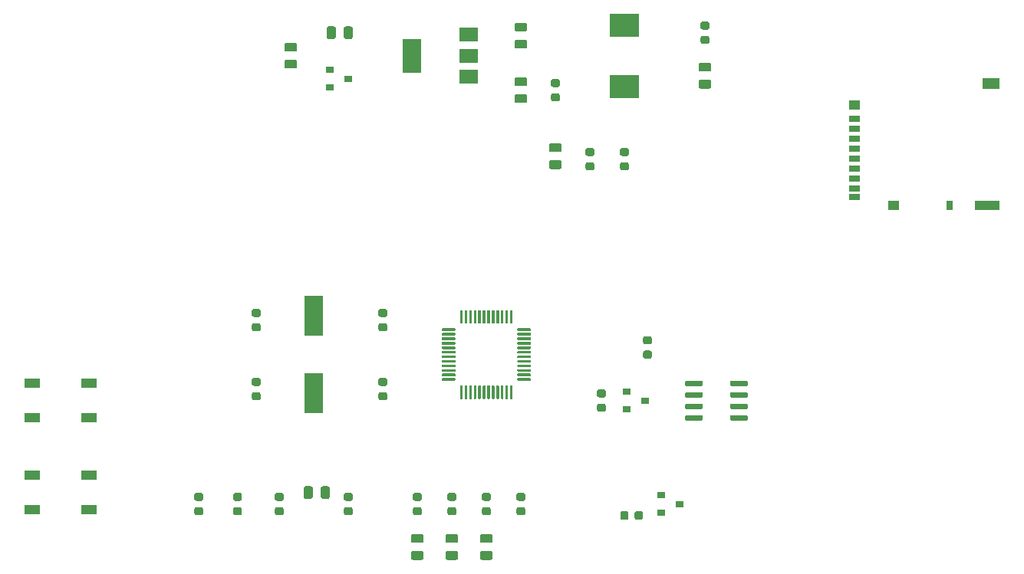
<source format=gbr>
G04 #@! TF.GenerationSoftware,KiCad,Pcbnew,5.1.5-52549c5~84~ubuntu18.04.1*
G04 #@! TF.CreationDate,2020-03-13T12:33:57+01:00*
G04 #@! TF.ProjectId,Telemetry,54656c65-6d65-4747-9279-2e6b69636164,rev?*
G04 #@! TF.SameCoordinates,Original*
G04 #@! TF.FileFunction,Paste,Top*
G04 #@! TF.FilePolarity,Positive*
%FSLAX46Y46*%
G04 Gerber Fmt 4.6, Leading zero omitted, Abs format (unit mm)*
G04 Created by KiCad (PCBNEW 5.1.5-52549c5~84~ubuntu18.04.1) date 2020-03-13 12:33:57*
%MOMM*%
%LPD*%
G04 APERTURE LIST*
%ADD10R,2.000000X4.500000*%
%ADD11R,1.200000X0.700000*%
%ADD12R,1.200000X1.000000*%
%ADD13R,0.800000X1.000000*%
%ADD14R,2.800000X1.000000*%
%ADD15R,1.900000X1.300000*%
%ADD16C,0.100000*%
%ADD17R,3.300000X2.500000*%
%ADD18R,0.900000X0.800000*%
%ADD19R,1.700000X1.000000*%
%ADD20R,2.000000X3.800000*%
%ADD21R,2.000000X1.500000*%
G04 APERTURE END LIST*
D10*
X60960000Y-160850000D03*
X60960000Y-169350000D03*
D11*
X120650000Y-139040000D03*
X120650000Y-140140000D03*
X120650000Y-141240000D03*
X120650000Y-142340000D03*
X120650000Y-143440000D03*
X120650000Y-144540000D03*
X120650000Y-145640000D03*
X120650000Y-146740000D03*
X120650000Y-147690000D03*
D12*
X120650000Y-137490000D03*
X124950000Y-148640000D03*
D13*
X131150000Y-148640000D03*
D14*
X135300000Y-148640000D03*
D15*
X135750000Y-135140000D03*
D16*
G36*
X88110142Y-141753674D02*
G01*
X88133803Y-141757184D01*
X88157007Y-141762996D01*
X88179529Y-141771054D01*
X88201153Y-141781282D01*
X88221670Y-141793579D01*
X88240883Y-141807829D01*
X88258607Y-141823893D01*
X88274671Y-141841617D01*
X88288921Y-141860830D01*
X88301218Y-141881347D01*
X88311446Y-141902971D01*
X88319504Y-141925493D01*
X88325316Y-141948697D01*
X88328826Y-141972358D01*
X88330000Y-141996250D01*
X88330000Y-142483750D01*
X88328826Y-142507642D01*
X88325316Y-142531303D01*
X88319504Y-142554507D01*
X88311446Y-142577029D01*
X88301218Y-142598653D01*
X88288921Y-142619170D01*
X88274671Y-142638383D01*
X88258607Y-142656107D01*
X88240883Y-142672171D01*
X88221670Y-142686421D01*
X88201153Y-142698718D01*
X88179529Y-142708946D01*
X88157007Y-142717004D01*
X88133803Y-142722816D01*
X88110142Y-142726326D01*
X88086250Y-142727500D01*
X87173750Y-142727500D01*
X87149858Y-142726326D01*
X87126197Y-142722816D01*
X87102993Y-142717004D01*
X87080471Y-142708946D01*
X87058847Y-142698718D01*
X87038330Y-142686421D01*
X87019117Y-142672171D01*
X87001393Y-142656107D01*
X86985329Y-142638383D01*
X86971079Y-142619170D01*
X86958782Y-142598653D01*
X86948554Y-142577029D01*
X86940496Y-142554507D01*
X86934684Y-142531303D01*
X86931174Y-142507642D01*
X86930000Y-142483750D01*
X86930000Y-141996250D01*
X86931174Y-141972358D01*
X86934684Y-141948697D01*
X86940496Y-141925493D01*
X86948554Y-141902971D01*
X86958782Y-141881347D01*
X86971079Y-141860830D01*
X86985329Y-141841617D01*
X87001393Y-141823893D01*
X87019117Y-141807829D01*
X87038330Y-141793579D01*
X87058847Y-141781282D01*
X87080471Y-141771054D01*
X87102993Y-141762996D01*
X87126197Y-141757184D01*
X87149858Y-141753674D01*
X87173750Y-141752500D01*
X88086250Y-141752500D01*
X88110142Y-141753674D01*
G37*
G36*
X88110142Y-143628674D02*
G01*
X88133803Y-143632184D01*
X88157007Y-143637996D01*
X88179529Y-143646054D01*
X88201153Y-143656282D01*
X88221670Y-143668579D01*
X88240883Y-143682829D01*
X88258607Y-143698893D01*
X88274671Y-143716617D01*
X88288921Y-143735830D01*
X88301218Y-143756347D01*
X88311446Y-143777971D01*
X88319504Y-143800493D01*
X88325316Y-143823697D01*
X88328826Y-143847358D01*
X88330000Y-143871250D01*
X88330000Y-144358750D01*
X88328826Y-144382642D01*
X88325316Y-144406303D01*
X88319504Y-144429507D01*
X88311446Y-144452029D01*
X88301218Y-144473653D01*
X88288921Y-144494170D01*
X88274671Y-144513383D01*
X88258607Y-144531107D01*
X88240883Y-144547171D01*
X88221670Y-144561421D01*
X88201153Y-144573718D01*
X88179529Y-144583946D01*
X88157007Y-144592004D01*
X88133803Y-144597816D01*
X88110142Y-144601326D01*
X88086250Y-144602500D01*
X87173750Y-144602500D01*
X87149858Y-144601326D01*
X87126197Y-144597816D01*
X87102993Y-144592004D01*
X87080471Y-144583946D01*
X87058847Y-144573718D01*
X87038330Y-144561421D01*
X87019117Y-144547171D01*
X87001393Y-144531107D01*
X86985329Y-144513383D01*
X86971079Y-144494170D01*
X86958782Y-144473653D01*
X86948554Y-144452029D01*
X86940496Y-144429507D01*
X86934684Y-144406303D01*
X86931174Y-144382642D01*
X86930000Y-144358750D01*
X86930000Y-143871250D01*
X86931174Y-143847358D01*
X86934684Y-143823697D01*
X86940496Y-143800493D01*
X86948554Y-143777971D01*
X86958782Y-143756347D01*
X86971079Y-143735830D01*
X86985329Y-143716617D01*
X87001393Y-143698893D01*
X87019117Y-143682829D01*
X87038330Y-143668579D01*
X87058847Y-143656282D01*
X87080471Y-143646054D01*
X87102993Y-143637996D01*
X87126197Y-143632184D01*
X87149858Y-143628674D01*
X87173750Y-143627500D01*
X88086250Y-143627500D01*
X88110142Y-143628674D01*
G37*
G36*
X91717691Y-142286053D02*
G01*
X91738926Y-142289203D01*
X91759750Y-142294419D01*
X91779962Y-142301651D01*
X91799368Y-142310830D01*
X91817781Y-142321866D01*
X91835024Y-142334654D01*
X91850930Y-142349070D01*
X91865346Y-142364976D01*
X91878134Y-142382219D01*
X91889170Y-142400632D01*
X91898349Y-142420038D01*
X91905581Y-142440250D01*
X91910797Y-142461074D01*
X91913947Y-142482309D01*
X91915000Y-142503750D01*
X91915000Y-142941250D01*
X91913947Y-142962691D01*
X91910797Y-142983926D01*
X91905581Y-143004750D01*
X91898349Y-143024962D01*
X91889170Y-143044368D01*
X91878134Y-143062781D01*
X91865346Y-143080024D01*
X91850930Y-143095930D01*
X91835024Y-143110346D01*
X91817781Y-143123134D01*
X91799368Y-143134170D01*
X91779962Y-143143349D01*
X91759750Y-143150581D01*
X91738926Y-143155797D01*
X91717691Y-143158947D01*
X91696250Y-143160000D01*
X91183750Y-143160000D01*
X91162309Y-143158947D01*
X91141074Y-143155797D01*
X91120250Y-143150581D01*
X91100038Y-143143349D01*
X91080632Y-143134170D01*
X91062219Y-143123134D01*
X91044976Y-143110346D01*
X91029070Y-143095930D01*
X91014654Y-143080024D01*
X91001866Y-143062781D01*
X90990830Y-143044368D01*
X90981651Y-143024962D01*
X90974419Y-143004750D01*
X90969203Y-142983926D01*
X90966053Y-142962691D01*
X90965000Y-142941250D01*
X90965000Y-142503750D01*
X90966053Y-142482309D01*
X90969203Y-142461074D01*
X90974419Y-142440250D01*
X90981651Y-142420038D01*
X90990830Y-142400632D01*
X91001866Y-142382219D01*
X91014654Y-142364976D01*
X91029070Y-142349070D01*
X91044976Y-142334654D01*
X91062219Y-142321866D01*
X91080632Y-142310830D01*
X91100038Y-142301651D01*
X91120250Y-142294419D01*
X91141074Y-142289203D01*
X91162309Y-142286053D01*
X91183750Y-142285000D01*
X91696250Y-142285000D01*
X91717691Y-142286053D01*
G37*
G36*
X91717691Y-143861053D02*
G01*
X91738926Y-143864203D01*
X91759750Y-143869419D01*
X91779962Y-143876651D01*
X91799368Y-143885830D01*
X91817781Y-143896866D01*
X91835024Y-143909654D01*
X91850930Y-143924070D01*
X91865346Y-143939976D01*
X91878134Y-143957219D01*
X91889170Y-143975632D01*
X91898349Y-143995038D01*
X91905581Y-144015250D01*
X91910797Y-144036074D01*
X91913947Y-144057309D01*
X91915000Y-144078750D01*
X91915000Y-144516250D01*
X91913947Y-144537691D01*
X91910797Y-144558926D01*
X91905581Y-144579750D01*
X91898349Y-144599962D01*
X91889170Y-144619368D01*
X91878134Y-144637781D01*
X91865346Y-144655024D01*
X91850930Y-144670930D01*
X91835024Y-144685346D01*
X91817781Y-144698134D01*
X91799368Y-144709170D01*
X91779962Y-144718349D01*
X91759750Y-144725581D01*
X91738926Y-144730797D01*
X91717691Y-144733947D01*
X91696250Y-144735000D01*
X91183750Y-144735000D01*
X91162309Y-144733947D01*
X91141074Y-144730797D01*
X91120250Y-144725581D01*
X91100038Y-144718349D01*
X91080632Y-144709170D01*
X91062219Y-144698134D01*
X91044976Y-144685346D01*
X91029070Y-144670930D01*
X91014654Y-144655024D01*
X91001866Y-144637781D01*
X90990830Y-144619368D01*
X90981651Y-144599962D01*
X90974419Y-144579750D01*
X90969203Y-144558926D01*
X90966053Y-144537691D01*
X90965000Y-144516250D01*
X90965000Y-144078750D01*
X90966053Y-144057309D01*
X90969203Y-144036074D01*
X90974419Y-144015250D01*
X90981651Y-143995038D01*
X90990830Y-143975632D01*
X91001866Y-143957219D01*
X91014654Y-143939976D01*
X91029070Y-143924070D01*
X91044976Y-143909654D01*
X91062219Y-143896866D01*
X91080632Y-143885830D01*
X91100038Y-143876651D01*
X91120250Y-143869419D01*
X91141074Y-143864203D01*
X91162309Y-143861053D01*
X91183750Y-143860000D01*
X91696250Y-143860000D01*
X91717691Y-143861053D01*
G37*
G36*
X68857691Y-167686053D02*
G01*
X68878926Y-167689203D01*
X68899750Y-167694419D01*
X68919962Y-167701651D01*
X68939368Y-167710830D01*
X68957781Y-167721866D01*
X68975024Y-167734654D01*
X68990930Y-167749070D01*
X69005346Y-167764976D01*
X69018134Y-167782219D01*
X69029170Y-167800632D01*
X69038349Y-167820038D01*
X69045581Y-167840250D01*
X69050797Y-167861074D01*
X69053947Y-167882309D01*
X69055000Y-167903750D01*
X69055000Y-168341250D01*
X69053947Y-168362691D01*
X69050797Y-168383926D01*
X69045581Y-168404750D01*
X69038349Y-168424962D01*
X69029170Y-168444368D01*
X69018134Y-168462781D01*
X69005346Y-168480024D01*
X68990930Y-168495930D01*
X68975024Y-168510346D01*
X68957781Y-168523134D01*
X68939368Y-168534170D01*
X68919962Y-168543349D01*
X68899750Y-168550581D01*
X68878926Y-168555797D01*
X68857691Y-168558947D01*
X68836250Y-168560000D01*
X68323750Y-168560000D01*
X68302309Y-168558947D01*
X68281074Y-168555797D01*
X68260250Y-168550581D01*
X68240038Y-168543349D01*
X68220632Y-168534170D01*
X68202219Y-168523134D01*
X68184976Y-168510346D01*
X68169070Y-168495930D01*
X68154654Y-168480024D01*
X68141866Y-168462781D01*
X68130830Y-168444368D01*
X68121651Y-168424962D01*
X68114419Y-168404750D01*
X68109203Y-168383926D01*
X68106053Y-168362691D01*
X68105000Y-168341250D01*
X68105000Y-167903750D01*
X68106053Y-167882309D01*
X68109203Y-167861074D01*
X68114419Y-167840250D01*
X68121651Y-167820038D01*
X68130830Y-167800632D01*
X68141866Y-167782219D01*
X68154654Y-167764976D01*
X68169070Y-167749070D01*
X68184976Y-167734654D01*
X68202219Y-167721866D01*
X68220632Y-167710830D01*
X68240038Y-167701651D01*
X68260250Y-167694419D01*
X68281074Y-167689203D01*
X68302309Y-167686053D01*
X68323750Y-167685000D01*
X68836250Y-167685000D01*
X68857691Y-167686053D01*
G37*
G36*
X68857691Y-169261053D02*
G01*
X68878926Y-169264203D01*
X68899750Y-169269419D01*
X68919962Y-169276651D01*
X68939368Y-169285830D01*
X68957781Y-169296866D01*
X68975024Y-169309654D01*
X68990930Y-169324070D01*
X69005346Y-169339976D01*
X69018134Y-169357219D01*
X69029170Y-169375632D01*
X69038349Y-169395038D01*
X69045581Y-169415250D01*
X69050797Y-169436074D01*
X69053947Y-169457309D01*
X69055000Y-169478750D01*
X69055000Y-169916250D01*
X69053947Y-169937691D01*
X69050797Y-169958926D01*
X69045581Y-169979750D01*
X69038349Y-169999962D01*
X69029170Y-170019368D01*
X69018134Y-170037781D01*
X69005346Y-170055024D01*
X68990930Y-170070930D01*
X68975024Y-170085346D01*
X68957781Y-170098134D01*
X68939368Y-170109170D01*
X68919962Y-170118349D01*
X68899750Y-170125581D01*
X68878926Y-170130797D01*
X68857691Y-170133947D01*
X68836250Y-170135000D01*
X68323750Y-170135000D01*
X68302309Y-170133947D01*
X68281074Y-170130797D01*
X68260250Y-170125581D01*
X68240038Y-170118349D01*
X68220632Y-170109170D01*
X68202219Y-170098134D01*
X68184976Y-170085346D01*
X68169070Y-170070930D01*
X68154654Y-170055024D01*
X68141866Y-170037781D01*
X68130830Y-170019368D01*
X68121651Y-169999962D01*
X68114419Y-169979750D01*
X68109203Y-169958926D01*
X68106053Y-169937691D01*
X68105000Y-169916250D01*
X68105000Y-169478750D01*
X68106053Y-169457309D01*
X68109203Y-169436074D01*
X68114419Y-169415250D01*
X68121651Y-169395038D01*
X68130830Y-169375632D01*
X68141866Y-169357219D01*
X68154654Y-169339976D01*
X68169070Y-169324070D01*
X68184976Y-169309654D01*
X68202219Y-169296866D01*
X68220632Y-169285830D01*
X68240038Y-169276651D01*
X68260250Y-169269419D01*
X68281074Y-169264203D01*
X68302309Y-169261053D01*
X68323750Y-169260000D01*
X68836250Y-169260000D01*
X68857691Y-169261053D01*
G37*
G36*
X68857691Y-161641053D02*
G01*
X68878926Y-161644203D01*
X68899750Y-161649419D01*
X68919962Y-161656651D01*
X68939368Y-161665830D01*
X68957781Y-161676866D01*
X68975024Y-161689654D01*
X68990930Y-161704070D01*
X69005346Y-161719976D01*
X69018134Y-161737219D01*
X69029170Y-161755632D01*
X69038349Y-161775038D01*
X69045581Y-161795250D01*
X69050797Y-161816074D01*
X69053947Y-161837309D01*
X69055000Y-161858750D01*
X69055000Y-162296250D01*
X69053947Y-162317691D01*
X69050797Y-162338926D01*
X69045581Y-162359750D01*
X69038349Y-162379962D01*
X69029170Y-162399368D01*
X69018134Y-162417781D01*
X69005346Y-162435024D01*
X68990930Y-162450930D01*
X68975024Y-162465346D01*
X68957781Y-162478134D01*
X68939368Y-162489170D01*
X68919962Y-162498349D01*
X68899750Y-162505581D01*
X68878926Y-162510797D01*
X68857691Y-162513947D01*
X68836250Y-162515000D01*
X68323750Y-162515000D01*
X68302309Y-162513947D01*
X68281074Y-162510797D01*
X68260250Y-162505581D01*
X68240038Y-162498349D01*
X68220632Y-162489170D01*
X68202219Y-162478134D01*
X68184976Y-162465346D01*
X68169070Y-162450930D01*
X68154654Y-162435024D01*
X68141866Y-162417781D01*
X68130830Y-162399368D01*
X68121651Y-162379962D01*
X68114419Y-162359750D01*
X68109203Y-162338926D01*
X68106053Y-162317691D01*
X68105000Y-162296250D01*
X68105000Y-161858750D01*
X68106053Y-161837309D01*
X68109203Y-161816074D01*
X68114419Y-161795250D01*
X68121651Y-161775038D01*
X68130830Y-161755632D01*
X68141866Y-161737219D01*
X68154654Y-161719976D01*
X68169070Y-161704070D01*
X68184976Y-161689654D01*
X68202219Y-161676866D01*
X68220632Y-161665830D01*
X68240038Y-161656651D01*
X68260250Y-161649419D01*
X68281074Y-161644203D01*
X68302309Y-161641053D01*
X68323750Y-161640000D01*
X68836250Y-161640000D01*
X68857691Y-161641053D01*
G37*
G36*
X68857691Y-160066053D02*
G01*
X68878926Y-160069203D01*
X68899750Y-160074419D01*
X68919962Y-160081651D01*
X68939368Y-160090830D01*
X68957781Y-160101866D01*
X68975024Y-160114654D01*
X68990930Y-160129070D01*
X69005346Y-160144976D01*
X69018134Y-160162219D01*
X69029170Y-160180632D01*
X69038349Y-160200038D01*
X69045581Y-160220250D01*
X69050797Y-160241074D01*
X69053947Y-160262309D01*
X69055000Y-160283750D01*
X69055000Y-160721250D01*
X69053947Y-160742691D01*
X69050797Y-160763926D01*
X69045581Y-160784750D01*
X69038349Y-160804962D01*
X69029170Y-160824368D01*
X69018134Y-160842781D01*
X69005346Y-160860024D01*
X68990930Y-160875930D01*
X68975024Y-160890346D01*
X68957781Y-160903134D01*
X68939368Y-160914170D01*
X68919962Y-160923349D01*
X68899750Y-160930581D01*
X68878926Y-160935797D01*
X68857691Y-160938947D01*
X68836250Y-160940000D01*
X68323750Y-160940000D01*
X68302309Y-160938947D01*
X68281074Y-160935797D01*
X68260250Y-160930581D01*
X68240038Y-160923349D01*
X68220632Y-160914170D01*
X68202219Y-160903134D01*
X68184976Y-160890346D01*
X68169070Y-160875930D01*
X68154654Y-160860024D01*
X68141866Y-160842781D01*
X68130830Y-160824368D01*
X68121651Y-160804962D01*
X68114419Y-160784750D01*
X68109203Y-160763926D01*
X68106053Y-160742691D01*
X68105000Y-160721250D01*
X68105000Y-160283750D01*
X68106053Y-160262309D01*
X68109203Y-160241074D01*
X68114419Y-160220250D01*
X68121651Y-160200038D01*
X68130830Y-160180632D01*
X68141866Y-160162219D01*
X68154654Y-160144976D01*
X68169070Y-160129070D01*
X68184976Y-160114654D01*
X68202219Y-160101866D01*
X68220632Y-160090830D01*
X68240038Y-160081651D01*
X68260250Y-160074419D01*
X68281074Y-160069203D01*
X68302309Y-160066053D01*
X68323750Y-160065000D01*
X68836250Y-160065000D01*
X68857691Y-160066053D01*
G37*
G36*
X95527691Y-142286053D02*
G01*
X95548926Y-142289203D01*
X95569750Y-142294419D01*
X95589962Y-142301651D01*
X95609368Y-142310830D01*
X95627781Y-142321866D01*
X95645024Y-142334654D01*
X95660930Y-142349070D01*
X95675346Y-142364976D01*
X95688134Y-142382219D01*
X95699170Y-142400632D01*
X95708349Y-142420038D01*
X95715581Y-142440250D01*
X95720797Y-142461074D01*
X95723947Y-142482309D01*
X95725000Y-142503750D01*
X95725000Y-142941250D01*
X95723947Y-142962691D01*
X95720797Y-142983926D01*
X95715581Y-143004750D01*
X95708349Y-143024962D01*
X95699170Y-143044368D01*
X95688134Y-143062781D01*
X95675346Y-143080024D01*
X95660930Y-143095930D01*
X95645024Y-143110346D01*
X95627781Y-143123134D01*
X95609368Y-143134170D01*
X95589962Y-143143349D01*
X95569750Y-143150581D01*
X95548926Y-143155797D01*
X95527691Y-143158947D01*
X95506250Y-143160000D01*
X94993750Y-143160000D01*
X94972309Y-143158947D01*
X94951074Y-143155797D01*
X94930250Y-143150581D01*
X94910038Y-143143349D01*
X94890632Y-143134170D01*
X94872219Y-143123134D01*
X94854976Y-143110346D01*
X94839070Y-143095930D01*
X94824654Y-143080024D01*
X94811866Y-143062781D01*
X94800830Y-143044368D01*
X94791651Y-143024962D01*
X94784419Y-143004750D01*
X94779203Y-142983926D01*
X94776053Y-142962691D01*
X94775000Y-142941250D01*
X94775000Y-142503750D01*
X94776053Y-142482309D01*
X94779203Y-142461074D01*
X94784419Y-142440250D01*
X94791651Y-142420038D01*
X94800830Y-142400632D01*
X94811866Y-142382219D01*
X94824654Y-142364976D01*
X94839070Y-142349070D01*
X94854976Y-142334654D01*
X94872219Y-142321866D01*
X94890632Y-142310830D01*
X94910038Y-142301651D01*
X94930250Y-142294419D01*
X94951074Y-142289203D01*
X94972309Y-142286053D01*
X94993750Y-142285000D01*
X95506250Y-142285000D01*
X95527691Y-142286053D01*
G37*
G36*
X95527691Y-143861053D02*
G01*
X95548926Y-143864203D01*
X95569750Y-143869419D01*
X95589962Y-143876651D01*
X95609368Y-143885830D01*
X95627781Y-143896866D01*
X95645024Y-143909654D01*
X95660930Y-143924070D01*
X95675346Y-143939976D01*
X95688134Y-143957219D01*
X95699170Y-143975632D01*
X95708349Y-143995038D01*
X95715581Y-144015250D01*
X95720797Y-144036074D01*
X95723947Y-144057309D01*
X95725000Y-144078750D01*
X95725000Y-144516250D01*
X95723947Y-144537691D01*
X95720797Y-144558926D01*
X95715581Y-144579750D01*
X95708349Y-144599962D01*
X95699170Y-144619368D01*
X95688134Y-144637781D01*
X95675346Y-144655024D01*
X95660930Y-144670930D01*
X95645024Y-144685346D01*
X95627781Y-144698134D01*
X95609368Y-144709170D01*
X95589962Y-144718349D01*
X95569750Y-144725581D01*
X95548926Y-144730797D01*
X95527691Y-144733947D01*
X95506250Y-144735000D01*
X94993750Y-144735000D01*
X94972309Y-144733947D01*
X94951074Y-144730797D01*
X94930250Y-144725581D01*
X94910038Y-144718349D01*
X94890632Y-144709170D01*
X94872219Y-144698134D01*
X94854976Y-144685346D01*
X94839070Y-144670930D01*
X94824654Y-144655024D01*
X94811866Y-144637781D01*
X94800830Y-144619368D01*
X94791651Y-144599962D01*
X94784419Y-144579750D01*
X94779203Y-144558926D01*
X94776053Y-144537691D01*
X94775000Y-144516250D01*
X94775000Y-144078750D01*
X94776053Y-144057309D01*
X94779203Y-144036074D01*
X94784419Y-144015250D01*
X94791651Y-143995038D01*
X94800830Y-143975632D01*
X94811866Y-143957219D01*
X94824654Y-143939976D01*
X94839070Y-143924070D01*
X94854976Y-143909654D01*
X94872219Y-143896866D01*
X94890632Y-143885830D01*
X94910038Y-143876651D01*
X94930250Y-143869419D01*
X94951074Y-143864203D01*
X94972309Y-143861053D01*
X94993750Y-143860000D01*
X95506250Y-143860000D01*
X95527691Y-143861053D01*
G37*
G36*
X84300142Y-130323674D02*
G01*
X84323803Y-130327184D01*
X84347007Y-130332996D01*
X84369529Y-130341054D01*
X84391153Y-130351282D01*
X84411670Y-130363579D01*
X84430883Y-130377829D01*
X84448607Y-130393893D01*
X84464671Y-130411617D01*
X84478921Y-130430830D01*
X84491218Y-130451347D01*
X84501446Y-130472971D01*
X84509504Y-130495493D01*
X84515316Y-130518697D01*
X84518826Y-130542358D01*
X84520000Y-130566250D01*
X84520000Y-131053750D01*
X84518826Y-131077642D01*
X84515316Y-131101303D01*
X84509504Y-131124507D01*
X84501446Y-131147029D01*
X84491218Y-131168653D01*
X84478921Y-131189170D01*
X84464671Y-131208383D01*
X84448607Y-131226107D01*
X84430883Y-131242171D01*
X84411670Y-131256421D01*
X84391153Y-131268718D01*
X84369529Y-131278946D01*
X84347007Y-131287004D01*
X84323803Y-131292816D01*
X84300142Y-131296326D01*
X84276250Y-131297500D01*
X83363750Y-131297500D01*
X83339858Y-131296326D01*
X83316197Y-131292816D01*
X83292993Y-131287004D01*
X83270471Y-131278946D01*
X83248847Y-131268718D01*
X83228330Y-131256421D01*
X83209117Y-131242171D01*
X83191393Y-131226107D01*
X83175329Y-131208383D01*
X83161079Y-131189170D01*
X83148782Y-131168653D01*
X83138554Y-131147029D01*
X83130496Y-131124507D01*
X83124684Y-131101303D01*
X83121174Y-131077642D01*
X83120000Y-131053750D01*
X83120000Y-130566250D01*
X83121174Y-130542358D01*
X83124684Y-130518697D01*
X83130496Y-130495493D01*
X83138554Y-130472971D01*
X83148782Y-130451347D01*
X83161079Y-130430830D01*
X83175329Y-130411617D01*
X83191393Y-130393893D01*
X83209117Y-130377829D01*
X83228330Y-130363579D01*
X83248847Y-130351282D01*
X83270471Y-130341054D01*
X83292993Y-130332996D01*
X83316197Y-130327184D01*
X83339858Y-130323674D01*
X83363750Y-130322500D01*
X84276250Y-130322500D01*
X84300142Y-130323674D01*
G37*
G36*
X84300142Y-128448674D02*
G01*
X84323803Y-128452184D01*
X84347007Y-128457996D01*
X84369529Y-128466054D01*
X84391153Y-128476282D01*
X84411670Y-128488579D01*
X84430883Y-128502829D01*
X84448607Y-128518893D01*
X84464671Y-128536617D01*
X84478921Y-128555830D01*
X84491218Y-128576347D01*
X84501446Y-128597971D01*
X84509504Y-128620493D01*
X84515316Y-128643697D01*
X84518826Y-128667358D01*
X84520000Y-128691250D01*
X84520000Y-129178750D01*
X84518826Y-129202642D01*
X84515316Y-129226303D01*
X84509504Y-129249507D01*
X84501446Y-129272029D01*
X84491218Y-129293653D01*
X84478921Y-129314170D01*
X84464671Y-129333383D01*
X84448607Y-129351107D01*
X84430883Y-129367171D01*
X84411670Y-129381421D01*
X84391153Y-129393718D01*
X84369529Y-129403946D01*
X84347007Y-129412004D01*
X84323803Y-129417816D01*
X84300142Y-129421326D01*
X84276250Y-129422500D01*
X83363750Y-129422500D01*
X83339858Y-129421326D01*
X83316197Y-129417816D01*
X83292993Y-129412004D01*
X83270471Y-129403946D01*
X83248847Y-129393718D01*
X83228330Y-129381421D01*
X83209117Y-129367171D01*
X83191393Y-129351107D01*
X83175329Y-129333383D01*
X83161079Y-129314170D01*
X83148782Y-129293653D01*
X83138554Y-129272029D01*
X83130496Y-129249507D01*
X83124684Y-129226303D01*
X83121174Y-129202642D01*
X83120000Y-129178750D01*
X83120000Y-128691250D01*
X83121174Y-128667358D01*
X83124684Y-128643697D01*
X83130496Y-128620493D01*
X83138554Y-128597971D01*
X83148782Y-128576347D01*
X83161079Y-128555830D01*
X83175329Y-128536617D01*
X83191393Y-128518893D01*
X83209117Y-128502829D01*
X83228330Y-128488579D01*
X83248847Y-128476282D01*
X83270471Y-128466054D01*
X83292993Y-128457996D01*
X83316197Y-128452184D01*
X83339858Y-128448674D01*
X83363750Y-128447500D01*
X84276250Y-128447500D01*
X84300142Y-128448674D01*
G37*
G36*
X87907691Y-134666053D02*
G01*
X87928926Y-134669203D01*
X87949750Y-134674419D01*
X87969962Y-134681651D01*
X87989368Y-134690830D01*
X88007781Y-134701866D01*
X88025024Y-134714654D01*
X88040930Y-134729070D01*
X88055346Y-134744976D01*
X88068134Y-134762219D01*
X88079170Y-134780632D01*
X88088349Y-134800038D01*
X88095581Y-134820250D01*
X88100797Y-134841074D01*
X88103947Y-134862309D01*
X88105000Y-134883750D01*
X88105000Y-135321250D01*
X88103947Y-135342691D01*
X88100797Y-135363926D01*
X88095581Y-135384750D01*
X88088349Y-135404962D01*
X88079170Y-135424368D01*
X88068134Y-135442781D01*
X88055346Y-135460024D01*
X88040930Y-135475930D01*
X88025024Y-135490346D01*
X88007781Y-135503134D01*
X87989368Y-135514170D01*
X87969962Y-135523349D01*
X87949750Y-135530581D01*
X87928926Y-135535797D01*
X87907691Y-135538947D01*
X87886250Y-135540000D01*
X87373750Y-135540000D01*
X87352309Y-135538947D01*
X87331074Y-135535797D01*
X87310250Y-135530581D01*
X87290038Y-135523349D01*
X87270632Y-135514170D01*
X87252219Y-135503134D01*
X87234976Y-135490346D01*
X87219070Y-135475930D01*
X87204654Y-135460024D01*
X87191866Y-135442781D01*
X87180830Y-135424368D01*
X87171651Y-135404962D01*
X87164419Y-135384750D01*
X87159203Y-135363926D01*
X87156053Y-135342691D01*
X87155000Y-135321250D01*
X87155000Y-134883750D01*
X87156053Y-134862309D01*
X87159203Y-134841074D01*
X87164419Y-134820250D01*
X87171651Y-134800038D01*
X87180830Y-134780632D01*
X87191866Y-134762219D01*
X87204654Y-134744976D01*
X87219070Y-134729070D01*
X87234976Y-134714654D01*
X87252219Y-134701866D01*
X87270632Y-134690830D01*
X87290038Y-134681651D01*
X87310250Y-134674419D01*
X87331074Y-134669203D01*
X87352309Y-134666053D01*
X87373750Y-134665000D01*
X87886250Y-134665000D01*
X87907691Y-134666053D01*
G37*
G36*
X87907691Y-136241053D02*
G01*
X87928926Y-136244203D01*
X87949750Y-136249419D01*
X87969962Y-136256651D01*
X87989368Y-136265830D01*
X88007781Y-136276866D01*
X88025024Y-136289654D01*
X88040930Y-136304070D01*
X88055346Y-136319976D01*
X88068134Y-136337219D01*
X88079170Y-136355632D01*
X88088349Y-136375038D01*
X88095581Y-136395250D01*
X88100797Y-136416074D01*
X88103947Y-136437309D01*
X88105000Y-136458750D01*
X88105000Y-136896250D01*
X88103947Y-136917691D01*
X88100797Y-136938926D01*
X88095581Y-136959750D01*
X88088349Y-136979962D01*
X88079170Y-136999368D01*
X88068134Y-137017781D01*
X88055346Y-137035024D01*
X88040930Y-137050930D01*
X88025024Y-137065346D01*
X88007781Y-137078134D01*
X87989368Y-137089170D01*
X87969962Y-137098349D01*
X87949750Y-137105581D01*
X87928926Y-137110797D01*
X87907691Y-137113947D01*
X87886250Y-137115000D01*
X87373750Y-137115000D01*
X87352309Y-137113947D01*
X87331074Y-137110797D01*
X87310250Y-137105581D01*
X87290038Y-137098349D01*
X87270632Y-137089170D01*
X87252219Y-137078134D01*
X87234976Y-137065346D01*
X87219070Y-137050930D01*
X87204654Y-137035024D01*
X87191866Y-137017781D01*
X87180830Y-136999368D01*
X87171651Y-136979962D01*
X87164419Y-136959750D01*
X87159203Y-136938926D01*
X87156053Y-136917691D01*
X87155000Y-136896250D01*
X87155000Y-136458750D01*
X87156053Y-136437309D01*
X87159203Y-136416074D01*
X87164419Y-136395250D01*
X87171651Y-136375038D01*
X87180830Y-136355632D01*
X87191866Y-136337219D01*
X87204654Y-136319976D01*
X87219070Y-136304070D01*
X87234976Y-136289654D01*
X87252219Y-136276866D01*
X87270632Y-136265830D01*
X87290038Y-136256651D01*
X87310250Y-136249419D01*
X87331074Y-136244203D01*
X87352309Y-136241053D01*
X87373750Y-136240000D01*
X87886250Y-136240000D01*
X87907691Y-136241053D01*
G37*
G36*
X84300142Y-136341174D02*
G01*
X84323803Y-136344684D01*
X84347007Y-136350496D01*
X84369529Y-136358554D01*
X84391153Y-136368782D01*
X84411670Y-136381079D01*
X84430883Y-136395329D01*
X84448607Y-136411393D01*
X84464671Y-136429117D01*
X84478921Y-136448330D01*
X84491218Y-136468847D01*
X84501446Y-136490471D01*
X84509504Y-136512993D01*
X84515316Y-136536197D01*
X84518826Y-136559858D01*
X84520000Y-136583750D01*
X84520000Y-137071250D01*
X84518826Y-137095142D01*
X84515316Y-137118803D01*
X84509504Y-137142007D01*
X84501446Y-137164529D01*
X84491218Y-137186153D01*
X84478921Y-137206670D01*
X84464671Y-137225883D01*
X84448607Y-137243607D01*
X84430883Y-137259671D01*
X84411670Y-137273921D01*
X84391153Y-137286218D01*
X84369529Y-137296446D01*
X84347007Y-137304504D01*
X84323803Y-137310316D01*
X84300142Y-137313826D01*
X84276250Y-137315000D01*
X83363750Y-137315000D01*
X83339858Y-137313826D01*
X83316197Y-137310316D01*
X83292993Y-137304504D01*
X83270471Y-137296446D01*
X83248847Y-137286218D01*
X83228330Y-137273921D01*
X83209117Y-137259671D01*
X83191393Y-137243607D01*
X83175329Y-137225883D01*
X83161079Y-137206670D01*
X83148782Y-137186153D01*
X83138554Y-137164529D01*
X83130496Y-137142007D01*
X83124684Y-137118803D01*
X83121174Y-137095142D01*
X83120000Y-137071250D01*
X83120000Y-136583750D01*
X83121174Y-136559858D01*
X83124684Y-136536197D01*
X83130496Y-136512993D01*
X83138554Y-136490471D01*
X83148782Y-136468847D01*
X83161079Y-136448330D01*
X83175329Y-136429117D01*
X83191393Y-136411393D01*
X83209117Y-136395329D01*
X83228330Y-136381079D01*
X83248847Y-136368782D01*
X83270471Y-136358554D01*
X83292993Y-136350496D01*
X83316197Y-136344684D01*
X83339858Y-136341174D01*
X83363750Y-136340000D01*
X84276250Y-136340000D01*
X84300142Y-136341174D01*
G37*
G36*
X84300142Y-134466174D02*
G01*
X84323803Y-134469684D01*
X84347007Y-134475496D01*
X84369529Y-134483554D01*
X84391153Y-134493782D01*
X84411670Y-134506079D01*
X84430883Y-134520329D01*
X84448607Y-134536393D01*
X84464671Y-134554117D01*
X84478921Y-134573330D01*
X84491218Y-134593847D01*
X84501446Y-134615471D01*
X84509504Y-134637993D01*
X84515316Y-134661197D01*
X84518826Y-134684858D01*
X84520000Y-134708750D01*
X84520000Y-135196250D01*
X84518826Y-135220142D01*
X84515316Y-135243803D01*
X84509504Y-135267007D01*
X84501446Y-135289529D01*
X84491218Y-135311153D01*
X84478921Y-135331670D01*
X84464671Y-135350883D01*
X84448607Y-135368607D01*
X84430883Y-135384671D01*
X84411670Y-135398921D01*
X84391153Y-135411218D01*
X84369529Y-135421446D01*
X84347007Y-135429504D01*
X84323803Y-135435316D01*
X84300142Y-135438826D01*
X84276250Y-135440000D01*
X83363750Y-135440000D01*
X83339858Y-135438826D01*
X83316197Y-135435316D01*
X83292993Y-135429504D01*
X83270471Y-135421446D01*
X83248847Y-135411218D01*
X83228330Y-135398921D01*
X83209117Y-135384671D01*
X83191393Y-135368607D01*
X83175329Y-135350883D01*
X83161079Y-135331670D01*
X83148782Y-135311153D01*
X83138554Y-135289529D01*
X83130496Y-135267007D01*
X83124684Y-135243803D01*
X83121174Y-135220142D01*
X83120000Y-135196250D01*
X83120000Y-134708750D01*
X83121174Y-134684858D01*
X83124684Y-134661197D01*
X83130496Y-134637993D01*
X83138554Y-134615471D01*
X83148782Y-134593847D01*
X83161079Y-134573330D01*
X83175329Y-134554117D01*
X83191393Y-134536393D01*
X83209117Y-134520329D01*
X83228330Y-134506079D01*
X83248847Y-134493782D01*
X83270471Y-134483554D01*
X83292993Y-134475496D01*
X83316197Y-134469684D01*
X83339858Y-134466174D01*
X83363750Y-134465000D01*
X84276250Y-134465000D01*
X84300142Y-134466174D01*
G37*
G36*
X65037642Y-128841174D02*
G01*
X65061303Y-128844684D01*
X65084507Y-128850496D01*
X65107029Y-128858554D01*
X65128653Y-128868782D01*
X65149170Y-128881079D01*
X65168383Y-128895329D01*
X65186107Y-128911393D01*
X65202171Y-128929117D01*
X65216421Y-128948330D01*
X65228718Y-128968847D01*
X65238946Y-128990471D01*
X65247004Y-129012993D01*
X65252816Y-129036197D01*
X65256326Y-129059858D01*
X65257500Y-129083750D01*
X65257500Y-129996250D01*
X65256326Y-130020142D01*
X65252816Y-130043803D01*
X65247004Y-130067007D01*
X65238946Y-130089529D01*
X65228718Y-130111153D01*
X65216421Y-130131670D01*
X65202171Y-130150883D01*
X65186107Y-130168607D01*
X65168383Y-130184671D01*
X65149170Y-130198921D01*
X65128653Y-130211218D01*
X65107029Y-130221446D01*
X65084507Y-130229504D01*
X65061303Y-130235316D01*
X65037642Y-130238826D01*
X65013750Y-130240000D01*
X64526250Y-130240000D01*
X64502358Y-130238826D01*
X64478697Y-130235316D01*
X64455493Y-130229504D01*
X64432971Y-130221446D01*
X64411347Y-130211218D01*
X64390830Y-130198921D01*
X64371617Y-130184671D01*
X64353893Y-130168607D01*
X64337829Y-130150883D01*
X64323579Y-130131670D01*
X64311282Y-130111153D01*
X64301054Y-130089529D01*
X64292996Y-130067007D01*
X64287184Y-130043803D01*
X64283674Y-130020142D01*
X64282500Y-129996250D01*
X64282500Y-129083750D01*
X64283674Y-129059858D01*
X64287184Y-129036197D01*
X64292996Y-129012993D01*
X64301054Y-128990471D01*
X64311282Y-128968847D01*
X64323579Y-128948330D01*
X64337829Y-128929117D01*
X64353893Y-128911393D01*
X64371617Y-128895329D01*
X64390830Y-128881079D01*
X64411347Y-128868782D01*
X64432971Y-128858554D01*
X64455493Y-128850496D01*
X64478697Y-128844684D01*
X64502358Y-128841174D01*
X64526250Y-128840000D01*
X65013750Y-128840000D01*
X65037642Y-128841174D01*
G37*
G36*
X63162642Y-128841174D02*
G01*
X63186303Y-128844684D01*
X63209507Y-128850496D01*
X63232029Y-128858554D01*
X63253653Y-128868782D01*
X63274170Y-128881079D01*
X63293383Y-128895329D01*
X63311107Y-128911393D01*
X63327171Y-128929117D01*
X63341421Y-128948330D01*
X63353718Y-128968847D01*
X63363946Y-128990471D01*
X63372004Y-129012993D01*
X63377816Y-129036197D01*
X63381326Y-129059858D01*
X63382500Y-129083750D01*
X63382500Y-129996250D01*
X63381326Y-130020142D01*
X63377816Y-130043803D01*
X63372004Y-130067007D01*
X63363946Y-130089529D01*
X63353718Y-130111153D01*
X63341421Y-130131670D01*
X63327171Y-130150883D01*
X63311107Y-130168607D01*
X63293383Y-130184671D01*
X63274170Y-130198921D01*
X63253653Y-130211218D01*
X63232029Y-130221446D01*
X63209507Y-130229504D01*
X63186303Y-130235316D01*
X63162642Y-130238826D01*
X63138750Y-130240000D01*
X62651250Y-130240000D01*
X62627358Y-130238826D01*
X62603697Y-130235316D01*
X62580493Y-130229504D01*
X62557971Y-130221446D01*
X62536347Y-130211218D01*
X62515830Y-130198921D01*
X62496617Y-130184671D01*
X62478893Y-130168607D01*
X62462829Y-130150883D01*
X62448579Y-130131670D01*
X62436282Y-130111153D01*
X62426054Y-130089529D01*
X62417996Y-130067007D01*
X62412184Y-130043803D01*
X62408674Y-130020142D01*
X62407500Y-129996250D01*
X62407500Y-129083750D01*
X62408674Y-129059858D01*
X62412184Y-129036197D01*
X62417996Y-129012993D01*
X62426054Y-128990471D01*
X62436282Y-128968847D01*
X62448579Y-128948330D01*
X62462829Y-128929117D01*
X62478893Y-128911393D01*
X62496617Y-128895329D01*
X62515830Y-128881079D01*
X62536347Y-128868782D01*
X62557971Y-128858554D01*
X62580493Y-128850496D01*
X62603697Y-128844684D01*
X62627358Y-128841174D01*
X62651250Y-128840000D01*
X63138750Y-128840000D01*
X63162642Y-128841174D01*
G37*
G36*
X58900142Y-130656174D02*
G01*
X58923803Y-130659684D01*
X58947007Y-130665496D01*
X58969529Y-130673554D01*
X58991153Y-130683782D01*
X59011670Y-130696079D01*
X59030883Y-130710329D01*
X59048607Y-130726393D01*
X59064671Y-130744117D01*
X59078921Y-130763330D01*
X59091218Y-130783847D01*
X59101446Y-130805471D01*
X59109504Y-130827993D01*
X59115316Y-130851197D01*
X59118826Y-130874858D01*
X59120000Y-130898750D01*
X59120000Y-131386250D01*
X59118826Y-131410142D01*
X59115316Y-131433803D01*
X59109504Y-131457007D01*
X59101446Y-131479529D01*
X59091218Y-131501153D01*
X59078921Y-131521670D01*
X59064671Y-131540883D01*
X59048607Y-131558607D01*
X59030883Y-131574671D01*
X59011670Y-131588921D01*
X58991153Y-131601218D01*
X58969529Y-131611446D01*
X58947007Y-131619504D01*
X58923803Y-131625316D01*
X58900142Y-131628826D01*
X58876250Y-131630000D01*
X57963750Y-131630000D01*
X57939858Y-131628826D01*
X57916197Y-131625316D01*
X57892993Y-131619504D01*
X57870471Y-131611446D01*
X57848847Y-131601218D01*
X57828330Y-131588921D01*
X57809117Y-131574671D01*
X57791393Y-131558607D01*
X57775329Y-131540883D01*
X57761079Y-131521670D01*
X57748782Y-131501153D01*
X57738554Y-131479529D01*
X57730496Y-131457007D01*
X57724684Y-131433803D01*
X57721174Y-131410142D01*
X57720000Y-131386250D01*
X57720000Y-130898750D01*
X57721174Y-130874858D01*
X57724684Y-130851197D01*
X57730496Y-130827993D01*
X57738554Y-130805471D01*
X57748782Y-130783847D01*
X57761079Y-130763330D01*
X57775329Y-130744117D01*
X57791393Y-130726393D01*
X57809117Y-130710329D01*
X57828330Y-130696079D01*
X57848847Y-130683782D01*
X57870471Y-130673554D01*
X57892993Y-130665496D01*
X57916197Y-130659684D01*
X57939858Y-130656174D01*
X57963750Y-130655000D01*
X58876250Y-130655000D01*
X58900142Y-130656174D01*
G37*
G36*
X58900142Y-132531174D02*
G01*
X58923803Y-132534684D01*
X58947007Y-132540496D01*
X58969529Y-132548554D01*
X58991153Y-132558782D01*
X59011670Y-132571079D01*
X59030883Y-132585329D01*
X59048607Y-132601393D01*
X59064671Y-132619117D01*
X59078921Y-132638330D01*
X59091218Y-132658847D01*
X59101446Y-132680471D01*
X59109504Y-132702993D01*
X59115316Y-132726197D01*
X59118826Y-132749858D01*
X59120000Y-132773750D01*
X59120000Y-133261250D01*
X59118826Y-133285142D01*
X59115316Y-133308803D01*
X59109504Y-133332007D01*
X59101446Y-133354529D01*
X59091218Y-133376153D01*
X59078921Y-133396670D01*
X59064671Y-133415883D01*
X59048607Y-133433607D01*
X59030883Y-133449671D01*
X59011670Y-133463921D01*
X58991153Y-133476218D01*
X58969529Y-133486446D01*
X58947007Y-133494504D01*
X58923803Y-133500316D01*
X58900142Y-133503826D01*
X58876250Y-133505000D01*
X57963750Y-133505000D01*
X57939858Y-133503826D01*
X57916197Y-133500316D01*
X57892993Y-133494504D01*
X57870471Y-133486446D01*
X57848847Y-133476218D01*
X57828330Y-133463921D01*
X57809117Y-133449671D01*
X57791393Y-133433607D01*
X57775329Y-133415883D01*
X57761079Y-133396670D01*
X57748782Y-133376153D01*
X57738554Y-133354529D01*
X57730496Y-133332007D01*
X57724684Y-133308803D01*
X57721174Y-133285142D01*
X57720000Y-133261250D01*
X57720000Y-132773750D01*
X57721174Y-132749858D01*
X57724684Y-132726197D01*
X57730496Y-132702993D01*
X57738554Y-132680471D01*
X57748782Y-132658847D01*
X57761079Y-132638330D01*
X57775329Y-132619117D01*
X57791393Y-132601393D01*
X57809117Y-132585329D01*
X57828330Y-132571079D01*
X57848847Y-132558782D01*
X57870471Y-132548554D01*
X57892993Y-132540496D01*
X57916197Y-132534684D01*
X57939858Y-132531174D01*
X57963750Y-132530000D01*
X58876250Y-132530000D01*
X58900142Y-132531174D01*
G37*
G36*
X48537691Y-181961053D02*
G01*
X48558926Y-181964203D01*
X48579750Y-181969419D01*
X48599962Y-181976651D01*
X48619368Y-181985830D01*
X48637781Y-181996866D01*
X48655024Y-182009654D01*
X48670930Y-182024070D01*
X48685346Y-182039976D01*
X48698134Y-182057219D01*
X48709170Y-182075632D01*
X48718349Y-182095038D01*
X48725581Y-182115250D01*
X48730797Y-182136074D01*
X48733947Y-182157309D01*
X48735000Y-182178750D01*
X48735000Y-182616250D01*
X48733947Y-182637691D01*
X48730797Y-182658926D01*
X48725581Y-182679750D01*
X48718349Y-182699962D01*
X48709170Y-182719368D01*
X48698134Y-182737781D01*
X48685346Y-182755024D01*
X48670930Y-182770930D01*
X48655024Y-182785346D01*
X48637781Y-182798134D01*
X48619368Y-182809170D01*
X48599962Y-182818349D01*
X48579750Y-182825581D01*
X48558926Y-182830797D01*
X48537691Y-182833947D01*
X48516250Y-182835000D01*
X48003750Y-182835000D01*
X47982309Y-182833947D01*
X47961074Y-182830797D01*
X47940250Y-182825581D01*
X47920038Y-182818349D01*
X47900632Y-182809170D01*
X47882219Y-182798134D01*
X47864976Y-182785346D01*
X47849070Y-182770930D01*
X47834654Y-182755024D01*
X47821866Y-182737781D01*
X47810830Y-182719368D01*
X47801651Y-182699962D01*
X47794419Y-182679750D01*
X47789203Y-182658926D01*
X47786053Y-182637691D01*
X47785000Y-182616250D01*
X47785000Y-182178750D01*
X47786053Y-182157309D01*
X47789203Y-182136074D01*
X47794419Y-182115250D01*
X47801651Y-182095038D01*
X47810830Y-182075632D01*
X47821866Y-182057219D01*
X47834654Y-182039976D01*
X47849070Y-182024070D01*
X47864976Y-182009654D01*
X47882219Y-181996866D01*
X47900632Y-181985830D01*
X47920038Y-181976651D01*
X47940250Y-181969419D01*
X47961074Y-181964203D01*
X47982309Y-181961053D01*
X48003750Y-181960000D01*
X48516250Y-181960000D01*
X48537691Y-181961053D01*
G37*
G36*
X48537691Y-180386053D02*
G01*
X48558926Y-180389203D01*
X48579750Y-180394419D01*
X48599962Y-180401651D01*
X48619368Y-180410830D01*
X48637781Y-180421866D01*
X48655024Y-180434654D01*
X48670930Y-180449070D01*
X48685346Y-180464976D01*
X48698134Y-180482219D01*
X48709170Y-180500632D01*
X48718349Y-180520038D01*
X48725581Y-180540250D01*
X48730797Y-180561074D01*
X48733947Y-180582309D01*
X48735000Y-180603750D01*
X48735000Y-181041250D01*
X48733947Y-181062691D01*
X48730797Y-181083926D01*
X48725581Y-181104750D01*
X48718349Y-181124962D01*
X48709170Y-181144368D01*
X48698134Y-181162781D01*
X48685346Y-181180024D01*
X48670930Y-181195930D01*
X48655024Y-181210346D01*
X48637781Y-181223134D01*
X48619368Y-181234170D01*
X48599962Y-181243349D01*
X48579750Y-181250581D01*
X48558926Y-181255797D01*
X48537691Y-181258947D01*
X48516250Y-181260000D01*
X48003750Y-181260000D01*
X47982309Y-181258947D01*
X47961074Y-181255797D01*
X47940250Y-181250581D01*
X47920038Y-181243349D01*
X47900632Y-181234170D01*
X47882219Y-181223134D01*
X47864976Y-181210346D01*
X47849070Y-181195930D01*
X47834654Y-181180024D01*
X47821866Y-181162781D01*
X47810830Y-181144368D01*
X47801651Y-181124962D01*
X47794419Y-181104750D01*
X47789203Y-181083926D01*
X47786053Y-181062691D01*
X47785000Y-181041250D01*
X47785000Y-180603750D01*
X47786053Y-180582309D01*
X47789203Y-180561074D01*
X47794419Y-180540250D01*
X47801651Y-180520038D01*
X47810830Y-180500632D01*
X47821866Y-180482219D01*
X47834654Y-180464976D01*
X47849070Y-180449070D01*
X47864976Y-180434654D01*
X47882219Y-180421866D01*
X47900632Y-180410830D01*
X47920038Y-180401651D01*
X47940250Y-180394419D01*
X47961074Y-180389203D01*
X47982309Y-180386053D01*
X48003750Y-180385000D01*
X48516250Y-180385000D01*
X48537691Y-180386053D01*
G37*
G36*
X52830191Y-181961053D02*
G01*
X52851426Y-181964203D01*
X52872250Y-181969419D01*
X52892462Y-181976651D01*
X52911868Y-181985830D01*
X52930281Y-181996866D01*
X52947524Y-182009654D01*
X52963430Y-182024070D01*
X52977846Y-182039976D01*
X52990634Y-182057219D01*
X53001670Y-182075632D01*
X53010849Y-182095038D01*
X53018081Y-182115250D01*
X53023297Y-182136074D01*
X53026447Y-182157309D01*
X53027500Y-182178750D01*
X53027500Y-182616250D01*
X53026447Y-182637691D01*
X53023297Y-182658926D01*
X53018081Y-182679750D01*
X53010849Y-182699962D01*
X53001670Y-182719368D01*
X52990634Y-182737781D01*
X52977846Y-182755024D01*
X52963430Y-182770930D01*
X52947524Y-182785346D01*
X52930281Y-182798134D01*
X52911868Y-182809170D01*
X52892462Y-182818349D01*
X52872250Y-182825581D01*
X52851426Y-182830797D01*
X52830191Y-182833947D01*
X52808750Y-182835000D01*
X52296250Y-182835000D01*
X52274809Y-182833947D01*
X52253574Y-182830797D01*
X52232750Y-182825581D01*
X52212538Y-182818349D01*
X52193132Y-182809170D01*
X52174719Y-182798134D01*
X52157476Y-182785346D01*
X52141570Y-182770930D01*
X52127154Y-182755024D01*
X52114366Y-182737781D01*
X52103330Y-182719368D01*
X52094151Y-182699962D01*
X52086919Y-182679750D01*
X52081703Y-182658926D01*
X52078553Y-182637691D01*
X52077500Y-182616250D01*
X52077500Y-182178750D01*
X52078553Y-182157309D01*
X52081703Y-182136074D01*
X52086919Y-182115250D01*
X52094151Y-182095038D01*
X52103330Y-182075632D01*
X52114366Y-182057219D01*
X52127154Y-182039976D01*
X52141570Y-182024070D01*
X52157476Y-182009654D01*
X52174719Y-181996866D01*
X52193132Y-181985830D01*
X52212538Y-181976651D01*
X52232750Y-181969419D01*
X52253574Y-181964203D01*
X52274809Y-181961053D01*
X52296250Y-181960000D01*
X52808750Y-181960000D01*
X52830191Y-181961053D01*
G37*
G36*
X52830191Y-180386053D02*
G01*
X52851426Y-180389203D01*
X52872250Y-180394419D01*
X52892462Y-180401651D01*
X52911868Y-180410830D01*
X52930281Y-180421866D01*
X52947524Y-180434654D01*
X52963430Y-180449070D01*
X52977846Y-180464976D01*
X52990634Y-180482219D01*
X53001670Y-180500632D01*
X53010849Y-180520038D01*
X53018081Y-180540250D01*
X53023297Y-180561074D01*
X53026447Y-180582309D01*
X53027500Y-180603750D01*
X53027500Y-181041250D01*
X53026447Y-181062691D01*
X53023297Y-181083926D01*
X53018081Y-181104750D01*
X53010849Y-181124962D01*
X53001670Y-181144368D01*
X52990634Y-181162781D01*
X52977846Y-181180024D01*
X52963430Y-181195930D01*
X52947524Y-181210346D01*
X52930281Y-181223134D01*
X52911868Y-181234170D01*
X52892462Y-181243349D01*
X52872250Y-181250581D01*
X52851426Y-181255797D01*
X52830191Y-181258947D01*
X52808750Y-181260000D01*
X52296250Y-181260000D01*
X52274809Y-181258947D01*
X52253574Y-181255797D01*
X52232750Y-181250581D01*
X52212538Y-181243349D01*
X52193132Y-181234170D01*
X52174719Y-181223134D01*
X52157476Y-181210346D01*
X52141570Y-181195930D01*
X52127154Y-181180024D01*
X52114366Y-181162781D01*
X52103330Y-181144368D01*
X52094151Y-181124962D01*
X52086919Y-181104750D01*
X52081703Y-181083926D01*
X52078553Y-181062691D01*
X52077500Y-181041250D01*
X52077500Y-180603750D01*
X52078553Y-180582309D01*
X52081703Y-180561074D01*
X52086919Y-180540250D01*
X52094151Y-180520038D01*
X52103330Y-180500632D01*
X52114366Y-180482219D01*
X52127154Y-180464976D01*
X52141570Y-180449070D01*
X52157476Y-180434654D01*
X52174719Y-180421866D01*
X52193132Y-180410830D01*
X52212538Y-180401651D01*
X52232750Y-180394419D01*
X52253574Y-180389203D01*
X52274809Y-180386053D01*
X52296250Y-180385000D01*
X52808750Y-180385000D01*
X52830191Y-180386053D01*
G37*
G36*
X57427691Y-180386053D02*
G01*
X57448926Y-180389203D01*
X57469750Y-180394419D01*
X57489962Y-180401651D01*
X57509368Y-180410830D01*
X57527781Y-180421866D01*
X57545024Y-180434654D01*
X57560930Y-180449070D01*
X57575346Y-180464976D01*
X57588134Y-180482219D01*
X57599170Y-180500632D01*
X57608349Y-180520038D01*
X57615581Y-180540250D01*
X57620797Y-180561074D01*
X57623947Y-180582309D01*
X57625000Y-180603750D01*
X57625000Y-181041250D01*
X57623947Y-181062691D01*
X57620797Y-181083926D01*
X57615581Y-181104750D01*
X57608349Y-181124962D01*
X57599170Y-181144368D01*
X57588134Y-181162781D01*
X57575346Y-181180024D01*
X57560930Y-181195930D01*
X57545024Y-181210346D01*
X57527781Y-181223134D01*
X57509368Y-181234170D01*
X57489962Y-181243349D01*
X57469750Y-181250581D01*
X57448926Y-181255797D01*
X57427691Y-181258947D01*
X57406250Y-181260000D01*
X56893750Y-181260000D01*
X56872309Y-181258947D01*
X56851074Y-181255797D01*
X56830250Y-181250581D01*
X56810038Y-181243349D01*
X56790632Y-181234170D01*
X56772219Y-181223134D01*
X56754976Y-181210346D01*
X56739070Y-181195930D01*
X56724654Y-181180024D01*
X56711866Y-181162781D01*
X56700830Y-181144368D01*
X56691651Y-181124962D01*
X56684419Y-181104750D01*
X56679203Y-181083926D01*
X56676053Y-181062691D01*
X56675000Y-181041250D01*
X56675000Y-180603750D01*
X56676053Y-180582309D01*
X56679203Y-180561074D01*
X56684419Y-180540250D01*
X56691651Y-180520038D01*
X56700830Y-180500632D01*
X56711866Y-180482219D01*
X56724654Y-180464976D01*
X56739070Y-180449070D01*
X56754976Y-180434654D01*
X56772219Y-180421866D01*
X56790632Y-180410830D01*
X56810038Y-180401651D01*
X56830250Y-180394419D01*
X56851074Y-180389203D01*
X56872309Y-180386053D01*
X56893750Y-180385000D01*
X57406250Y-180385000D01*
X57427691Y-180386053D01*
G37*
G36*
X57427691Y-181961053D02*
G01*
X57448926Y-181964203D01*
X57469750Y-181969419D01*
X57489962Y-181976651D01*
X57509368Y-181985830D01*
X57527781Y-181996866D01*
X57545024Y-182009654D01*
X57560930Y-182024070D01*
X57575346Y-182039976D01*
X57588134Y-182057219D01*
X57599170Y-182075632D01*
X57608349Y-182095038D01*
X57615581Y-182115250D01*
X57620797Y-182136074D01*
X57623947Y-182157309D01*
X57625000Y-182178750D01*
X57625000Y-182616250D01*
X57623947Y-182637691D01*
X57620797Y-182658926D01*
X57615581Y-182679750D01*
X57608349Y-182699962D01*
X57599170Y-182719368D01*
X57588134Y-182737781D01*
X57575346Y-182755024D01*
X57560930Y-182770930D01*
X57545024Y-182785346D01*
X57527781Y-182798134D01*
X57509368Y-182809170D01*
X57489962Y-182818349D01*
X57469750Y-182825581D01*
X57448926Y-182830797D01*
X57427691Y-182833947D01*
X57406250Y-182835000D01*
X56893750Y-182835000D01*
X56872309Y-182833947D01*
X56851074Y-182830797D01*
X56830250Y-182825581D01*
X56810038Y-182818349D01*
X56790632Y-182809170D01*
X56772219Y-182798134D01*
X56754976Y-182785346D01*
X56739070Y-182770930D01*
X56724654Y-182755024D01*
X56711866Y-182737781D01*
X56700830Y-182719368D01*
X56691651Y-182699962D01*
X56684419Y-182679750D01*
X56679203Y-182658926D01*
X56676053Y-182637691D01*
X56675000Y-182616250D01*
X56675000Y-182178750D01*
X56676053Y-182157309D01*
X56679203Y-182136074D01*
X56684419Y-182115250D01*
X56691651Y-182095038D01*
X56700830Y-182075632D01*
X56711866Y-182057219D01*
X56724654Y-182039976D01*
X56739070Y-182024070D01*
X56754976Y-182009654D01*
X56772219Y-181996866D01*
X56790632Y-181985830D01*
X56810038Y-181976651D01*
X56830250Y-181969419D01*
X56851074Y-181964203D01*
X56872309Y-181961053D01*
X56893750Y-181960000D01*
X57406250Y-181960000D01*
X57427691Y-181961053D01*
G37*
G36*
X65047691Y-180386053D02*
G01*
X65068926Y-180389203D01*
X65089750Y-180394419D01*
X65109962Y-180401651D01*
X65129368Y-180410830D01*
X65147781Y-180421866D01*
X65165024Y-180434654D01*
X65180930Y-180449070D01*
X65195346Y-180464976D01*
X65208134Y-180482219D01*
X65219170Y-180500632D01*
X65228349Y-180520038D01*
X65235581Y-180540250D01*
X65240797Y-180561074D01*
X65243947Y-180582309D01*
X65245000Y-180603750D01*
X65245000Y-181041250D01*
X65243947Y-181062691D01*
X65240797Y-181083926D01*
X65235581Y-181104750D01*
X65228349Y-181124962D01*
X65219170Y-181144368D01*
X65208134Y-181162781D01*
X65195346Y-181180024D01*
X65180930Y-181195930D01*
X65165024Y-181210346D01*
X65147781Y-181223134D01*
X65129368Y-181234170D01*
X65109962Y-181243349D01*
X65089750Y-181250581D01*
X65068926Y-181255797D01*
X65047691Y-181258947D01*
X65026250Y-181260000D01*
X64513750Y-181260000D01*
X64492309Y-181258947D01*
X64471074Y-181255797D01*
X64450250Y-181250581D01*
X64430038Y-181243349D01*
X64410632Y-181234170D01*
X64392219Y-181223134D01*
X64374976Y-181210346D01*
X64359070Y-181195930D01*
X64344654Y-181180024D01*
X64331866Y-181162781D01*
X64320830Y-181144368D01*
X64311651Y-181124962D01*
X64304419Y-181104750D01*
X64299203Y-181083926D01*
X64296053Y-181062691D01*
X64295000Y-181041250D01*
X64295000Y-180603750D01*
X64296053Y-180582309D01*
X64299203Y-180561074D01*
X64304419Y-180540250D01*
X64311651Y-180520038D01*
X64320830Y-180500632D01*
X64331866Y-180482219D01*
X64344654Y-180464976D01*
X64359070Y-180449070D01*
X64374976Y-180434654D01*
X64392219Y-180421866D01*
X64410632Y-180410830D01*
X64430038Y-180401651D01*
X64450250Y-180394419D01*
X64471074Y-180389203D01*
X64492309Y-180386053D01*
X64513750Y-180385000D01*
X65026250Y-180385000D01*
X65047691Y-180386053D01*
G37*
G36*
X65047691Y-181961053D02*
G01*
X65068926Y-181964203D01*
X65089750Y-181969419D01*
X65109962Y-181976651D01*
X65129368Y-181985830D01*
X65147781Y-181996866D01*
X65165024Y-182009654D01*
X65180930Y-182024070D01*
X65195346Y-182039976D01*
X65208134Y-182057219D01*
X65219170Y-182075632D01*
X65228349Y-182095038D01*
X65235581Y-182115250D01*
X65240797Y-182136074D01*
X65243947Y-182157309D01*
X65245000Y-182178750D01*
X65245000Y-182616250D01*
X65243947Y-182637691D01*
X65240797Y-182658926D01*
X65235581Y-182679750D01*
X65228349Y-182699962D01*
X65219170Y-182719368D01*
X65208134Y-182737781D01*
X65195346Y-182755024D01*
X65180930Y-182770930D01*
X65165024Y-182785346D01*
X65147781Y-182798134D01*
X65129368Y-182809170D01*
X65109962Y-182818349D01*
X65089750Y-182825581D01*
X65068926Y-182830797D01*
X65047691Y-182833947D01*
X65026250Y-182835000D01*
X64513750Y-182835000D01*
X64492309Y-182833947D01*
X64471074Y-182830797D01*
X64450250Y-182825581D01*
X64430038Y-182818349D01*
X64410632Y-182809170D01*
X64392219Y-182798134D01*
X64374976Y-182785346D01*
X64359070Y-182770930D01*
X64344654Y-182755024D01*
X64331866Y-182737781D01*
X64320830Y-182719368D01*
X64311651Y-182699962D01*
X64304419Y-182679750D01*
X64299203Y-182658926D01*
X64296053Y-182637691D01*
X64295000Y-182616250D01*
X64295000Y-182178750D01*
X64296053Y-182157309D01*
X64299203Y-182136074D01*
X64304419Y-182115250D01*
X64311651Y-182095038D01*
X64320830Y-182075632D01*
X64331866Y-182057219D01*
X64344654Y-182039976D01*
X64359070Y-182024070D01*
X64374976Y-182009654D01*
X64392219Y-181996866D01*
X64410632Y-181985830D01*
X64430038Y-181976651D01*
X64450250Y-181969419D01*
X64471074Y-181964203D01*
X64492309Y-181961053D01*
X64513750Y-181960000D01*
X65026250Y-181960000D01*
X65047691Y-181961053D01*
G37*
G36*
X104620142Y-132863674D02*
G01*
X104643803Y-132867184D01*
X104667007Y-132872996D01*
X104689529Y-132881054D01*
X104711153Y-132891282D01*
X104731670Y-132903579D01*
X104750883Y-132917829D01*
X104768607Y-132933893D01*
X104784671Y-132951617D01*
X104798921Y-132970830D01*
X104811218Y-132991347D01*
X104821446Y-133012971D01*
X104829504Y-133035493D01*
X104835316Y-133058697D01*
X104838826Y-133082358D01*
X104840000Y-133106250D01*
X104840000Y-133593750D01*
X104838826Y-133617642D01*
X104835316Y-133641303D01*
X104829504Y-133664507D01*
X104821446Y-133687029D01*
X104811218Y-133708653D01*
X104798921Y-133729170D01*
X104784671Y-133748383D01*
X104768607Y-133766107D01*
X104750883Y-133782171D01*
X104731670Y-133796421D01*
X104711153Y-133808718D01*
X104689529Y-133818946D01*
X104667007Y-133827004D01*
X104643803Y-133832816D01*
X104620142Y-133836326D01*
X104596250Y-133837500D01*
X103683750Y-133837500D01*
X103659858Y-133836326D01*
X103636197Y-133832816D01*
X103612993Y-133827004D01*
X103590471Y-133818946D01*
X103568847Y-133808718D01*
X103548330Y-133796421D01*
X103529117Y-133782171D01*
X103511393Y-133766107D01*
X103495329Y-133748383D01*
X103481079Y-133729170D01*
X103468782Y-133708653D01*
X103458554Y-133687029D01*
X103450496Y-133664507D01*
X103444684Y-133641303D01*
X103441174Y-133617642D01*
X103440000Y-133593750D01*
X103440000Y-133106250D01*
X103441174Y-133082358D01*
X103444684Y-133058697D01*
X103450496Y-133035493D01*
X103458554Y-133012971D01*
X103468782Y-132991347D01*
X103481079Y-132970830D01*
X103495329Y-132951617D01*
X103511393Y-132933893D01*
X103529117Y-132917829D01*
X103548330Y-132903579D01*
X103568847Y-132891282D01*
X103590471Y-132881054D01*
X103612993Y-132872996D01*
X103636197Y-132867184D01*
X103659858Y-132863674D01*
X103683750Y-132862500D01*
X104596250Y-132862500D01*
X104620142Y-132863674D01*
G37*
G36*
X104620142Y-134738674D02*
G01*
X104643803Y-134742184D01*
X104667007Y-134747996D01*
X104689529Y-134756054D01*
X104711153Y-134766282D01*
X104731670Y-134778579D01*
X104750883Y-134792829D01*
X104768607Y-134808893D01*
X104784671Y-134826617D01*
X104798921Y-134845830D01*
X104811218Y-134866347D01*
X104821446Y-134887971D01*
X104829504Y-134910493D01*
X104835316Y-134933697D01*
X104838826Y-134957358D01*
X104840000Y-134981250D01*
X104840000Y-135468750D01*
X104838826Y-135492642D01*
X104835316Y-135516303D01*
X104829504Y-135539507D01*
X104821446Y-135562029D01*
X104811218Y-135583653D01*
X104798921Y-135604170D01*
X104784671Y-135623383D01*
X104768607Y-135641107D01*
X104750883Y-135657171D01*
X104731670Y-135671421D01*
X104711153Y-135683718D01*
X104689529Y-135693946D01*
X104667007Y-135702004D01*
X104643803Y-135707816D01*
X104620142Y-135711326D01*
X104596250Y-135712500D01*
X103683750Y-135712500D01*
X103659858Y-135711326D01*
X103636197Y-135707816D01*
X103612993Y-135702004D01*
X103590471Y-135693946D01*
X103568847Y-135683718D01*
X103548330Y-135671421D01*
X103529117Y-135657171D01*
X103511393Y-135641107D01*
X103495329Y-135623383D01*
X103481079Y-135604170D01*
X103468782Y-135583653D01*
X103458554Y-135562029D01*
X103450496Y-135539507D01*
X103444684Y-135516303D01*
X103441174Y-135492642D01*
X103440000Y-135468750D01*
X103440000Y-134981250D01*
X103441174Y-134957358D01*
X103444684Y-134933697D01*
X103450496Y-134910493D01*
X103458554Y-134887971D01*
X103468782Y-134866347D01*
X103481079Y-134845830D01*
X103495329Y-134826617D01*
X103511393Y-134808893D01*
X103529117Y-134792829D01*
X103548330Y-134778579D01*
X103568847Y-134766282D01*
X103590471Y-134756054D01*
X103612993Y-134747996D01*
X103636197Y-134742184D01*
X103659858Y-134738674D01*
X103683750Y-134737500D01*
X104596250Y-134737500D01*
X104620142Y-134738674D01*
G37*
G36*
X72870142Y-186808674D02*
G01*
X72893803Y-186812184D01*
X72917007Y-186817996D01*
X72939529Y-186826054D01*
X72961153Y-186836282D01*
X72981670Y-186848579D01*
X73000883Y-186862829D01*
X73018607Y-186878893D01*
X73034671Y-186896617D01*
X73048921Y-186915830D01*
X73061218Y-186936347D01*
X73071446Y-186957971D01*
X73079504Y-186980493D01*
X73085316Y-187003697D01*
X73088826Y-187027358D01*
X73090000Y-187051250D01*
X73090000Y-187538750D01*
X73088826Y-187562642D01*
X73085316Y-187586303D01*
X73079504Y-187609507D01*
X73071446Y-187632029D01*
X73061218Y-187653653D01*
X73048921Y-187674170D01*
X73034671Y-187693383D01*
X73018607Y-187711107D01*
X73000883Y-187727171D01*
X72981670Y-187741421D01*
X72961153Y-187753718D01*
X72939529Y-187763946D01*
X72917007Y-187772004D01*
X72893803Y-187777816D01*
X72870142Y-187781326D01*
X72846250Y-187782500D01*
X71933750Y-187782500D01*
X71909858Y-187781326D01*
X71886197Y-187777816D01*
X71862993Y-187772004D01*
X71840471Y-187763946D01*
X71818847Y-187753718D01*
X71798330Y-187741421D01*
X71779117Y-187727171D01*
X71761393Y-187711107D01*
X71745329Y-187693383D01*
X71731079Y-187674170D01*
X71718782Y-187653653D01*
X71708554Y-187632029D01*
X71700496Y-187609507D01*
X71694684Y-187586303D01*
X71691174Y-187562642D01*
X71690000Y-187538750D01*
X71690000Y-187051250D01*
X71691174Y-187027358D01*
X71694684Y-187003697D01*
X71700496Y-186980493D01*
X71708554Y-186957971D01*
X71718782Y-186936347D01*
X71731079Y-186915830D01*
X71745329Y-186896617D01*
X71761393Y-186878893D01*
X71779117Y-186862829D01*
X71798330Y-186848579D01*
X71818847Y-186836282D01*
X71840471Y-186826054D01*
X71862993Y-186817996D01*
X71886197Y-186812184D01*
X71909858Y-186808674D01*
X71933750Y-186807500D01*
X72846250Y-186807500D01*
X72870142Y-186808674D01*
G37*
G36*
X72870142Y-184933674D02*
G01*
X72893803Y-184937184D01*
X72917007Y-184942996D01*
X72939529Y-184951054D01*
X72961153Y-184961282D01*
X72981670Y-184973579D01*
X73000883Y-184987829D01*
X73018607Y-185003893D01*
X73034671Y-185021617D01*
X73048921Y-185040830D01*
X73061218Y-185061347D01*
X73071446Y-185082971D01*
X73079504Y-185105493D01*
X73085316Y-185128697D01*
X73088826Y-185152358D01*
X73090000Y-185176250D01*
X73090000Y-185663750D01*
X73088826Y-185687642D01*
X73085316Y-185711303D01*
X73079504Y-185734507D01*
X73071446Y-185757029D01*
X73061218Y-185778653D01*
X73048921Y-185799170D01*
X73034671Y-185818383D01*
X73018607Y-185836107D01*
X73000883Y-185852171D01*
X72981670Y-185866421D01*
X72961153Y-185878718D01*
X72939529Y-185888946D01*
X72917007Y-185897004D01*
X72893803Y-185902816D01*
X72870142Y-185906326D01*
X72846250Y-185907500D01*
X71933750Y-185907500D01*
X71909858Y-185906326D01*
X71886197Y-185902816D01*
X71862993Y-185897004D01*
X71840471Y-185888946D01*
X71818847Y-185878718D01*
X71798330Y-185866421D01*
X71779117Y-185852171D01*
X71761393Y-185836107D01*
X71745329Y-185818383D01*
X71731079Y-185799170D01*
X71718782Y-185778653D01*
X71708554Y-185757029D01*
X71700496Y-185734507D01*
X71694684Y-185711303D01*
X71691174Y-185687642D01*
X71690000Y-185663750D01*
X71690000Y-185176250D01*
X71691174Y-185152358D01*
X71694684Y-185128697D01*
X71700496Y-185105493D01*
X71708554Y-185082971D01*
X71718782Y-185061347D01*
X71731079Y-185040830D01*
X71745329Y-185021617D01*
X71761393Y-185003893D01*
X71779117Y-184987829D01*
X71798330Y-184973579D01*
X71818847Y-184961282D01*
X71840471Y-184951054D01*
X71862993Y-184942996D01*
X71886197Y-184937184D01*
X71909858Y-184933674D01*
X71933750Y-184932500D01*
X72846250Y-184932500D01*
X72870142Y-184933674D01*
G37*
G36*
X76680142Y-184933674D02*
G01*
X76703803Y-184937184D01*
X76727007Y-184942996D01*
X76749529Y-184951054D01*
X76771153Y-184961282D01*
X76791670Y-184973579D01*
X76810883Y-184987829D01*
X76828607Y-185003893D01*
X76844671Y-185021617D01*
X76858921Y-185040830D01*
X76871218Y-185061347D01*
X76881446Y-185082971D01*
X76889504Y-185105493D01*
X76895316Y-185128697D01*
X76898826Y-185152358D01*
X76900000Y-185176250D01*
X76900000Y-185663750D01*
X76898826Y-185687642D01*
X76895316Y-185711303D01*
X76889504Y-185734507D01*
X76881446Y-185757029D01*
X76871218Y-185778653D01*
X76858921Y-185799170D01*
X76844671Y-185818383D01*
X76828607Y-185836107D01*
X76810883Y-185852171D01*
X76791670Y-185866421D01*
X76771153Y-185878718D01*
X76749529Y-185888946D01*
X76727007Y-185897004D01*
X76703803Y-185902816D01*
X76680142Y-185906326D01*
X76656250Y-185907500D01*
X75743750Y-185907500D01*
X75719858Y-185906326D01*
X75696197Y-185902816D01*
X75672993Y-185897004D01*
X75650471Y-185888946D01*
X75628847Y-185878718D01*
X75608330Y-185866421D01*
X75589117Y-185852171D01*
X75571393Y-185836107D01*
X75555329Y-185818383D01*
X75541079Y-185799170D01*
X75528782Y-185778653D01*
X75518554Y-185757029D01*
X75510496Y-185734507D01*
X75504684Y-185711303D01*
X75501174Y-185687642D01*
X75500000Y-185663750D01*
X75500000Y-185176250D01*
X75501174Y-185152358D01*
X75504684Y-185128697D01*
X75510496Y-185105493D01*
X75518554Y-185082971D01*
X75528782Y-185061347D01*
X75541079Y-185040830D01*
X75555329Y-185021617D01*
X75571393Y-185003893D01*
X75589117Y-184987829D01*
X75608330Y-184973579D01*
X75628847Y-184961282D01*
X75650471Y-184951054D01*
X75672993Y-184942996D01*
X75696197Y-184937184D01*
X75719858Y-184933674D01*
X75743750Y-184932500D01*
X76656250Y-184932500D01*
X76680142Y-184933674D01*
G37*
G36*
X76680142Y-186808674D02*
G01*
X76703803Y-186812184D01*
X76727007Y-186817996D01*
X76749529Y-186826054D01*
X76771153Y-186836282D01*
X76791670Y-186848579D01*
X76810883Y-186862829D01*
X76828607Y-186878893D01*
X76844671Y-186896617D01*
X76858921Y-186915830D01*
X76871218Y-186936347D01*
X76881446Y-186957971D01*
X76889504Y-186980493D01*
X76895316Y-187003697D01*
X76898826Y-187027358D01*
X76900000Y-187051250D01*
X76900000Y-187538750D01*
X76898826Y-187562642D01*
X76895316Y-187586303D01*
X76889504Y-187609507D01*
X76881446Y-187632029D01*
X76871218Y-187653653D01*
X76858921Y-187674170D01*
X76844671Y-187693383D01*
X76828607Y-187711107D01*
X76810883Y-187727171D01*
X76791670Y-187741421D01*
X76771153Y-187753718D01*
X76749529Y-187763946D01*
X76727007Y-187772004D01*
X76703803Y-187777816D01*
X76680142Y-187781326D01*
X76656250Y-187782500D01*
X75743750Y-187782500D01*
X75719858Y-187781326D01*
X75696197Y-187777816D01*
X75672993Y-187772004D01*
X75650471Y-187763946D01*
X75628847Y-187753718D01*
X75608330Y-187741421D01*
X75589117Y-187727171D01*
X75571393Y-187711107D01*
X75555329Y-187693383D01*
X75541079Y-187674170D01*
X75528782Y-187653653D01*
X75518554Y-187632029D01*
X75510496Y-187609507D01*
X75504684Y-187586303D01*
X75501174Y-187562642D01*
X75500000Y-187538750D01*
X75500000Y-187051250D01*
X75501174Y-187027358D01*
X75504684Y-187003697D01*
X75510496Y-186980493D01*
X75518554Y-186957971D01*
X75528782Y-186936347D01*
X75541079Y-186915830D01*
X75555329Y-186896617D01*
X75571393Y-186878893D01*
X75589117Y-186862829D01*
X75608330Y-186848579D01*
X75628847Y-186836282D01*
X75650471Y-186826054D01*
X75672993Y-186817996D01*
X75696197Y-186812184D01*
X75719858Y-186808674D01*
X75743750Y-186807500D01*
X76656250Y-186807500D01*
X76680142Y-186808674D01*
G37*
G36*
X80490142Y-186808674D02*
G01*
X80513803Y-186812184D01*
X80537007Y-186817996D01*
X80559529Y-186826054D01*
X80581153Y-186836282D01*
X80601670Y-186848579D01*
X80620883Y-186862829D01*
X80638607Y-186878893D01*
X80654671Y-186896617D01*
X80668921Y-186915830D01*
X80681218Y-186936347D01*
X80691446Y-186957971D01*
X80699504Y-186980493D01*
X80705316Y-187003697D01*
X80708826Y-187027358D01*
X80710000Y-187051250D01*
X80710000Y-187538750D01*
X80708826Y-187562642D01*
X80705316Y-187586303D01*
X80699504Y-187609507D01*
X80691446Y-187632029D01*
X80681218Y-187653653D01*
X80668921Y-187674170D01*
X80654671Y-187693383D01*
X80638607Y-187711107D01*
X80620883Y-187727171D01*
X80601670Y-187741421D01*
X80581153Y-187753718D01*
X80559529Y-187763946D01*
X80537007Y-187772004D01*
X80513803Y-187777816D01*
X80490142Y-187781326D01*
X80466250Y-187782500D01*
X79553750Y-187782500D01*
X79529858Y-187781326D01*
X79506197Y-187777816D01*
X79482993Y-187772004D01*
X79460471Y-187763946D01*
X79438847Y-187753718D01*
X79418330Y-187741421D01*
X79399117Y-187727171D01*
X79381393Y-187711107D01*
X79365329Y-187693383D01*
X79351079Y-187674170D01*
X79338782Y-187653653D01*
X79328554Y-187632029D01*
X79320496Y-187609507D01*
X79314684Y-187586303D01*
X79311174Y-187562642D01*
X79310000Y-187538750D01*
X79310000Y-187051250D01*
X79311174Y-187027358D01*
X79314684Y-187003697D01*
X79320496Y-186980493D01*
X79328554Y-186957971D01*
X79338782Y-186936347D01*
X79351079Y-186915830D01*
X79365329Y-186896617D01*
X79381393Y-186878893D01*
X79399117Y-186862829D01*
X79418330Y-186848579D01*
X79438847Y-186836282D01*
X79460471Y-186826054D01*
X79482993Y-186817996D01*
X79506197Y-186812184D01*
X79529858Y-186808674D01*
X79553750Y-186807500D01*
X80466250Y-186807500D01*
X80490142Y-186808674D01*
G37*
G36*
X80490142Y-184933674D02*
G01*
X80513803Y-184937184D01*
X80537007Y-184942996D01*
X80559529Y-184951054D01*
X80581153Y-184961282D01*
X80601670Y-184973579D01*
X80620883Y-184987829D01*
X80638607Y-185003893D01*
X80654671Y-185021617D01*
X80668921Y-185040830D01*
X80681218Y-185061347D01*
X80691446Y-185082971D01*
X80699504Y-185105493D01*
X80705316Y-185128697D01*
X80708826Y-185152358D01*
X80710000Y-185176250D01*
X80710000Y-185663750D01*
X80708826Y-185687642D01*
X80705316Y-185711303D01*
X80699504Y-185734507D01*
X80691446Y-185757029D01*
X80681218Y-185778653D01*
X80668921Y-185799170D01*
X80654671Y-185818383D01*
X80638607Y-185836107D01*
X80620883Y-185852171D01*
X80601670Y-185866421D01*
X80581153Y-185878718D01*
X80559529Y-185888946D01*
X80537007Y-185897004D01*
X80513803Y-185902816D01*
X80490142Y-185906326D01*
X80466250Y-185907500D01*
X79553750Y-185907500D01*
X79529858Y-185906326D01*
X79506197Y-185902816D01*
X79482993Y-185897004D01*
X79460471Y-185888946D01*
X79438847Y-185878718D01*
X79418330Y-185866421D01*
X79399117Y-185852171D01*
X79381393Y-185836107D01*
X79365329Y-185818383D01*
X79351079Y-185799170D01*
X79338782Y-185778653D01*
X79328554Y-185757029D01*
X79320496Y-185734507D01*
X79314684Y-185711303D01*
X79311174Y-185687642D01*
X79310000Y-185663750D01*
X79310000Y-185176250D01*
X79311174Y-185152358D01*
X79314684Y-185128697D01*
X79320496Y-185105493D01*
X79328554Y-185082971D01*
X79338782Y-185061347D01*
X79351079Y-185040830D01*
X79365329Y-185021617D01*
X79381393Y-185003893D01*
X79399117Y-184987829D01*
X79418330Y-184973579D01*
X79438847Y-184961282D01*
X79460471Y-184951054D01*
X79482993Y-184942996D01*
X79506197Y-184937184D01*
X79529858Y-184933674D01*
X79553750Y-184932500D01*
X80466250Y-184932500D01*
X80490142Y-184933674D01*
G37*
D17*
X95250000Y-128680000D03*
X95250000Y-135480000D03*
D18*
X99330000Y-180660000D03*
X99330000Y-182560000D03*
X101330000Y-181610000D03*
D16*
G36*
X60622642Y-179641174D02*
G01*
X60646303Y-179644684D01*
X60669507Y-179650496D01*
X60692029Y-179658554D01*
X60713653Y-179668782D01*
X60734170Y-179681079D01*
X60753383Y-179695329D01*
X60771107Y-179711393D01*
X60787171Y-179729117D01*
X60801421Y-179748330D01*
X60813718Y-179768847D01*
X60823946Y-179790471D01*
X60832004Y-179812993D01*
X60837816Y-179836197D01*
X60841326Y-179859858D01*
X60842500Y-179883750D01*
X60842500Y-180796250D01*
X60841326Y-180820142D01*
X60837816Y-180843803D01*
X60832004Y-180867007D01*
X60823946Y-180889529D01*
X60813718Y-180911153D01*
X60801421Y-180931670D01*
X60787171Y-180950883D01*
X60771107Y-180968607D01*
X60753383Y-180984671D01*
X60734170Y-180998921D01*
X60713653Y-181011218D01*
X60692029Y-181021446D01*
X60669507Y-181029504D01*
X60646303Y-181035316D01*
X60622642Y-181038826D01*
X60598750Y-181040000D01*
X60111250Y-181040000D01*
X60087358Y-181038826D01*
X60063697Y-181035316D01*
X60040493Y-181029504D01*
X60017971Y-181021446D01*
X59996347Y-181011218D01*
X59975830Y-180998921D01*
X59956617Y-180984671D01*
X59938893Y-180968607D01*
X59922829Y-180950883D01*
X59908579Y-180931670D01*
X59896282Y-180911153D01*
X59886054Y-180889529D01*
X59877996Y-180867007D01*
X59872184Y-180843803D01*
X59868674Y-180820142D01*
X59867500Y-180796250D01*
X59867500Y-179883750D01*
X59868674Y-179859858D01*
X59872184Y-179836197D01*
X59877996Y-179812993D01*
X59886054Y-179790471D01*
X59896282Y-179768847D01*
X59908579Y-179748330D01*
X59922829Y-179729117D01*
X59938893Y-179711393D01*
X59956617Y-179695329D01*
X59975830Y-179681079D01*
X59996347Y-179668782D01*
X60017971Y-179658554D01*
X60040493Y-179650496D01*
X60063697Y-179644684D01*
X60087358Y-179641174D01*
X60111250Y-179640000D01*
X60598750Y-179640000D01*
X60622642Y-179641174D01*
G37*
G36*
X62497642Y-179641174D02*
G01*
X62521303Y-179644684D01*
X62544507Y-179650496D01*
X62567029Y-179658554D01*
X62588653Y-179668782D01*
X62609170Y-179681079D01*
X62628383Y-179695329D01*
X62646107Y-179711393D01*
X62662171Y-179729117D01*
X62676421Y-179748330D01*
X62688718Y-179768847D01*
X62698946Y-179790471D01*
X62707004Y-179812993D01*
X62712816Y-179836197D01*
X62716326Y-179859858D01*
X62717500Y-179883750D01*
X62717500Y-180796250D01*
X62716326Y-180820142D01*
X62712816Y-180843803D01*
X62707004Y-180867007D01*
X62698946Y-180889529D01*
X62688718Y-180911153D01*
X62676421Y-180931670D01*
X62662171Y-180950883D01*
X62646107Y-180968607D01*
X62628383Y-180984671D01*
X62609170Y-180998921D01*
X62588653Y-181011218D01*
X62567029Y-181021446D01*
X62544507Y-181029504D01*
X62521303Y-181035316D01*
X62497642Y-181038826D01*
X62473750Y-181040000D01*
X61986250Y-181040000D01*
X61962358Y-181038826D01*
X61938697Y-181035316D01*
X61915493Y-181029504D01*
X61892971Y-181021446D01*
X61871347Y-181011218D01*
X61850830Y-180998921D01*
X61831617Y-180984671D01*
X61813893Y-180968607D01*
X61797829Y-180950883D01*
X61783579Y-180931670D01*
X61771282Y-180911153D01*
X61761054Y-180889529D01*
X61752996Y-180867007D01*
X61747184Y-180843803D01*
X61743674Y-180820142D01*
X61742500Y-180796250D01*
X61742500Y-179883750D01*
X61743674Y-179859858D01*
X61747184Y-179836197D01*
X61752996Y-179812993D01*
X61761054Y-179790471D01*
X61771282Y-179768847D01*
X61783579Y-179748330D01*
X61797829Y-179729117D01*
X61813893Y-179711393D01*
X61831617Y-179695329D01*
X61850830Y-179681079D01*
X61871347Y-179668782D01*
X61892971Y-179658554D01*
X61915493Y-179650496D01*
X61938697Y-179644684D01*
X61962358Y-179641174D01*
X61986250Y-179640000D01*
X62473750Y-179640000D01*
X62497642Y-179641174D01*
G37*
D18*
X97520000Y-170180000D03*
X95520000Y-171130000D03*
X95520000Y-169230000D03*
D16*
G36*
X54887691Y-169261053D02*
G01*
X54908926Y-169264203D01*
X54929750Y-169269419D01*
X54949962Y-169276651D01*
X54969368Y-169285830D01*
X54987781Y-169296866D01*
X55005024Y-169309654D01*
X55020930Y-169324070D01*
X55035346Y-169339976D01*
X55048134Y-169357219D01*
X55059170Y-169375632D01*
X55068349Y-169395038D01*
X55075581Y-169415250D01*
X55080797Y-169436074D01*
X55083947Y-169457309D01*
X55085000Y-169478750D01*
X55085000Y-169916250D01*
X55083947Y-169937691D01*
X55080797Y-169958926D01*
X55075581Y-169979750D01*
X55068349Y-169999962D01*
X55059170Y-170019368D01*
X55048134Y-170037781D01*
X55035346Y-170055024D01*
X55020930Y-170070930D01*
X55005024Y-170085346D01*
X54987781Y-170098134D01*
X54969368Y-170109170D01*
X54949962Y-170118349D01*
X54929750Y-170125581D01*
X54908926Y-170130797D01*
X54887691Y-170133947D01*
X54866250Y-170135000D01*
X54353750Y-170135000D01*
X54332309Y-170133947D01*
X54311074Y-170130797D01*
X54290250Y-170125581D01*
X54270038Y-170118349D01*
X54250632Y-170109170D01*
X54232219Y-170098134D01*
X54214976Y-170085346D01*
X54199070Y-170070930D01*
X54184654Y-170055024D01*
X54171866Y-170037781D01*
X54160830Y-170019368D01*
X54151651Y-169999962D01*
X54144419Y-169979750D01*
X54139203Y-169958926D01*
X54136053Y-169937691D01*
X54135000Y-169916250D01*
X54135000Y-169478750D01*
X54136053Y-169457309D01*
X54139203Y-169436074D01*
X54144419Y-169415250D01*
X54151651Y-169395038D01*
X54160830Y-169375632D01*
X54171866Y-169357219D01*
X54184654Y-169339976D01*
X54199070Y-169324070D01*
X54214976Y-169309654D01*
X54232219Y-169296866D01*
X54250632Y-169285830D01*
X54270038Y-169276651D01*
X54290250Y-169269419D01*
X54311074Y-169264203D01*
X54332309Y-169261053D01*
X54353750Y-169260000D01*
X54866250Y-169260000D01*
X54887691Y-169261053D01*
G37*
G36*
X54887691Y-167686053D02*
G01*
X54908926Y-167689203D01*
X54929750Y-167694419D01*
X54949962Y-167701651D01*
X54969368Y-167710830D01*
X54987781Y-167721866D01*
X55005024Y-167734654D01*
X55020930Y-167749070D01*
X55035346Y-167764976D01*
X55048134Y-167782219D01*
X55059170Y-167800632D01*
X55068349Y-167820038D01*
X55075581Y-167840250D01*
X55080797Y-167861074D01*
X55083947Y-167882309D01*
X55085000Y-167903750D01*
X55085000Y-168341250D01*
X55083947Y-168362691D01*
X55080797Y-168383926D01*
X55075581Y-168404750D01*
X55068349Y-168424962D01*
X55059170Y-168444368D01*
X55048134Y-168462781D01*
X55035346Y-168480024D01*
X55020930Y-168495930D01*
X55005024Y-168510346D01*
X54987781Y-168523134D01*
X54969368Y-168534170D01*
X54949962Y-168543349D01*
X54929750Y-168550581D01*
X54908926Y-168555797D01*
X54887691Y-168558947D01*
X54866250Y-168560000D01*
X54353750Y-168560000D01*
X54332309Y-168558947D01*
X54311074Y-168555797D01*
X54290250Y-168550581D01*
X54270038Y-168543349D01*
X54250632Y-168534170D01*
X54232219Y-168523134D01*
X54214976Y-168510346D01*
X54199070Y-168495930D01*
X54184654Y-168480024D01*
X54171866Y-168462781D01*
X54160830Y-168444368D01*
X54151651Y-168424962D01*
X54144419Y-168404750D01*
X54139203Y-168383926D01*
X54136053Y-168362691D01*
X54135000Y-168341250D01*
X54135000Y-167903750D01*
X54136053Y-167882309D01*
X54139203Y-167861074D01*
X54144419Y-167840250D01*
X54151651Y-167820038D01*
X54160830Y-167800632D01*
X54171866Y-167782219D01*
X54184654Y-167764976D01*
X54199070Y-167749070D01*
X54214976Y-167734654D01*
X54232219Y-167721866D01*
X54250632Y-167710830D01*
X54270038Y-167701651D01*
X54290250Y-167694419D01*
X54311074Y-167689203D01*
X54332309Y-167686053D01*
X54353750Y-167685000D01*
X54866250Y-167685000D01*
X54887691Y-167686053D01*
G37*
G36*
X104417691Y-128316053D02*
G01*
X104438926Y-128319203D01*
X104459750Y-128324419D01*
X104479962Y-128331651D01*
X104499368Y-128340830D01*
X104517781Y-128351866D01*
X104535024Y-128364654D01*
X104550930Y-128379070D01*
X104565346Y-128394976D01*
X104578134Y-128412219D01*
X104589170Y-128430632D01*
X104598349Y-128450038D01*
X104605581Y-128470250D01*
X104610797Y-128491074D01*
X104613947Y-128512309D01*
X104615000Y-128533750D01*
X104615000Y-128971250D01*
X104613947Y-128992691D01*
X104610797Y-129013926D01*
X104605581Y-129034750D01*
X104598349Y-129054962D01*
X104589170Y-129074368D01*
X104578134Y-129092781D01*
X104565346Y-129110024D01*
X104550930Y-129125930D01*
X104535024Y-129140346D01*
X104517781Y-129153134D01*
X104499368Y-129164170D01*
X104479962Y-129173349D01*
X104459750Y-129180581D01*
X104438926Y-129185797D01*
X104417691Y-129188947D01*
X104396250Y-129190000D01*
X103883750Y-129190000D01*
X103862309Y-129188947D01*
X103841074Y-129185797D01*
X103820250Y-129180581D01*
X103800038Y-129173349D01*
X103780632Y-129164170D01*
X103762219Y-129153134D01*
X103744976Y-129140346D01*
X103729070Y-129125930D01*
X103714654Y-129110024D01*
X103701866Y-129092781D01*
X103690830Y-129074368D01*
X103681651Y-129054962D01*
X103674419Y-129034750D01*
X103669203Y-129013926D01*
X103666053Y-128992691D01*
X103665000Y-128971250D01*
X103665000Y-128533750D01*
X103666053Y-128512309D01*
X103669203Y-128491074D01*
X103674419Y-128470250D01*
X103681651Y-128450038D01*
X103690830Y-128430632D01*
X103701866Y-128412219D01*
X103714654Y-128394976D01*
X103729070Y-128379070D01*
X103744976Y-128364654D01*
X103762219Y-128351866D01*
X103780632Y-128340830D01*
X103800038Y-128331651D01*
X103820250Y-128324419D01*
X103841074Y-128319203D01*
X103862309Y-128316053D01*
X103883750Y-128315000D01*
X104396250Y-128315000D01*
X104417691Y-128316053D01*
G37*
G36*
X104417691Y-129891053D02*
G01*
X104438926Y-129894203D01*
X104459750Y-129899419D01*
X104479962Y-129906651D01*
X104499368Y-129915830D01*
X104517781Y-129926866D01*
X104535024Y-129939654D01*
X104550930Y-129954070D01*
X104565346Y-129969976D01*
X104578134Y-129987219D01*
X104589170Y-130005632D01*
X104598349Y-130025038D01*
X104605581Y-130045250D01*
X104610797Y-130066074D01*
X104613947Y-130087309D01*
X104615000Y-130108750D01*
X104615000Y-130546250D01*
X104613947Y-130567691D01*
X104610797Y-130588926D01*
X104605581Y-130609750D01*
X104598349Y-130629962D01*
X104589170Y-130649368D01*
X104578134Y-130667781D01*
X104565346Y-130685024D01*
X104550930Y-130700930D01*
X104535024Y-130715346D01*
X104517781Y-130728134D01*
X104499368Y-130739170D01*
X104479962Y-130748349D01*
X104459750Y-130755581D01*
X104438926Y-130760797D01*
X104417691Y-130763947D01*
X104396250Y-130765000D01*
X103883750Y-130765000D01*
X103862309Y-130763947D01*
X103841074Y-130760797D01*
X103820250Y-130755581D01*
X103800038Y-130748349D01*
X103780632Y-130739170D01*
X103762219Y-130728134D01*
X103744976Y-130715346D01*
X103729070Y-130700930D01*
X103714654Y-130685024D01*
X103701866Y-130667781D01*
X103690830Y-130649368D01*
X103681651Y-130629962D01*
X103674419Y-130609750D01*
X103669203Y-130588926D01*
X103666053Y-130567691D01*
X103665000Y-130546250D01*
X103665000Y-130108750D01*
X103666053Y-130087309D01*
X103669203Y-130066074D01*
X103674419Y-130045250D01*
X103681651Y-130025038D01*
X103690830Y-130005632D01*
X103701866Y-129987219D01*
X103714654Y-129969976D01*
X103729070Y-129954070D01*
X103744976Y-129939654D01*
X103762219Y-129926866D01*
X103780632Y-129915830D01*
X103800038Y-129906651D01*
X103820250Y-129899419D01*
X103841074Y-129894203D01*
X103862309Y-129891053D01*
X103883750Y-129890000D01*
X104396250Y-129890000D01*
X104417691Y-129891053D01*
G37*
G36*
X72667691Y-181961053D02*
G01*
X72688926Y-181964203D01*
X72709750Y-181969419D01*
X72729962Y-181976651D01*
X72749368Y-181985830D01*
X72767781Y-181996866D01*
X72785024Y-182009654D01*
X72800930Y-182024070D01*
X72815346Y-182039976D01*
X72828134Y-182057219D01*
X72839170Y-182075632D01*
X72848349Y-182095038D01*
X72855581Y-182115250D01*
X72860797Y-182136074D01*
X72863947Y-182157309D01*
X72865000Y-182178750D01*
X72865000Y-182616250D01*
X72863947Y-182637691D01*
X72860797Y-182658926D01*
X72855581Y-182679750D01*
X72848349Y-182699962D01*
X72839170Y-182719368D01*
X72828134Y-182737781D01*
X72815346Y-182755024D01*
X72800930Y-182770930D01*
X72785024Y-182785346D01*
X72767781Y-182798134D01*
X72749368Y-182809170D01*
X72729962Y-182818349D01*
X72709750Y-182825581D01*
X72688926Y-182830797D01*
X72667691Y-182833947D01*
X72646250Y-182835000D01*
X72133750Y-182835000D01*
X72112309Y-182833947D01*
X72091074Y-182830797D01*
X72070250Y-182825581D01*
X72050038Y-182818349D01*
X72030632Y-182809170D01*
X72012219Y-182798134D01*
X71994976Y-182785346D01*
X71979070Y-182770930D01*
X71964654Y-182755024D01*
X71951866Y-182737781D01*
X71940830Y-182719368D01*
X71931651Y-182699962D01*
X71924419Y-182679750D01*
X71919203Y-182658926D01*
X71916053Y-182637691D01*
X71915000Y-182616250D01*
X71915000Y-182178750D01*
X71916053Y-182157309D01*
X71919203Y-182136074D01*
X71924419Y-182115250D01*
X71931651Y-182095038D01*
X71940830Y-182075632D01*
X71951866Y-182057219D01*
X71964654Y-182039976D01*
X71979070Y-182024070D01*
X71994976Y-182009654D01*
X72012219Y-181996866D01*
X72030632Y-181985830D01*
X72050038Y-181976651D01*
X72070250Y-181969419D01*
X72091074Y-181964203D01*
X72112309Y-181961053D01*
X72133750Y-181960000D01*
X72646250Y-181960000D01*
X72667691Y-181961053D01*
G37*
G36*
X72667691Y-180386053D02*
G01*
X72688926Y-180389203D01*
X72709750Y-180394419D01*
X72729962Y-180401651D01*
X72749368Y-180410830D01*
X72767781Y-180421866D01*
X72785024Y-180434654D01*
X72800930Y-180449070D01*
X72815346Y-180464976D01*
X72828134Y-180482219D01*
X72839170Y-180500632D01*
X72848349Y-180520038D01*
X72855581Y-180540250D01*
X72860797Y-180561074D01*
X72863947Y-180582309D01*
X72865000Y-180603750D01*
X72865000Y-181041250D01*
X72863947Y-181062691D01*
X72860797Y-181083926D01*
X72855581Y-181104750D01*
X72848349Y-181124962D01*
X72839170Y-181144368D01*
X72828134Y-181162781D01*
X72815346Y-181180024D01*
X72800930Y-181195930D01*
X72785024Y-181210346D01*
X72767781Y-181223134D01*
X72749368Y-181234170D01*
X72729962Y-181243349D01*
X72709750Y-181250581D01*
X72688926Y-181255797D01*
X72667691Y-181258947D01*
X72646250Y-181260000D01*
X72133750Y-181260000D01*
X72112309Y-181258947D01*
X72091074Y-181255797D01*
X72070250Y-181250581D01*
X72050038Y-181243349D01*
X72030632Y-181234170D01*
X72012219Y-181223134D01*
X71994976Y-181210346D01*
X71979070Y-181195930D01*
X71964654Y-181180024D01*
X71951866Y-181162781D01*
X71940830Y-181144368D01*
X71931651Y-181124962D01*
X71924419Y-181104750D01*
X71919203Y-181083926D01*
X71916053Y-181062691D01*
X71915000Y-181041250D01*
X71915000Y-180603750D01*
X71916053Y-180582309D01*
X71919203Y-180561074D01*
X71924419Y-180540250D01*
X71931651Y-180520038D01*
X71940830Y-180500632D01*
X71951866Y-180482219D01*
X71964654Y-180464976D01*
X71979070Y-180449070D01*
X71994976Y-180434654D01*
X72012219Y-180421866D01*
X72030632Y-180410830D01*
X72050038Y-180401651D01*
X72070250Y-180394419D01*
X72091074Y-180389203D01*
X72112309Y-180386053D01*
X72133750Y-180385000D01*
X72646250Y-180385000D01*
X72667691Y-180386053D01*
G37*
G36*
X76477691Y-181961053D02*
G01*
X76498926Y-181964203D01*
X76519750Y-181969419D01*
X76539962Y-181976651D01*
X76559368Y-181985830D01*
X76577781Y-181996866D01*
X76595024Y-182009654D01*
X76610930Y-182024070D01*
X76625346Y-182039976D01*
X76638134Y-182057219D01*
X76649170Y-182075632D01*
X76658349Y-182095038D01*
X76665581Y-182115250D01*
X76670797Y-182136074D01*
X76673947Y-182157309D01*
X76675000Y-182178750D01*
X76675000Y-182616250D01*
X76673947Y-182637691D01*
X76670797Y-182658926D01*
X76665581Y-182679750D01*
X76658349Y-182699962D01*
X76649170Y-182719368D01*
X76638134Y-182737781D01*
X76625346Y-182755024D01*
X76610930Y-182770930D01*
X76595024Y-182785346D01*
X76577781Y-182798134D01*
X76559368Y-182809170D01*
X76539962Y-182818349D01*
X76519750Y-182825581D01*
X76498926Y-182830797D01*
X76477691Y-182833947D01*
X76456250Y-182835000D01*
X75943750Y-182835000D01*
X75922309Y-182833947D01*
X75901074Y-182830797D01*
X75880250Y-182825581D01*
X75860038Y-182818349D01*
X75840632Y-182809170D01*
X75822219Y-182798134D01*
X75804976Y-182785346D01*
X75789070Y-182770930D01*
X75774654Y-182755024D01*
X75761866Y-182737781D01*
X75750830Y-182719368D01*
X75741651Y-182699962D01*
X75734419Y-182679750D01*
X75729203Y-182658926D01*
X75726053Y-182637691D01*
X75725000Y-182616250D01*
X75725000Y-182178750D01*
X75726053Y-182157309D01*
X75729203Y-182136074D01*
X75734419Y-182115250D01*
X75741651Y-182095038D01*
X75750830Y-182075632D01*
X75761866Y-182057219D01*
X75774654Y-182039976D01*
X75789070Y-182024070D01*
X75804976Y-182009654D01*
X75822219Y-181996866D01*
X75840632Y-181985830D01*
X75860038Y-181976651D01*
X75880250Y-181969419D01*
X75901074Y-181964203D01*
X75922309Y-181961053D01*
X75943750Y-181960000D01*
X76456250Y-181960000D01*
X76477691Y-181961053D01*
G37*
G36*
X76477691Y-180386053D02*
G01*
X76498926Y-180389203D01*
X76519750Y-180394419D01*
X76539962Y-180401651D01*
X76559368Y-180410830D01*
X76577781Y-180421866D01*
X76595024Y-180434654D01*
X76610930Y-180449070D01*
X76625346Y-180464976D01*
X76638134Y-180482219D01*
X76649170Y-180500632D01*
X76658349Y-180520038D01*
X76665581Y-180540250D01*
X76670797Y-180561074D01*
X76673947Y-180582309D01*
X76675000Y-180603750D01*
X76675000Y-181041250D01*
X76673947Y-181062691D01*
X76670797Y-181083926D01*
X76665581Y-181104750D01*
X76658349Y-181124962D01*
X76649170Y-181144368D01*
X76638134Y-181162781D01*
X76625346Y-181180024D01*
X76610930Y-181195930D01*
X76595024Y-181210346D01*
X76577781Y-181223134D01*
X76559368Y-181234170D01*
X76539962Y-181243349D01*
X76519750Y-181250581D01*
X76498926Y-181255797D01*
X76477691Y-181258947D01*
X76456250Y-181260000D01*
X75943750Y-181260000D01*
X75922309Y-181258947D01*
X75901074Y-181255797D01*
X75880250Y-181250581D01*
X75860038Y-181243349D01*
X75840632Y-181234170D01*
X75822219Y-181223134D01*
X75804976Y-181210346D01*
X75789070Y-181195930D01*
X75774654Y-181180024D01*
X75761866Y-181162781D01*
X75750830Y-181144368D01*
X75741651Y-181124962D01*
X75734419Y-181104750D01*
X75729203Y-181083926D01*
X75726053Y-181062691D01*
X75725000Y-181041250D01*
X75725000Y-180603750D01*
X75726053Y-180582309D01*
X75729203Y-180561074D01*
X75734419Y-180540250D01*
X75741651Y-180520038D01*
X75750830Y-180500632D01*
X75761866Y-180482219D01*
X75774654Y-180464976D01*
X75789070Y-180449070D01*
X75804976Y-180434654D01*
X75822219Y-180421866D01*
X75840632Y-180410830D01*
X75860038Y-180401651D01*
X75880250Y-180394419D01*
X75901074Y-180389203D01*
X75922309Y-180386053D01*
X75943750Y-180385000D01*
X76456250Y-180385000D01*
X76477691Y-180386053D01*
G37*
G36*
X80287691Y-180386053D02*
G01*
X80308926Y-180389203D01*
X80329750Y-180394419D01*
X80349962Y-180401651D01*
X80369368Y-180410830D01*
X80387781Y-180421866D01*
X80405024Y-180434654D01*
X80420930Y-180449070D01*
X80435346Y-180464976D01*
X80448134Y-180482219D01*
X80459170Y-180500632D01*
X80468349Y-180520038D01*
X80475581Y-180540250D01*
X80480797Y-180561074D01*
X80483947Y-180582309D01*
X80485000Y-180603750D01*
X80485000Y-181041250D01*
X80483947Y-181062691D01*
X80480797Y-181083926D01*
X80475581Y-181104750D01*
X80468349Y-181124962D01*
X80459170Y-181144368D01*
X80448134Y-181162781D01*
X80435346Y-181180024D01*
X80420930Y-181195930D01*
X80405024Y-181210346D01*
X80387781Y-181223134D01*
X80369368Y-181234170D01*
X80349962Y-181243349D01*
X80329750Y-181250581D01*
X80308926Y-181255797D01*
X80287691Y-181258947D01*
X80266250Y-181260000D01*
X79753750Y-181260000D01*
X79732309Y-181258947D01*
X79711074Y-181255797D01*
X79690250Y-181250581D01*
X79670038Y-181243349D01*
X79650632Y-181234170D01*
X79632219Y-181223134D01*
X79614976Y-181210346D01*
X79599070Y-181195930D01*
X79584654Y-181180024D01*
X79571866Y-181162781D01*
X79560830Y-181144368D01*
X79551651Y-181124962D01*
X79544419Y-181104750D01*
X79539203Y-181083926D01*
X79536053Y-181062691D01*
X79535000Y-181041250D01*
X79535000Y-180603750D01*
X79536053Y-180582309D01*
X79539203Y-180561074D01*
X79544419Y-180540250D01*
X79551651Y-180520038D01*
X79560830Y-180500632D01*
X79571866Y-180482219D01*
X79584654Y-180464976D01*
X79599070Y-180449070D01*
X79614976Y-180434654D01*
X79632219Y-180421866D01*
X79650632Y-180410830D01*
X79670038Y-180401651D01*
X79690250Y-180394419D01*
X79711074Y-180389203D01*
X79732309Y-180386053D01*
X79753750Y-180385000D01*
X80266250Y-180385000D01*
X80287691Y-180386053D01*
G37*
G36*
X80287691Y-181961053D02*
G01*
X80308926Y-181964203D01*
X80329750Y-181969419D01*
X80349962Y-181976651D01*
X80369368Y-181985830D01*
X80387781Y-181996866D01*
X80405024Y-182009654D01*
X80420930Y-182024070D01*
X80435346Y-182039976D01*
X80448134Y-182057219D01*
X80459170Y-182075632D01*
X80468349Y-182095038D01*
X80475581Y-182115250D01*
X80480797Y-182136074D01*
X80483947Y-182157309D01*
X80485000Y-182178750D01*
X80485000Y-182616250D01*
X80483947Y-182637691D01*
X80480797Y-182658926D01*
X80475581Y-182679750D01*
X80468349Y-182699962D01*
X80459170Y-182719368D01*
X80448134Y-182737781D01*
X80435346Y-182755024D01*
X80420930Y-182770930D01*
X80405024Y-182785346D01*
X80387781Y-182798134D01*
X80369368Y-182809170D01*
X80349962Y-182818349D01*
X80329750Y-182825581D01*
X80308926Y-182830797D01*
X80287691Y-182833947D01*
X80266250Y-182835000D01*
X79753750Y-182835000D01*
X79732309Y-182833947D01*
X79711074Y-182830797D01*
X79690250Y-182825581D01*
X79670038Y-182818349D01*
X79650632Y-182809170D01*
X79632219Y-182798134D01*
X79614976Y-182785346D01*
X79599070Y-182770930D01*
X79584654Y-182755024D01*
X79571866Y-182737781D01*
X79560830Y-182719368D01*
X79551651Y-182699962D01*
X79544419Y-182679750D01*
X79539203Y-182658926D01*
X79536053Y-182637691D01*
X79535000Y-182616250D01*
X79535000Y-182178750D01*
X79536053Y-182157309D01*
X79539203Y-182136074D01*
X79544419Y-182115250D01*
X79551651Y-182095038D01*
X79560830Y-182075632D01*
X79571866Y-182057219D01*
X79584654Y-182039976D01*
X79599070Y-182024070D01*
X79614976Y-182009654D01*
X79632219Y-181996866D01*
X79650632Y-181985830D01*
X79670038Y-181976651D01*
X79690250Y-181969419D01*
X79711074Y-181964203D01*
X79732309Y-181961053D01*
X79753750Y-181960000D01*
X80266250Y-181960000D01*
X80287691Y-181961053D01*
G37*
G36*
X54887691Y-161641053D02*
G01*
X54908926Y-161644203D01*
X54929750Y-161649419D01*
X54949962Y-161656651D01*
X54969368Y-161665830D01*
X54987781Y-161676866D01*
X55005024Y-161689654D01*
X55020930Y-161704070D01*
X55035346Y-161719976D01*
X55048134Y-161737219D01*
X55059170Y-161755632D01*
X55068349Y-161775038D01*
X55075581Y-161795250D01*
X55080797Y-161816074D01*
X55083947Y-161837309D01*
X55085000Y-161858750D01*
X55085000Y-162296250D01*
X55083947Y-162317691D01*
X55080797Y-162338926D01*
X55075581Y-162359750D01*
X55068349Y-162379962D01*
X55059170Y-162399368D01*
X55048134Y-162417781D01*
X55035346Y-162435024D01*
X55020930Y-162450930D01*
X55005024Y-162465346D01*
X54987781Y-162478134D01*
X54969368Y-162489170D01*
X54949962Y-162498349D01*
X54929750Y-162505581D01*
X54908926Y-162510797D01*
X54887691Y-162513947D01*
X54866250Y-162515000D01*
X54353750Y-162515000D01*
X54332309Y-162513947D01*
X54311074Y-162510797D01*
X54290250Y-162505581D01*
X54270038Y-162498349D01*
X54250632Y-162489170D01*
X54232219Y-162478134D01*
X54214976Y-162465346D01*
X54199070Y-162450930D01*
X54184654Y-162435024D01*
X54171866Y-162417781D01*
X54160830Y-162399368D01*
X54151651Y-162379962D01*
X54144419Y-162359750D01*
X54139203Y-162338926D01*
X54136053Y-162317691D01*
X54135000Y-162296250D01*
X54135000Y-161858750D01*
X54136053Y-161837309D01*
X54139203Y-161816074D01*
X54144419Y-161795250D01*
X54151651Y-161775038D01*
X54160830Y-161755632D01*
X54171866Y-161737219D01*
X54184654Y-161719976D01*
X54199070Y-161704070D01*
X54214976Y-161689654D01*
X54232219Y-161676866D01*
X54250632Y-161665830D01*
X54270038Y-161656651D01*
X54290250Y-161649419D01*
X54311074Y-161644203D01*
X54332309Y-161641053D01*
X54353750Y-161640000D01*
X54866250Y-161640000D01*
X54887691Y-161641053D01*
G37*
G36*
X54887691Y-160066053D02*
G01*
X54908926Y-160069203D01*
X54929750Y-160074419D01*
X54949962Y-160081651D01*
X54969368Y-160090830D01*
X54987781Y-160101866D01*
X55005024Y-160114654D01*
X55020930Y-160129070D01*
X55035346Y-160144976D01*
X55048134Y-160162219D01*
X55059170Y-160180632D01*
X55068349Y-160200038D01*
X55075581Y-160220250D01*
X55080797Y-160241074D01*
X55083947Y-160262309D01*
X55085000Y-160283750D01*
X55085000Y-160721250D01*
X55083947Y-160742691D01*
X55080797Y-160763926D01*
X55075581Y-160784750D01*
X55068349Y-160804962D01*
X55059170Y-160824368D01*
X55048134Y-160842781D01*
X55035346Y-160860024D01*
X55020930Y-160875930D01*
X55005024Y-160890346D01*
X54987781Y-160903134D01*
X54969368Y-160914170D01*
X54949962Y-160923349D01*
X54929750Y-160930581D01*
X54908926Y-160935797D01*
X54887691Y-160938947D01*
X54866250Y-160940000D01*
X54353750Y-160940000D01*
X54332309Y-160938947D01*
X54311074Y-160935797D01*
X54290250Y-160930581D01*
X54270038Y-160923349D01*
X54250632Y-160914170D01*
X54232219Y-160903134D01*
X54214976Y-160890346D01*
X54199070Y-160875930D01*
X54184654Y-160860024D01*
X54171866Y-160842781D01*
X54160830Y-160824368D01*
X54151651Y-160804962D01*
X54144419Y-160784750D01*
X54139203Y-160763926D01*
X54136053Y-160742691D01*
X54135000Y-160721250D01*
X54135000Y-160283750D01*
X54136053Y-160262309D01*
X54139203Y-160241074D01*
X54144419Y-160220250D01*
X54151651Y-160200038D01*
X54160830Y-160180632D01*
X54171866Y-160162219D01*
X54184654Y-160144976D01*
X54199070Y-160129070D01*
X54214976Y-160114654D01*
X54232219Y-160101866D01*
X54250632Y-160090830D01*
X54270038Y-160081651D01*
X54290250Y-160074419D01*
X54311074Y-160069203D01*
X54332309Y-160066053D01*
X54353750Y-160065000D01*
X54866250Y-160065000D01*
X54887691Y-160066053D01*
G37*
G36*
X98067691Y-164663553D02*
G01*
X98088926Y-164666703D01*
X98109750Y-164671919D01*
X98129962Y-164679151D01*
X98149368Y-164688330D01*
X98167781Y-164699366D01*
X98185024Y-164712154D01*
X98200930Y-164726570D01*
X98215346Y-164742476D01*
X98228134Y-164759719D01*
X98239170Y-164778132D01*
X98248349Y-164797538D01*
X98255581Y-164817750D01*
X98260797Y-164838574D01*
X98263947Y-164859809D01*
X98265000Y-164881250D01*
X98265000Y-165318750D01*
X98263947Y-165340191D01*
X98260797Y-165361426D01*
X98255581Y-165382250D01*
X98248349Y-165402462D01*
X98239170Y-165421868D01*
X98228134Y-165440281D01*
X98215346Y-165457524D01*
X98200930Y-165473430D01*
X98185024Y-165487846D01*
X98167781Y-165500634D01*
X98149368Y-165511670D01*
X98129962Y-165520849D01*
X98109750Y-165528081D01*
X98088926Y-165533297D01*
X98067691Y-165536447D01*
X98046250Y-165537500D01*
X97533750Y-165537500D01*
X97512309Y-165536447D01*
X97491074Y-165533297D01*
X97470250Y-165528081D01*
X97450038Y-165520849D01*
X97430632Y-165511670D01*
X97412219Y-165500634D01*
X97394976Y-165487846D01*
X97379070Y-165473430D01*
X97364654Y-165457524D01*
X97351866Y-165440281D01*
X97340830Y-165421868D01*
X97331651Y-165402462D01*
X97324419Y-165382250D01*
X97319203Y-165361426D01*
X97316053Y-165340191D01*
X97315000Y-165318750D01*
X97315000Y-164881250D01*
X97316053Y-164859809D01*
X97319203Y-164838574D01*
X97324419Y-164817750D01*
X97331651Y-164797538D01*
X97340830Y-164778132D01*
X97351866Y-164759719D01*
X97364654Y-164742476D01*
X97379070Y-164726570D01*
X97394976Y-164712154D01*
X97412219Y-164699366D01*
X97430632Y-164688330D01*
X97450038Y-164679151D01*
X97470250Y-164671919D01*
X97491074Y-164666703D01*
X97512309Y-164663553D01*
X97533750Y-164662500D01*
X98046250Y-164662500D01*
X98067691Y-164663553D01*
G37*
G36*
X98067691Y-163088553D02*
G01*
X98088926Y-163091703D01*
X98109750Y-163096919D01*
X98129962Y-163104151D01*
X98149368Y-163113330D01*
X98167781Y-163124366D01*
X98185024Y-163137154D01*
X98200930Y-163151570D01*
X98215346Y-163167476D01*
X98228134Y-163184719D01*
X98239170Y-163203132D01*
X98248349Y-163222538D01*
X98255581Y-163242750D01*
X98260797Y-163263574D01*
X98263947Y-163284809D01*
X98265000Y-163306250D01*
X98265000Y-163743750D01*
X98263947Y-163765191D01*
X98260797Y-163786426D01*
X98255581Y-163807250D01*
X98248349Y-163827462D01*
X98239170Y-163846868D01*
X98228134Y-163865281D01*
X98215346Y-163882524D01*
X98200930Y-163898430D01*
X98185024Y-163912846D01*
X98167781Y-163925634D01*
X98149368Y-163936670D01*
X98129962Y-163945849D01*
X98109750Y-163953081D01*
X98088926Y-163958297D01*
X98067691Y-163961447D01*
X98046250Y-163962500D01*
X97533750Y-163962500D01*
X97512309Y-163961447D01*
X97491074Y-163958297D01*
X97470250Y-163953081D01*
X97450038Y-163945849D01*
X97430632Y-163936670D01*
X97412219Y-163925634D01*
X97394976Y-163912846D01*
X97379070Y-163898430D01*
X97364654Y-163882524D01*
X97351866Y-163865281D01*
X97340830Y-163846868D01*
X97331651Y-163827462D01*
X97324419Y-163807250D01*
X97319203Y-163786426D01*
X97316053Y-163765191D01*
X97315000Y-163743750D01*
X97315000Y-163306250D01*
X97316053Y-163284809D01*
X97319203Y-163263574D01*
X97324419Y-163242750D01*
X97331651Y-163222538D01*
X97340830Y-163203132D01*
X97351866Y-163184719D01*
X97364654Y-163167476D01*
X97379070Y-163151570D01*
X97394976Y-163137154D01*
X97412219Y-163124366D01*
X97430632Y-163113330D01*
X97450038Y-163104151D01*
X97470250Y-163096919D01*
X97491074Y-163091703D01*
X97512309Y-163088553D01*
X97533750Y-163087500D01*
X98046250Y-163087500D01*
X98067691Y-163088553D01*
G37*
G36*
X95490191Y-182406053D02*
G01*
X95511426Y-182409203D01*
X95532250Y-182414419D01*
X95552462Y-182421651D01*
X95571868Y-182430830D01*
X95590281Y-182441866D01*
X95607524Y-182454654D01*
X95623430Y-182469070D01*
X95637846Y-182484976D01*
X95650634Y-182502219D01*
X95661670Y-182520632D01*
X95670849Y-182540038D01*
X95678081Y-182560250D01*
X95683297Y-182581074D01*
X95686447Y-182602309D01*
X95687500Y-182623750D01*
X95687500Y-183136250D01*
X95686447Y-183157691D01*
X95683297Y-183178926D01*
X95678081Y-183199750D01*
X95670849Y-183219962D01*
X95661670Y-183239368D01*
X95650634Y-183257781D01*
X95637846Y-183275024D01*
X95623430Y-183290930D01*
X95607524Y-183305346D01*
X95590281Y-183318134D01*
X95571868Y-183329170D01*
X95552462Y-183338349D01*
X95532250Y-183345581D01*
X95511426Y-183350797D01*
X95490191Y-183353947D01*
X95468750Y-183355000D01*
X95031250Y-183355000D01*
X95009809Y-183353947D01*
X94988574Y-183350797D01*
X94967750Y-183345581D01*
X94947538Y-183338349D01*
X94928132Y-183329170D01*
X94909719Y-183318134D01*
X94892476Y-183305346D01*
X94876570Y-183290930D01*
X94862154Y-183275024D01*
X94849366Y-183257781D01*
X94838330Y-183239368D01*
X94829151Y-183219962D01*
X94821919Y-183199750D01*
X94816703Y-183178926D01*
X94813553Y-183157691D01*
X94812500Y-183136250D01*
X94812500Y-182623750D01*
X94813553Y-182602309D01*
X94816703Y-182581074D01*
X94821919Y-182560250D01*
X94829151Y-182540038D01*
X94838330Y-182520632D01*
X94849366Y-182502219D01*
X94862154Y-182484976D01*
X94876570Y-182469070D01*
X94892476Y-182454654D01*
X94909719Y-182441866D01*
X94928132Y-182430830D01*
X94947538Y-182421651D01*
X94967750Y-182414419D01*
X94988574Y-182409203D01*
X95009809Y-182406053D01*
X95031250Y-182405000D01*
X95468750Y-182405000D01*
X95490191Y-182406053D01*
G37*
G36*
X97065191Y-182406053D02*
G01*
X97086426Y-182409203D01*
X97107250Y-182414419D01*
X97127462Y-182421651D01*
X97146868Y-182430830D01*
X97165281Y-182441866D01*
X97182524Y-182454654D01*
X97198430Y-182469070D01*
X97212846Y-182484976D01*
X97225634Y-182502219D01*
X97236670Y-182520632D01*
X97245849Y-182540038D01*
X97253081Y-182560250D01*
X97258297Y-182581074D01*
X97261447Y-182602309D01*
X97262500Y-182623750D01*
X97262500Y-183136250D01*
X97261447Y-183157691D01*
X97258297Y-183178926D01*
X97253081Y-183199750D01*
X97245849Y-183219962D01*
X97236670Y-183239368D01*
X97225634Y-183257781D01*
X97212846Y-183275024D01*
X97198430Y-183290930D01*
X97182524Y-183305346D01*
X97165281Y-183318134D01*
X97146868Y-183329170D01*
X97127462Y-183338349D01*
X97107250Y-183345581D01*
X97086426Y-183350797D01*
X97065191Y-183353947D01*
X97043750Y-183355000D01*
X96606250Y-183355000D01*
X96584809Y-183353947D01*
X96563574Y-183350797D01*
X96542750Y-183345581D01*
X96522538Y-183338349D01*
X96503132Y-183329170D01*
X96484719Y-183318134D01*
X96467476Y-183305346D01*
X96451570Y-183290930D01*
X96437154Y-183275024D01*
X96424366Y-183257781D01*
X96413330Y-183239368D01*
X96404151Y-183219962D01*
X96396919Y-183199750D01*
X96391703Y-183178926D01*
X96388553Y-183157691D01*
X96387500Y-183136250D01*
X96387500Y-182623750D01*
X96388553Y-182602309D01*
X96391703Y-182581074D01*
X96396919Y-182560250D01*
X96404151Y-182540038D01*
X96413330Y-182520632D01*
X96424366Y-182502219D01*
X96437154Y-182484976D01*
X96451570Y-182469070D01*
X96467476Y-182454654D01*
X96484719Y-182441866D01*
X96503132Y-182430830D01*
X96522538Y-182421651D01*
X96542750Y-182414419D01*
X96563574Y-182409203D01*
X96584809Y-182406053D01*
X96606250Y-182405000D01*
X97043750Y-182405000D01*
X97065191Y-182406053D01*
G37*
G36*
X84097691Y-181961053D02*
G01*
X84118926Y-181964203D01*
X84139750Y-181969419D01*
X84159962Y-181976651D01*
X84179368Y-181985830D01*
X84197781Y-181996866D01*
X84215024Y-182009654D01*
X84230930Y-182024070D01*
X84245346Y-182039976D01*
X84258134Y-182057219D01*
X84269170Y-182075632D01*
X84278349Y-182095038D01*
X84285581Y-182115250D01*
X84290797Y-182136074D01*
X84293947Y-182157309D01*
X84295000Y-182178750D01*
X84295000Y-182616250D01*
X84293947Y-182637691D01*
X84290797Y-182658926D01*
X84285581Y-182679750D01*
X84278349Y-182699962D01*
X84269170Y-182719368D01*
X84258134Y-182737781D01*
X84245346Y-182755024D01*
X84230930Y-182770930D01*
X84215024Y-182785346D01*
X84197781Y-182798134D01*
X84179368Y-182809170D01*
X84159962Y-182818349D01*
X84139750Y-182825581D01*
X84118926Y-182830797D01*
X84097691Y-182833947D01*
X84076250Y-182835000D01*
X83563750Y-182835000D01*
X83542309Y-182833947D01*
X83521074Y-182830797D01*
X83500250Y-182825581D01*
X83480038Y-182818349D01*
X83460632Y-182809170D01*
X83442219Y-182798134D01*
X83424976Y-182785346D01*
X83409070Y-182770930D01*
X83394654Y-182755024D01*
X83381866Y-182737781D01*
X83370830Y-182719368D01*
X83361651Y-182699962D01*
X83354419Y-182679750D01*
X83349203Y-182658926D01*
X83346053Y-182637691D01*
X83345000Y-182616250D01*
X83345000Y-182178750D01*
X83346053Y-182157309D01*
X83349203Y-182136074D01*
X83354419Y-182115250D01*
X83361651Y-182095038D01*
X83370830Y-182075632D01*
X83381866Y-182057219D01*
X83394654Y-182039976D01*
X83409070Y-182024070D01*
X83424976Y-182009654D01*
X83442219Y-181996866D01*
X83460632Y-181985830D01*
X83480038Y-181976651D01*
X83500250Y-181969419D01*
X83521074Y-181964203D01*
X83542309Y-181961053D01*
X83563750Y-181960000D01*
X84076250Y-181960000D01*
X84097691Y-181961053D01*
G37*
G36*
X84097691Y-180386053D02*
G01*
X84118926Y-180389203D01*
X84139750Y-180394419D01*
X84159962Y-180401651D01*
X84179368Y-180410830D01*
X84197781Y-180421866D01*
X84215024Y-180434654D01*
X84230930Y-180449070D01*
X84245346Y-180464976D01*
X84258134Y-180482219D01*
X84269170Y-180500632D01*
X84278349Y-180520038D01*
X84285581Y-180540250D01*
X84290797Y-180561074D01*
X84293947Y-180582309D01*
X84295000Y-180603750D01*
X84295000Y-181041250D01*
X84293947Y-181062691D01*
X84290797Y-181083926D01*
X84285581Y-181104750D01*
X84278349Y-181124962D01*
X84269170Y-181144368D01*
X84258134Y-181162781D01*
X84245346Y-181180024D01*
X84230930Y-181195930D01*
X84215024Y-181210346D01*
X84197781Y-181223134D01*
X84179368Y-181234170D01*
X84159962Y-181243349D01*
X84139750Y-181250581D01*
X84118926Y-181255797D01*
X84097691Y-181258947D01*
X84076250Y-181260000D01*
X83563750Y-181260000D01*
X83542309Y-181258947D01*
X83521074Y-181255797D01*
X83500250Y-181250581D01*
X83480038Y-181243349D01*
X83460632Y-181234170D01*
X83442219Y-181223134D01*
X83424976Y-181210346D01*
X83409070Y-181195930D01*
X83394654Y-181180024D01*
X83381866Y-181162781D01*
X83370830Y-181144368D01*
X83361651Y-181124962D01*
X83354419Y-181104750D01*
X83349203Y-181083926D01*
X83346053Y-181062691D01*
X83345000Y-181041250D01*
X83345000Y-180603750D01*
X83346053Y-180582309D01*
X83349203Y-180561074D01*
X83354419Y-180540250D01*
X83361651Y-180520038D01*
X83370830Y-180500632D01*
X83381866Y-180482219D01*
X83394654Y-180464976D01*
X83409070Y-180449070D01*
X83424976Y-180434654D01*
X83442219Y-180421866D01*
X83460632Y-180410830D01*
X83480038Y-180401651D01*
X83500250Y-180394419D01*
X83521074Y-180389203D01*
X83542309Y-180386053D01*
X83563750Y-180385000D01*
X84076250Y-180385000D01*
X84097691Y-180386053D01*
G37*
G36*
X92987691Y-168956053D02*
G01*
X93008926Y-168959203D01*
X93029750Y-168964419D01*
X93049962Y-168971651D01*
X93069368Y-168980830D01*
X93087781Y-168991866D01*
X93105024Y-169004654D01*
X93120930Y-169019070D01*
X93135346Y-169034976D01*
X93148134Y-169052219D01*
X93159170Y-169070632D01*
X93168349Y-169090038D01*
X93175581Y-169110250D01*
X93180797Y-169131074D01*
X93183947Y-169152309D01*
X93185000Y-169173750D01*
X93185000Y-169611250D01*
X93183947Y-169632691D01*
X93180797Y-169653926D01*
X93175581Y-169674750D01*
X93168349Y-169694962D01*
X93159170Y-169714368D01*
X93148134Y-169732781D01*
X93135346Y-169750024D01*
X93120930Y-169765930D01*
X93105024Y-169780346D01*
X93087781Y-169793134D01*
X93069368Y-169804170D01*
X93049962Y-169813349D01*
X93029750Y-169820581D01*
X93008926Y-169825797D01*
X92987691Y-169828947D01*
X92966250Y-169830000D01*
X92453750Y-169830000D01*
X92432309Y-169828947D01*
X92411074Y-169825797D01*
X92390250Y-169820581D01*
X92370038Y-169813349D01*
X92350632Y-169804170D01*
X92332219Y-169793134D01*
X92314976Y-169780346D01*
X92299070Y-169765930D01*
X92284654Y-169750024D01*
X92271866Y-169732781D01*
X92260830Y-169714368D01*
X92251651Y-169694962D01*
X92244419Y-169674750D01*
X92239203Y-169653926D01*
X92236053Y-169632691D01*
X92235000Y-169611250D01*
X92235000Y-169173750D01*
X92236053Y-169152309D01*
X92239203Y-169131074D01*
X92244419Y-169110250D01*
X92251651Y-169090038D01*
X92260830Y-169070632D01*
X92271866Y-169052219D01*
X92284654Y-169034976D01*
X92299070Y-169019070D01*
X92314976Y-169004654D01*
X92332219Y-168991866D01*
X92350632Y-168980830D01*
X92370038Y-168971651D01*
X92390250Y-168964419D01*
X92411074Y-168959203D01*
X92432309Y-168956053D01*
X92453750Y-168955000D01*
X92966250Y-168955000D01*
X92987691Y-168956053D01*
G37*
G36*
X92987691Y-170531053D02*
G01*
X93008926Y-170534203D01*
X93029750Y-170539419D01*
X93049962Y-170546651D01*
X93069368Y-170555830D01*
X93087781Y-170566866D01*
X93105024Y-170579654D01*
X93120930Y-170594070D01*
X93135346Y-170609976D01*
X93148134Y-170627219D01*
X93159170Y-170645632D01*
X93168349Y-170665038D01*
X93175581Y-170685250D01*
X93180797Y-170706074D01*
X93183947Y-170727309D01*
X93185000Y-170748750D01*
X93185000Y-171186250D01*
X93183947Y-171207691D01*
X93180797Y-171228926D01*
X93175581Y-171249750D01*
X93168349Y-171269962D01*
X93159170Y-171289368D01*
X93148134Y-171307781D01*
X93135346Y-171325024D01*
X93120930Y-171340930D01*
X93105024Y-171355346D01*
X93087781Y-171368134D01*
X93069368Y-171379170D01*
X93049962Y-171388349D01*
X93029750Y-171395581D01*
X93008926Y-171400797D01*
X92987691Y-171403947D01*
X92966250Y-171405000D01*
X92453750Y-171405000D01*
X92432309Y-171403947D01*
X92411074Y-171400797D01*
X92390250Y-171395581D01*
X92370038Y-171388349D01*
X92350632Y-171379170D01*
X92332219Y-171368134D01*
X92314976Y-171355346D01*
X92299070Y-171340930D01*
X92284654Y-171325024D01*
X92271866Y-171307781D01*
X92260830Y-171289368D01*
X92251651Y-171269962D01*
X92244419Y-171249750D01*
X92239203Y-171228926D01*
X92236053Y-171207691D01*
X92235000Y-171186250D01*
X92235000Y-170748750D01*
X92236053Y-170727309D01*
X92239203Y-170706074D01*
X92244419Y-170685250D01*
X92251651Y-170665038D01*
X92260830Y-170645632D01*
X92271866Y-170627219D01*
X92284654Y-170609976D01*
X92299070Y-170594070D01*
X92314976Y-170579654D01*
X92332219Y-170566866D01*
X92350632Y-170555830D01*
X92370038Y-170546651D01*
X92390250Y-170539419D01*
X92411074Y-170534203D01*
X92432309Y-170531053D01*
X92453750Y-170530000D01*
X92966250Y-170530000D01*
X92987691Y-170531053D01*
G37*
D19*
X36170000Y-172080000D03*
X29870000Y-172080000D03*
X36170000Y-168280000D03*
X29870000Y-168280000D03*
X29870000Y-178440000D03*
X36170000Y-178440000D03*
X29870000Y-182240000D03*
X36170000Y-182240000D03*
D16*
G36*
X103774703Y-167975722D02*
G01*
X103789264Y-167977882D01*
X103803543Y-167981459D01*
X103817403Y-167986418D01*
X103830710Y-167992712D01*
X103843336Y-168000280D01*
X103855159Y-168009048D01*
X103866066Y-168018934D01*
X103875952Y-168029841D01*
X103884720Y-168041664D01*
X103892288Y-168054290D01*
X103898582Y-168067597D01*
X103903541Y-168081457D01*
X103907118Y-168095736D01*
X103909278Y-168110297D01*
X103910000Y-168125000D01*
X103910000Y-168425000D01*
X103909278Y-168439703D01*
X103907118Y-168454264D01*
X103903541Y-168468543D01*
X103898582Y-168482403D01*
X103892288Y-168495710D01*
X103884720Y-168508336D01*
X103875952Y-168520159D01*
X103866066Y-168531066D01*
X103855159Y-168540952D01*
X103843336Y-168549720D01*
X103830710Y-168557288D01*
X103817403Y-168563582D01*
X103803543Y-168568541D01*
X103789264Y-168572118D01*
X103774703Y-168574278D01*
X103760000Y-168575000D01*
X102110000Y-168575000D01*
X102095297Y-168574278D01*
X102080736Y-168572118D01*
X102066457Y-168568541D01*
X102052597Y-168563582D01*
X102039290Y-168557288D01*
X102026664Y-168549720D01*
X102014841Y-168540952D01*
X102003934Y-168531066D01*
X101994048Y-168520159D01*
X101985280Y-168508336D01*
X101977712Y-168495710D01*
X101971418Y-168482403D01*
X101966459Y-168468543D01*
X101962882Y-168454264D01*
X101960722Y-168439703D01*
X101960000Y-168425000D01*
X101960000Y-168125000D01*
X101960722Y-168110297D01*
X101962882Y-168095736D01*
X101966459Y-168081457D01*
X101971418Y-168067597D01*
X101977712Y-168054290D01*
X101985280Y-168041664D01*
X101994048Y-168029841D01*
X102003934Y-168018934D01*
X102014841Y-168009048D01*
X102026664Y-168000280D01*
X102039290Y-167992712D01*
X102052597Y-167986418D01*
X102066457Y-167981459D01*
X102080736Y-167977882D01*
X102095297Y-167975722D01*
X102110000Y-167975000D01*
X103760000Y-167975000D01*
X103774703Y-167975722D01*
G37*
G36*
X103774703Y-169245722D02*
G01*
X103789264Y-169247882D01*
X103803543Y-169251459D01*
X103817403Y-169256418D01*
X103830710Y-169262712D01*
X103843336Y-169270280D01*
X103855159Y-169279048D01*
X103866066Y-169288934D01*
X103875952Y-169299841D01*
X103884720Y-169311664D01*
X103892288Y-169324290D01*
X103898582Y-169337597D01*
X103903541Y-169351457D01*
X103907118Y-169365736D01*
X103909278Y-169380297D01*
X103910000Y-169395000D01*
X103910000Y-169695000D01*
X103909278Y-169709703D01*
X103907118Y-169724264D01*
X103903541Y-169738543D01*
X103898582Y-169752403D01*
X103892288Y-169765710D01*
X103884720Y-169778336D01*
X103875952Y-169790159D01*
X103866066Y-169801066D01*
X103855159Y-169810952D01*
X103843336Y-169819720D01*
X103830710Y-169827288D01*
X103817403Y-169833582D01*
X103803543Y-169838541D01*
X103789264Y-169842118D01*
X103774703Y-169844278D01*
X103760000Y-169845000D01*
X102110000Y-169845000D01*
X102095297Y-169844278D01*
X102080736Y-169842118D01*
X102066457Y-169838541D01*
X102052597Y-169833582D01*
X102039290Y-169827288D01*
X102026664Y-169819720D01*
X102014841Y-169810952D01*
X102003934Y-169801066D01*
X101994048Y-169790159D01*
X101985280Y-169778336D01*
X101977712Y-169765710D01*
X101971418Y-169752403D01*
X101966459Y-169738543D01*
X101962882Y-169724264D01*
X101960722Y-169709703D01*
X101960000Y-169695000D01*
X101960000Y-169395000D01*
X101960722Y-169380297D01*
X101962882Y-169365736D01*
X101966459Y-169351457D01*
X101971418Y-169337597D01*
X101977712Y-169324290D01*
X101985280Y-169311664D01*
X101994048Y-169299841D01*
X102003934Y-169288934D01*
X102014841Y-169279048D01*
X102026664Y-169270280D01*
X102039290Y-169262712D01*
X102052597Y-169256418D01*
X102066457Y-169251459D01*
X102080736Y-169247882D01*
X102095297Y-169245722D01*
X102110000Y-169245000D01*
X103760000Y-169245000D01*
X103774703Y-169245722D01*
G37*
G36*
X103774703Y-170515722D02*
G01*
X103789264Y-170517882D01*
X103803543Y-170521459D01*
X103817403Y-170526418D01*
X103830710Y-170532712D01*
X103843336Y-170540280D01*
X103855159Y-170549048D01*
X103866066Y-170558934D01*
X103875952Y-170569841D01*
X103884720Y-170581664D01*
X103892288Y-170594290D01*
X103898582Y-170607597D01*
X103903541Y-170621457D01*
X103907118Y-170635736D01*
X103909278Y-170650297D01*
X103910000Y-170665000D01*
X103910000Y-170965000D01*
X103909278Y-170979703D01*
X103907118Y-170994264D01*
X103903541Y-171008543D01*
X103898582Y-171022403D01*
X103892288Y-171035710D01*
X103884720Y-171048336D01*
X103875952Y-171060159D01*
X103866066Y-171071066D01*
X103855159Y-171080952D01*
X103843336Y-171089720D01*
X103830710Y-171097288D01*
X103817403Y-171103582D01*
X103803543Y-171108541D01*
X103789264Y-171112118D01*
X103774703Y-171114278D01*
X103760000Y-171115000D01*
X102110000Y-171115000D01*
X102095297Y-171114278D01*
X102080736Y-171112118D01*
X102066457Y-171108541D01*
X102052597Y-171103582D01*
X102039290Y-171097288D01*
X102026664Y-171089720D01*
X102014841Y-171080952D01*
X102003934Y-171071066D01*
X101994048Y-171060159D01*
X101985280Y-171048336D01*
X101977712Y-171035710D01*
X101971418Y-171022403D01*
X101966459Y-171008543D01*
X101962882Y-170994264D01*
X101960722Y-170979703D01*
X101960000Y-170965000D01*
X101960000Y-170665000D01*
X101960722Y-170650297D01*
X101962882Y-170635736D01*
X101966459Y-170621457D01*
X101971418Y-170607597D01*
X101977712Y-170594290D01*
X101985280Y-170581664D01*
X101994048Y-170569841D01*
X102003934Y-170558934D01*
X102014841Y-170549048D01*
X102026664Y-170540280D01*
X102039290Y-170532712D01*
X102052597Y-170526418D01*
X102066457Y-170521459D01*
X102080736Y-170517882D01*
X102095297Y-170515722D01*
X102110000Y-170515000D01*
X103760000Y-170515000D01*
X103774703Y-170515722D01*
G37*
G36*
X103774703Y-171785722D02*
G01*
X103789264Y-171787882D01*
X103803543Y-171791459D01*
X103817403Y-171796418D01*
X103830710Y-171802712D01*
X103843336Y-171810280D01*
X103855159Y-171819048D01*
X103866066Y-171828934D01*
X103875952Y-171839841D01*
X103884720Y-171851664D01*
X103892288Y-171864290D01*
X103898582Y-171877597D01*
X103903541Y-171891457D01*
X103907118Y-171905736D01*
X103909278Y-171920297D01*
X103910000Y-171935000D01*
X103910000Y-172235000D01*
X103909278Y-172249703D01*
X103907118Y-172264264D01*
X103903541Y-172278543D01*
X103898582Y-172292403D01*
X103892288Y-172305710D01*
X103884720Y-172318336D01*
X103875952Y-172330159D01*
X103866066Y-172341066D01*
X103855159Y-172350952D01*
X103843336Y-172359720D01*
X103830710Y-172367288D01*
X103817403Y-172373582D01*
X103803543Y-172378541D01*
X103789264Y-172382118D01*
X103774703Y-172384278D01*
X103760000Y-172385000D01*
X102110000Y-172385000D01*
X102095297Y-172384278D01*
X102080736Y-172382118D01*
X102066457Y-172378541D01*
X102052597Y-172373582D01*
X102039290Y-172367288D01*
X102026664Y-172359720D01*
X102014841Y-172350952D01*
X102003934Y-172341066D01*
X101994048Y-172330159D01*
X101985280Y-172318336D01*
X101977712Y-172305710D01*
X101971418Y-172292403D01*
X101966459Y-172278543D01*
X101962882Y-172264264D01*
X101960722Y-172249703D01*
X101960000Y-172235000D01*
X101960000Y-171935000D01*
X101960722Y-171920297D01*
X101962882Y-171905736D01*
X101966459Y-171891457D01*
X101971418Y-171877597D01*
X101977712Y-171864290D01*
X101985280Y-171851664D01*
X101994048Y-171839841D01*
X102003934Y-171828934D01*
X102014841Y-171819048D01*
X102026664Y-171810280D01*
X102039290Y-171802712D01*
X102052597Y-171796418D01*
X102066457Y-171791459D01*
X102080736Y-171787882D01*
X102095297Y-171785722D01*
X102110000Y-171785000D01*
X103760000Y-171785000D01*
X103774703Y-171785722D01*
G37*
G36*
X108724703Y-171785722D02*
G01*
X108739264Y-171787882D01*
X108753543Y-171791459D01*
X108767403Y-171796418D01*
X108780710Y-171802712D01*
X108793336Y-171810280D01*
X108805159Y-171819048D01*
X108816066Y-171828934D01*
X108825952Y-171839841D01*
X108834720Y-171851664D01*
X108842288Y-171864290D01*
X108848582Y-171877597D01*
X108853541Y-171891457D01*
X108857118Y-171905736D01*
X108859278Y-171920297D01*
X108860000Y-171935000D01*
X108860000Y-172235000D01*
X108859278Y-172249703D01*
X108857118Y-172264264D01*
X108853541Y-172278543D01*
X108848582Y-172292403D01*
X108842288Y-172305710D01*
X108834720Y-172318336D01*
X108825952Y-172330159D01*
X108816066Y-172341066D01*
X108805159Y-172350952D01*
X108793336Y-172359720D01*
X108780710Y-172367288D01*
X108767403Y-172373582D01*
X108753543Y-172378541D01*
X108739264Y-172382118D01*
X108724703Y-172384278D01*
X108710000Y-172385000D01*
X107060000Y-172385000D01*
X107045297Y-172384278D01*
X107030736Y-172382118D01*
X107016457Y-172378541D01*
X107002597Y-172373582D01*
X106989290Y-172367288D01*
X106976664Y-172359720D01*
X106964841Y-172350952D01*
X106953934Y-172341066D01*
X106944048Y-172330159D01*
X106935280Y-172318336D01*
X106927712Y-172305710D01*
X106921418Y-172292403D01*
X106916459Y-172278543D01*
X106912882Y-172264264D01*
X106910722Y-172249703D01*
X106910000Y-172235000D01*
X106910000Y-171935000D01*
X106910722Y-171920297D01*
X106912882Y-171905736D01*
X106916459Y-171891457D01*
X106921418Y-171877597D01*
X106927712Y-171864290D01*
X106935280Y-171851664D01*
X106944048Y-171839841D01*
X106953934Y-171828934D01*
X106964841Y-171819048D01*
X106976664Y-171810280D01*
X106989290Y-171802712D01*
X107002597Y-171796418D01*
X107016457Y-171791459D01*
X107030736Y-171787882D01*
X107045297Y-171785722D01*
X107060000Y-171785000D01*
X108710000Y-171785000D01*
X108724703Y-171785722D01*
G37*
G36*
X108724703Y-170515722D02*
G01*
X108739264Y-170517882D01*
X108753543Y-170521459D01*
X108767403Y-170526418D01*
X108780710Y-170532712D01*
X108793336Y-170540280D01*
X108805159Y-170549048D01*
X108816066Y-170558934D01*
X108825952Y-170569841D01*
X108834720Y-170581664D01*
X108842288Y-170594290D01*
X108848582Y-170607597D01*
X108853541Y-170621457D01*
X108857118Y-170635736D01*
X108859278Y-170650297D01*
X108860000Y-170665000D01*
X108860000Y-170965000D01*
X108859278Y-170979703D01*
X108857118Y-170994264D01*
X108853541Y-171008543D01*
X108848582Y-171022403D01*
X108842288Y-171035710D01*
X108834720Y-171048336D01*
X108825952Y-171060159D01*
X108816066Y-171071066D01*
X108805159Y-171080952D01*
X108793336Y-171089720D01*
X108780710Y-171097288D01*
X108767403Y-171103582D01*
X108753543Y-171108541D01*
X108739264Y-171112118D01*
X108724703Y-171114278D01*
X108710000Y-171115000D01*
X107060000Y-171115000D01*
X107045297Y-171114278D01*
X107030736Y-171112118D01*
X107016457Y-171108541D01*
X107002597Y-171103582D01*
X106989290Y-171097288D01*
X106976664Y-171089720D01*
X106964841Y-171080952D01*
X106953934Y-171071066D01*
X106944048Y-171060159D01*
X106935280Y-171048336D01*
X106927712Y-171035710D01*
X106921418Y-171022403D01*
X106916459Y-171008543D01*
X106912882Y-170994264D01*
X106910722Y-170979703D01*
X106910000Y-170965000D01*
X106910000Y-170665000D01*
X106910722Y-170650297D01*
X106912882Y-170635736D01*
X106916459Y-170621457D01*
X106921418Y-170607597D01*
X106927712Y-170594290D01*
X106935280Y-170581664D01*
X106944048Y-170569841D01*
X106953934Y-170558934D01*
X106964841Y-170549048D01*
X106976664Y-170540280D01*
X106989290Y-170532712D01*
X107002597Y-170526418D01*
X107016457Y-170521459D01*
X107030736Y-170517882D01*
X107045297Y-170515722D01*
X107060000Y-170515000D01*
X108710000Y-170515000D01*
X108724703Y-170515722D01*
G37*
G36*
X108724703Y-169245722D02*
G01*
X108739264Y-169247882D01*
X108753543Y-169251459D01*
X108767403Y-169256418D01*
X108780710Y-169262712D01*
X108793336Y-169270280D01*
X108805159Y-169279048D01*
X108816066Y-169288934D01*
X108825952Y-169299841D01*
X108834720Y-169311664D01*
X108842288Y-169324290D01*
X108848582Y-169337597D01*
X108853541Y-169351457D01*
X108857118Y-169365736D01*
X108859278Y-169380297D01*
X108860000Y-169395000D01*
X108860000Y-169695000D01*
X108859278Y-169709703D01*
X108857118Y-169724264D01*
X108853541Y-169738543D01*
X108848582Y-169752403D01*
X108842288Y-169765710D01*
X108834720Y-169778336D01*
X108825952Y-169790159D01*
X108816066Y-169801066D01*
X108805159Y-169810952D01*
X108793336Y-169819720D01*
X108780710Y-169827288D01*
X108767403Y-169833582D01*
X108753543Y-169838541D01*
X108739264Y-169842118D01*
X108724703Y-169844278D01*
X108710000Y-169845000D01*
X107060000Y-169845000D01*
X107045297Y-169844278D01*
X107030736Y-169842118D01*
X107016457Y-169838541D01*
X107002597Y-169833582D01*
X106989290Y-169827288D01*
X106976664Y-169819720D01*
X106964841Y-169810952D01*
X106953934Y-169801066D01*
X106944048Y-169790159D01*
X106935280Y-169778336D01*
X106927712Y-169765710D01*
X106921418Y-169752403D01*
X106916459Y-169738543D01*
X106912882Y-169724264D01*
X106910722Y-169709703D01*
X106910000Y-169695000D01*
X106910000Y-169395000D01*
X106910722Y-169380297D01*
X106912882Y-169365736D01*
X106916459Y-169351457D01*
X106921418Y-169337597D01*
X106927712Y-169324290D01*
X106935280Y-169311664D01*
X106944048Y-169299841D01*
X106953934Y-169288934D01*
X106964841Y-169279048D01*
X106976664Y-169270280D01*
X106989290Y-169262712D01*
X107002597Y-169256418D01*
X107016457Y-169251459D01*
X107030736Y-169247882D01*
X107045297Y-169245722D01*
X107060000Y-169245000D01*
X108710000Y-169245000D01*
X108724703Y-169245722D01*
G37*
G36*
X108724703Y-167975722D02*
G01*
X108739264Y-167977882D01*
X108753543Y-167981459D01*
X108767403Y-167986418D01*
X108780710Y-167992712D01*
X108793336Y-168000280D01*
X108805159Y-168009048D01*
X108816066Y-168018934D01*
X108825952Y-168029841D01*
X108834720Y-168041664D01*
X108842288Y-168054290D01*
X108848582Y-168067597D01*
X108853541Y-168081457D01*
X108857118Y-168095736D01*
X108859278Y-168110297D01*
X108860000Y-168125000D01*
X108860000Y-168425000D01*
X108859278Y-168439703D01*
X108857118Y-168454264D01*
X108853541Y-168468543D01*
X108848582Y-168482403D01*
X108842288Y-168495710D01*
X108834720Y-168508336D01*
X108825952Y-168520159D01*
X108816066Y-168531066D01*
X108805159Y-168540952D01*
X108793336Y-168549720D01*
X108780710Y-168557288D01*
X108767403Y-168563582D01*
X108753543Y-168568541D01*
X108739264Y-168572118D01*
X108724703Y-168574278D01*
X108710000Y-168575000D01*
X107060000Y-168575000D01*
X107045297Y-168574278D01*
X107030736Y-168572118D01*
X107016457Y-168568541D01*
X107002597Y-168563582D01*
X106989290Y-168557288D01*
X106976664Y-168549720D01*
X106964841Y-168540952D01*
X106953934Y-168531066D01*
X106944048Y-168520159D01*
X106935280Y-168508336D01*
X106927712Y-168495710D01*
X106921418Y-168482403D01*
X106916459Y-168468543D01*
X106912882Y-168454264D01*
X106910722Y-168439703D01*
X106910000Y-168425000D01*
X106910000Y-168125000D01*
X106910722Y-168110297D01*
X106912882Y-168095736D01*
X106916459Y-168081457D01*
X106921418Y-168067597D01*
X106927712Y-168054290D01*
X106935280Y-168041664D01*
X106944048Y-168029841D01*
X106953934Y-168018934D01*
X106964841Y-168009048D01*
X106976664Y-168000280D01*
X106989290Y-167992712D01*
X107002597Y-167986418D01*
X107016457Y-167981459D01*
X107030736Y-167977882D01*
X107045297Y-167975722D01*
X107060000Y-167975000D01*
X108710000Y-167975000D01*
X108724703Y-167975722D01*
G37*
G36*
X76517351Y-162200361D02*
G01*
X76524632Y-162201441D01*
X76531771Y-162203229D01*
X76538701Y-162205709D01*
X76545355Y-162208856D01*
X76551668Y-162212640D01*
X76557579Y-162217024D01*
X76563033Y-162221967D01*
X76567976Y-162227421D01*
X76572360Y-162233332D01*
X76576144Y-162239645D01*
X76579291Y-162246299D01*
X76581771Y-162253229D01*
X76583559Y-162260368D01*
X76584639Y-162267649D01*
X76585000Y-162275000D01*
X76585000Y-162425000D01*
X76584639Y-162432351D01*
X76583559Y-162439632D01*
X76581771Y-162446771D01*
X76579291Y-162453701D01*
X76576144Y-162460355D01*
X76572360Y-162466668D01*
X76567976Y-162472579D01*
X76563033Y-162478033D01*
X76557579Y-162482976D01*
X76551668Y-162487360D01*
X76545355Y-162491144D01*
X76538701Y-162494291D01*
X76531771Y-162496771D01*
X76524632Y-162498559D01*
X76517351Y-162499639D01*
X76510000Y-162500000D01*
X75185000Y-162500000D01*
X75177649Y-162499639D01*
X75170368Y-162498559D01*
X75163229Y-162496771D01*
X75156299Y-162494291D01*
X75149645Y-162491144D01*
X75143332Y-162487360D01*
X75137421Y-162482976D01*
X75131967Y-162478033D01*
X75127024Y-162472579D01*
X75122640Y-162466668D01*
X75118856Y-162460355D01*
X75115709Y-162453701D01*
X75113229Y-162446771D01*
X75111441Y-162439632D01*
X75110361Y-162432351D01*
X75110000Y-162425000D01*
X75110000Y-162275000D01*
X75110361Y-162267649D01*
X75111441Y-162260368D01*
X75113229Y-162253229D01*
X75115709Y-162246299D01*
X75118856Y-162239645D01*
X75122640Y-162233332D01*
X75127024Y-162227421D01*
X75131967Y-162221967D01*
X75137421Y-162217024D01*
X75143332Y-162212640D01*
X75149645Y-162208856D01*
X75156299Y-162205709D01*
X75163229Y-162203229D01*
X75170368Y-162201441D01*
X75177649Y-162200361D01*
X75185000Y-162200000D01*
X76510000Y-162200000D01*
X76517351Y-162200361D01*
G37*
G36*
X76517351Y-162700361D02*
G01*
X76524632Y-162701441D01*
X76531771Y-162703229D01*
X76538701Y-162705709D01*
X76545355Y-162708856D01*
X76551668Y-162712640D01*
X76557579Y-162717024D01*
X76563033Y-162721967D01*
X76567976Y-162727421D01*
X76572360Y-162733332D01*
X76576144Y-162739645D01*
X76579291Y-162746299D01*
X76581771Y-162753229D01*
X76583559Y-162760368D01*
X76584639Y-162767649D01*
X76585000Y-162775000D01*
X76585000Y-162925000D01*
X76584639Y-162932351D01*
X76583559Y-162939632D01*
X76581771Y-162946771D01*
X76579291Y-162953701D01*
X76576144Y-162960355D01*
X76572360Y-162966668D01*
X76567976Y-162972579D01*
X76563033Y-162978033D01*
X76557579Y-162982976D01*
X76551668Y-162987360D01*
X76545355Y-162991144D01*
X76538701Y-162994291D01*
X76531771Y-162996771D01*
X76524632Y-162998559D01*
X76517351Y-162999639D01*
X76510000Y-163000000D01*
X75185000Y-163000000D01*
X75177649Y-162999639D01*
X75170368Y-162998559D01*
X75163229Y-162996771D01*
X75156299Y-162994291D01*
X75149645Y-162991144D01*
X75143332Y-162987360D01*
X75137421Y-162982976D01*
X75131967Y-162978033D01*
X75127024Y-162972579D01*
X75122640Y-162966668D01*
X75118856Y-162960355D01*
X75115709Y-162953701D01*
X75113229Y-162946771D01*
X75111441Y-162939632D01*
X75110361Y-162932351D01*
X75110000Y-162925000D01*
X75110000Y-162775000D01*
X75110361Y-162767649D01*
X75111441Y-162760368D01*
X75113229Y-162753229D01*
X75115709Y-162746299D01*
X75118856Y-162739645D01*
X75122640Y-162733332D01*
X75127024Y-162727421D01*
X75131967Y-162721967D01*
X75137421Y-162717024D01*
X75143332Y-162712640D01*
X75149645Y-162708856D01*
X75156299Y-162705709D01*
X75163229Y-162703229D01*
X75170368Y-162701441D01*
X75177649Y-162700361D01*
X75185000Y-162700000D01*
X76510000Y-162700000D01*
X76517351Y-162700361D01*
G37*
G36*
X76517351Y-163200361D02*
G01*
X76524632Y-163201441D01*
X76531771Y-163203229D01*
X76538701Y-163205709D01*
X76545355Y-163208856D01*
X76551668Y-163212640D01*
X76557579Y-163217024D01*
X76563033Y-163221967D01*
X76567976Y-163227421D01*
X76572360Y-163233332D01*
X76576144Y-163239645D01*
X76579291Y-163246299D01*
X76581771Y-163253229D01*
X76583559Y-163260368D01*
X76584639Y-163267649D01*
X76585000Y-163275000D01*
X76585000Y-163425000D01*
X76584639Y-163432351D01*
X76583559Y-163439632D01*
X76581771Y-163446771D01*
X76579291Y-163453701D01*
X76576144Y-163460355D01*
X76572360Y-163466668D01*
X76567976Y-163472579D01*
X76563033Y-163478033D01*
X76557579Y-163482976D01*
X76551668Y-163487360D01*
X76545355Y-163491144D01*
X76538701Y-163494291D01*
X76531771Y-163496771D01*
X76524632Y-163498559D01*
X76517351Y-163499639D01*
X76510000Y-163500000D01*
X75185000Y-163500000D01*
X75177649Y-163499639D01*
X75170368Y-163498559D01*
X75163229Y-163496771D01*
X75156299Y-163494291D01*
X75149645Y-163491144D01*
X75143332Y-163487360D01*
X75137421Y-163482976D01*
X75131967Y-163478033D01*
X75127024Y-163472579D01*
X75122640Y-163466668D01*
X75118856Y-163460355D01*
X75115709Y-163453701D01*
X75113229Y-163446771D01*
X75111441Y-163439632D01*
X75110361Y-163432351D01*
X75110000Y-163425000D01*
X75110000Y-163275000D01*
X75110361Y-163267649D01*
X75111441Y-163260368D01*
X75113229Y-163253229D01*
X75115709Y-163246299D01*
X75118856Y-163239645D01*
X75122640Y-163233332D01*
X75127024Y-163227421D01*
X75131967Y-163221967D01*
X75137421Y-163217024D01*
X75143332Y-163212640D01*
X75149645Y-163208856D01*
X75156299Y-163205709D01*
X75163229Y-163203229D01*
X75170368Y-163201441D01*
X75177649Y-163200361D01*
X75185000Y-163200000D01*
X76510000Y-163200000D01*
X76517351Y-163200361D01*
G37*
G36*
X76517351Y-163700361D02*
G01*
X76524632Y-163701441D01*
X76531771Y-163703229D01*
X76538701Y-163705709D01*
X76545355Y-163708856D01*
X76551668Y-163712640D01*
X76557579Y-163717024D01*
X76563033Y-163721967D01*
X76567976Y-163727421D01*
X76572360Y-163733332D01*
X76576144Y-163739645D01*
X76579291Y-163746299D01*
X76581771Y-163753229D01*
X76583559Y-163760368D01*
X76584639Y-163767649D01*
X76585000Y-163775000D01*
X76585000Y-163925000D01*
X76584639Y-163932351D01*
X76583559Y-163939632D01*
X76581771Y-163946771D01*
X76579291Y-163953701D01*
X76576144Y-163960355D01*
X76572360Y-163966668D01*
X76567976Y-163972579D01*
X76563033Y-163978033D01*
X76557579Y-163982976D01*
X76551668Y-163987360D01*
X76545355Y-163991144D01*
X76538701Y-163994291D01*
X76531771Y-163996771D01*
X76524632Y-163998559D01*
X76517351Y-163999639D01*
X76510000Y-164000000D01*
X75185000Y-164000000D01*
X75177649Y-163999639D01*
X75170368Y-163998559D01*
X75163229Y-163996771D01*
X75156299Y-163994291D01*
X75149645Y-163991144D01*
X75143332Y-163987360D01*
X75137421Y-163982976D01*
X75131967Y-163978033D01*
X75127024Y-163972579D01*
X75122640Y-163966668D01*
X75118856Y-163960355D01*
X75115709Y-163953701D01*
X75113229Y-163946771D01*
X75111441Y-163939632D01*
X75110361Y-163932351D01*
X75110000Y-163925000D01*
X75110000Y-163775000D01*
X75110361Y-163767649D01*
X75111441Y-163760368D01*
X75113229Y-163753229D01*
X75115709Y-163746299D01*
X75118856Y-163739645D01*
X75122640Y-163733332D01*
X75127024Y-163727421D01*
X75131967Y-163721967D01*
X75137421Y-163717024D01*
X75143332Y-163712640D01*
X75149645Y-163708856D01*
X75156299Y-163705709D01*
X75163229Y-163703229D01*
X75170368Y-163701441D01*
X75177649Y-163700361D01*
X75185000Y-163700000D01*
X76510000Y-163700000D01*
X76517351Y-163700361D01*
G37*
G36*
X76517351Y-164200361D02*
G01*
X76524632Y-164201441D01*
X76531771Y-164203229D01*
X76538701Y-164205709D01*
X76545355Y-164208856D01*
X76551668Y-164212640D01*
X76557579Y-164217024D01*
X76563033Y-164221967D01*
X76567976Y-164227421D01*
X76572360Y-164233332D01*
X76576144Y-164239645D01*
X76579291Y-164246299D01*
X76581771Y-164253229D01*
X76583559Y-164260368D01*
X76584639Y-164267649D01*
X76585000Y-164275000D01*
X76585000Y-164425000D01*
X76584639Y-164432351D01*
X76583559Y-164439632D01*
X76581771Y-164446771D01*
X76579291Y-164453701D01*
X76576144Y-164460355D01*
X76572360Y-164466668D01*
X76567976Y-164472579D01*
X76563033Y-164478033D01*
X76557579Y-164482976D01*
X76551668Y-164487360D01*
X76545355Y-164491144D01*
X76538701Y-164494291D01*
X76531771Y-164496771D01*
X76524632Y-164498559D01*
X76517351Y-164499639D01*
X76510000Y-164500000D01*
X75185000Y-164500000D01*
X75177649Y-164499639D01*
X75170368Y-164498559D01*
X75163229Y-164496771D01*
X75156299Y-164494291D01*
X75149645Y-164491144D01*
X75143332Y-164487360D01*
X75137421Y-164482976D01*
X75131967Y-164478033D01*
X75127024Y-164472579D01*
X75122640Y-164466668D01*
X75118856Y-164460355D01*
X75115709Y-164453701D01*
X75113229Y-164446771D01*
X75111441Y-164439632D01*
X75110361Y-164432351D01*
X75110000Y-164425000D01*
X75110000Y-164275000D01*
X75110361Y-164267649D01*
X75111441Y-164260368D01*
X75113229Y-164253229D01*
X75115709Y-164246299D01*
X75118856Y-164239645D01*
X75122640Y-164233332D01*
X75127024Y-164227421D01*
X75131967Y-164221967D01*
X75137421Y-164217024D01*
X75143332Y-164212640D01*
X75149645Y-164208856D01*
X75156299Y-164205709D01*
X75163229Y-164203229D01*
X75170368Y-164201441D01*
X75177649Y-164200361D01*
X75185000Y-164200000D01*
X76510000Y-164200000D01*
X76517351Y-164200361D01*
G37*
G36*
X76517351Y-164700361D02*
G01*
X76524632Y-164701441D01*
X76531771Y-164703229D01*
X76538701Y-164705709D01*
X76545355Y-164708856D01*
X76551668Y-164712640D01*
X76557579Y-164717024D01*
X76563033Y-164721967D01*
X76567976Y-164727421D01*
X76572360Y-164733332D01*
X76576144Y-164739645D01*
X76579291Y-164746299D01*
X76581771Y-164753229D01*
X76583559Y-164760368D01*
X76584639Y-164767649D01*
X76585000Y-164775000D01*
X76585000Y-164925000D01*
X76584639Y-164932351D01*
X76583559Y-164939632D01*
X76581771Y-164946771D01*
X76579291Y-164953701D01*
X76576144Y-164960355D01*
X76572360Y-164966668D01*
X76567976Y-164972579D01*
X76563033Y-164978033D01*
X76557579Y-164982976D01*
X76551668Y-164987360D01*
X76545355Y-164991144D01*
X76538701Y-164994291D01*
X76531771Y-164996771D01*
X76524632Y-164998559D01*
X76517351Y-164999639D01*
X76510000Y-165000000D01*
X75185000Y-165000000D01*
X75177649Y-164999639D01*
X75170368Y-164998559D01*
X75163229Y-164996771D01*
X75156299Y-164994291D01*
X75149645Y-164991144D01*
X75143332Y-164987360D01*
X75137421Y-164982976D01*
X75131967Y-164978033D01*
X75127024Y-164972579D01*
X75122640Y-164966668D01*
X75118856Y-164960355D01*
X75115709Y-164953701D01*
X75113229Y-164946771D01*
X75111441Y-164939632D01*
X75110361Y-164932351D01*
X75110000Y-164925000D01*
X75110000Y-164775000D01*
X75110361Y-164767649D01*
X75111441Y-164760368D01*
X75113229Y-164753229D01*
X75115709Y-164746299D01*
X75118856Y-164739645D01*
X75122640Y-164733332D01*
X75127024Y-164727421D01*
X75131967Y-164721967D01*
X75137421Y-164717024D01*
X75143332Y-164712640D01*
X75149645Y-164708856D01*
X75156299Y-164705709D01*
X75163229Y-164703229D01*
X75170368Y-164701441D01*
X75177649Y-164700361D01*
X75185000Y-164700000D01*
X76510000Y-164700000D01*
X76517351Y-164700361D01*
G37*
G36*
X76517351Y-165200361D02*
G01*
X76524632Y-165201441D01*
X76531771Y-165203229D01*
X76538701Y-165205709D01*
X76545355Y-165208856D01*
X76551668Y-165212640D01*
X76557579Y-165217024D01*
X76563033Y-165221967D01*
X76567976Y-165227421D01*
X76572360Y-165233332D01*
X76576144Y-165239645D01*
X76579291Y-165246299D01*
X76581771Y-165253229D01*
X76583559Y-165260368D01*
X76584639Y-165267649D01*
X76585000Y-165275000D01*
X76585000Y-165425000D01*
X76584639Y-165432351D01*
X76583559Y-165439632D01*
X76581771Y-165446771D01*
X76579291Y-165453701D01*
X76576144Y-165460355D01*
X76572360Y-165466668D01*
X76567976Y-165472579D01*
X76563033Y-165478033D01*
X76557579Y-165482976D01*
X76551668Y-165487360D01*
X76545355Y-165491144D01*
X76538701Y-165494291D01*
X76531771Y-165496771D01*
X76524632Y-165498559D01*
X76517351Y-165499639D01*
X76510000Y-165500000D01*
X75185000Y-165500000D01*
X75177649Y-165499639D01*
X75170368Y-165498559D01*
X75163229Y-165496771D01*
X75156299Y-165494291D01*
X75149645Y-165491144D01*
X75143332Y-165487360D01*
X75137421Y-165482976D01*
X75131967Y-165478033D01*
X75127024Y-165472579D01*
X75122640Y-165466668D01*
X75118856Y-165460355D01*
X75115709Y-165453701D01*
X75113229Y-165446771D01*
X75111441Y-165439632D01*
X75110361Y-165432351D01*
X75110000Y-165425000D01*
X75110000Y-165275000D01*
X75110361Y-165267649D01*
X75111441Y-165260368D01*
X75113229Y-165253229D01*
X75115709Y-165246299D01*
X75118856Y-165239645D01*
X75122640Y-165233332D01*
X75127024Y-165227421D01*
X75131967Y-165221967D01*
X75137421Y-165217024D01*
X75143332Y-165212640D01*
X75149645Y-165208856D01*
X75156299Y-165205709D01*
X75163229Y-165203229D01*
X75170368Y-165201441D01*
X75177649Y-165200361D01*
X75185000Y-165200000D01*
X76510000Y-165200000D01*
X76517351Y-165200361D01*
G37*
G36*
X76517351Y-165700361D02*
G01*
X76524632Y-165701441D01*
X76531771Y-165703229D01*
X76538701Y-165705709D01*
X76545355Y-165708856D01*
X76551668Y-165712640D01*
X76557579Y-165717024D01*
X76563033Y-165721967D01*
X76567976Y-165727421D01*
X76572360Y-165733332D01*
X76576144Y-165739645D01*
X76579291Y-165746299D01*
X76581771Y-165753229D01*
X76583559Y-165760368D01*
X76584639Y-165767649D01*
X76585000Y-165775000D01*
X76585000Y-165925000D01*
X76584639Y-165932351D01*
X76583559Y-165939632D01*
X76581771Y-165946771D01*
X76579291Y-165953701D01*
X76576144Y-165960355D01*
X76572360Y-165966668D01*
X76567976Y-165972579D01*
X76563033Y-165978033D01*
X76557579Y-165982976D01*
X76551668Y-165987360D01*
X76545355Y-165991144D01*
X76538701Y-165994291D01*
X76531771Y-165996771D01*
X76524632Y-165998559D01*
X76517351Y-165999639D01*
X76510000Y-166000000D01*
X75185000Y-166000000D01*
X75177649Y-165999639D01*
X75170368Y-165998559D01*
X75163229Y-165996771D01*
X75156299Y-165994291D01*
X75149645Y-165991144D01*
X75143332Y-165987360D01*
X75137421Y-165982976D01*
X75131967Y-165978033D01*
X75127024Y-165972579D01*
X75122640Y-165966668D01*
X75118856Y-165960355D01*
X75115709Y-165953701D01*
X75113229Y-165946771D01*
X75111441Y-165939632D01*
X75110361Y-165932351D01*
X75110000Y-165925000D01*
X75110000Y-165775000D01*
X75110361Y-165767649D01*
X75111441Y-165760368D01*
X75113229Y-165753229D01*
X75115709Y-165746299D01*
X75118856Y-165739645D01*
X75122640Y-165733332D01*
X75127024Y-165727421D01*
X75131967Y-165721967D01*
X75137421Y-165717024D01*
X75143332Y-165712640D01*
X75149645Y-165708856D01*
X75156299Y-165705709D01*
X75163229Y-165703229D01*
X75170368Y-165701441D01*
X75177649Y-165700361D01*
X75185000Y-165700000D01*
X76510000Y-165700000D01*
X76517351Y-165700361D01*
G37*
G36*
X76517351Y-166200361D02*
G01*
X76524632Y-166201441D01*
X76531771Y-166203229D01*
X76538701Y-166205709D01*
X76545355Y-166208856D01*
X76551668Y-166212640D01*
X76557579Y-166217024D01*
X76563033Y-166221967D01*
X76567976Y-166227421D01*
X76572360Y-166233332D01*
X76576144Y-166239645D01*
X76579291Y-166246299D01*
X76581771Y-166253229D01*
X76583559Y-166260368D01*
X76584639Y-166267649D01*
X76585000Y-166275000D01*
X76585000Y-166425000D01*
X76584639Y-166432351D01*
X76583559Y-166439632D01*
X76581771Y-166446771D01*
X76579291Y-166453701D01*
X76576144Y-166460355D01*
X76572360Y-166466668D01*
X76567976Y-166472579D01*
X76563033Y-166478033D01*
X76557579Y-166482976D01*
X76551668Y-166487360D01*
X76545355Y-166491144D01*
X76538701Y-166494291D01*
X76531771Y-166496771D01*
X76524632Y-166498559D01*
X76517351Y-166499639D01*
X76510000Y-166500000D01*
X75185000Y-166500000D01*
X75177649Y-166499639D01*
X75170368Y-166498559D01*
X75163229Y-166496771D01*
X75156299Y-166494291D01*
X75149645Y-166491144D01*
X75143332Y-166487360D01*
X75137421Y-166482976D01*
X75131967Y-166478033D01*
X75127024Y-166472579D01*
X75122640Y-166466668D01*
X75118856Y-166460355D01*
X75115709Y-166453701D01*
X75113229Y-166446771D01*
X75111441Y-166439632D01*
X75110361Y-166432351D01*
X75110000Y-166425000D01*
X75110000Y-166275000D01*
X75110361Y-166267649D01*
X75111441Y-166260368D01*
X75113229Y-166253229D01*
X75115709Y-166246299D01*
X75118856Y-166239645D01*
X75122640Y-166233332D01*
X75127024Y-166227421D01*
X75131967Y-166221967D01*
X75137421Y-166217024D01*
X75143332Y-166212640D01*
X75149645Y-166208856D01*
X75156299Y-166205709D01*
X75163229Y-166203229D01*
X75170368Y-166201441D01*
X75177649Y-166200361D01*
X75185000Y-166200000D01*
X76510000Y-166200000D01*
X76517351Y-166200361D01*
G37*
G36*
X76517351Y-166700361D02*
G01*
X76524632Y-166701441D01*
X76531771Y-166703229D01*
X76538701Y-166705709D01*
X76545355Y-166708856D01*
X76551668Y-166712640D01*
X76557579Y-166717024D01*
X76563033Y-166721967D01*
X76567976Y-166727421D01*
X76572360Y-166733332D01*
X76576144Y-166739645D01*
X76579291Y-166746299D01*
X76581771Y-166753229D01*
X76583559Y-166760368D01*
X76584639Y-166767649D01*
X76585000Y-166775000D01*
X76585000Y-166925000D01*
X76584639Y-166932351D01*
X76583559Y-166939632D01*
X76581771Y-166946771D01*
X76579291Y-166953701D01*
X76576144Y-166960355D01*
X76572360Y-166966668D01*
X76567976Y-166972579D01*
X76563033Y-166978033D01*
X76557579Y-166982976D01*
X76551668Y-166987360D01*
X76545355Y-166991144D01*
X76538701Y-166994291D01*
X76531771Y-166996771D01*
X76524632Y-166998559D01*
X76517351Y-166999639D01*
X76510000Y-167000000D01*
X75185000Y-167000000D01*
X75177649Y-166999639D01*
X75170368Y-166998559D01*
X75163229Y-166996771D01*
X75156299Y-166994291D01*
X75149645Y-166991144D01*
X75143332Y-166987360D01*
X75137421Y-166982976D01*
X75131967Y-166978033D01*
X75127024Y-166972579D01*
X75122640Y-166966668D01*
X75118856Y-166960355D01*
X75115709Y-166953701D01*
X75113229Y-166946771D01*
X75111441Y-166939632D01*
X75110361Y-166932351D01*
X75110000Y-166925000D01*
X75110000Y-166775000D01*
X75110361Y-166767649D01*
X75111441Y-166760368D01*
X75113229Y-166753229D01*
X75115709Y-166746299D01*
X75118856Y-166739645D01*
X75122640Y-166733332D01*
X75127024Y-166727421D01*
X75131967Y-166721967D01*
X75137421Y-166717024D01*
X75143332Y-166712640D01*
X75149645Y-166708856D01*
X75156299Y-166705709D01*
X75163229Y-166703229D01*
X75170368Y-166701441D01*
X75177649Y-166700361D01*
X75185000Y-166700000D01*
X76510000Y-166700000D01*
X76517351Y-166700361D01*
G37*
G36*
X76517351Y-167200361D02*
G01*
X76524632Y-167201441D01*
X76531771Y-167203229D01*
X76538701Y-167205709D01*
X76545355Y-167208856D01*
X76551668Y-167212640D01*
X76557579Y-167217024D01*
X76563033Y-167221967D01*
X76567976Y-167227421D01*
X76572360Y-167233332D01*
X76576144Y-167239645D01*
X76579291Y-167246299D01*
X76581771Y-167253229D01*
X76583559Y-167260368D01*
X76584639Y-167267649D01*
X76585000Y-167275000D01*
X76585000Y-167425000D01*
X76584639Y-167432351D01*
X76583559Y-167439632D01*
X76581771Y-167446771D01*
X76579291Y-167453701D01*
X76576144Y-167460355D01*
X76572360Y-167466668D01*
X76567976Y-167472579D01*
X76563033Y-167478033D01*
X76557579Y-167482976D01*
X76551668Y-167487360D01*
X76545355Y-167491144D01*
X76538701Y-167494291D01*
X76531771Y-167496771D01*
X76524632Y-167498559D01*
X76517351Y-167499639D01*
X76510000Y-167500000D01*
X75185000Y-167500000D01*
X75177649Y-167499639D01*
X75170368Y-167498559D01*
X75163229Y-167496771D01*
X75156299Y-167494291D01*
X75149645Y-167491144D01*
X75143332Y-167487360D01*
X75137421Y-167482976D01*
X75131967Y-167478033D01*
X75127024Y-167472579D01*
X75122640Y-167466668D01*
X75118856Y-167460355D01*
X75115709Y-167453701D01*
X75113229Y-167446771D01*
X75111441Y-167439632D01*
X75110361Y-167432351D01*
X75110000Y-167425000D01*
X75110000Y-167275000D01*
X75110361Y-167267649D01*
X75111441Y-167260368D01*
X75113229Y-167253229D01*
X75115709Y-167246299D01*
X75118856Y-167239645D01*
X75122640Y-167233332D01*
X75127024Y-167227421D01*
X75131967Y-167221967D01*
X75137421Y-167217024D01*
X75143332Y-167212640D01*
X75149645Y-167208856D01*
X75156299Y-167205709D01*
X75163229Y-167203229D01*
X75170368Y-167201441D01*
X75177649Y-167200361D01*
X75185000Y-167200000D01*
X76510000Y-167200000D01*
X76517351Y-167200361D01*
G37*
G36*
X76517351Y-167700361D02*
G01*
X76524632Y-167701441D01*
X76531771Y-167703229D01*
X76538701Y-167705709D01*
X76545355Y-167708856D01*
X76551668Y-167712640D01*
X76557579Y-167717024D01*
X76563033Y-167721967D01*
X76567976Y-167727421D01*
X76572360Y-167733332D01*
X76576144Y-167739645D01*
X76579291Y-167746299D01*
X76581771Y-167753229D01*
X76583559Y-167760368D01*
X76584639Y-167767649D01*
X76585000Y-167775000D01*
X76585000Y-167925000D01*
X76584639Y-167932351D01*
X76583559Y-167939632D01*
X76581771Y-167946771D01*
X76579291Y-167953701D01*
X76576144Y-167960355D01*
X76572360Y-167966668D01*
X76567976Y-167972579D01*
X76563033Y-167978033D01*
X76557579Y-167982976D01*
X76551668Y-167987360D01*
X76545355Y-167991144D01*
X76538701Y-167994291D01*
X76531771Y-167996771D01*
X76524632Y-167998559D01*
X76517351Y-167999639D01*
X76510000Y-168000000D01*
X75185000Y-168000000D01*
X75177649Y-167999639D01*
X75170368Y-167998559D01*
X75163229Y-167996771D01*
X75156299Y-167994291D01*
X75149645Y-167991144D01*
X75143332Y-167987360D01*
X75137421Y-167982976D01*
X75131967Y-167978033D01*
X75127024Y-167972579D01*
X75122640Y-167966668D01*
X75118856Y-167960355D01*
X75115709Y-167953701D01*
X75113229Y-167946771D01*
X75111441Y-167939632D01*
X75110361Y-167932351D01*
X75110000Y-167925000D01*
X75110000Y-167775000D01*
X75110361Y-167767649D01*
X75111441Y-167760368D01*
X75113229Y-167753229D01*
X75115709Y-167746299D01*
X75118856Y-167739645D01*
X75122640Y-167733332D01*
X75127024Y-167727421D01*
X75131967Y-167721967D01*
X75137421Y-167717024D01*
X75143332Y-167712640D01*
X75149645Y-167708856D01*
X75156299Y-167705709D01*
X75163229Y-167703229D01*
X75170368Y-167701441D01*
X75177649Y-167700361D01*
X75185000Y-167700000D01*
X76510000Y-167700000D01*
X76517351Y-167700361D01*
G37*
G36*
X77342351Y-168525361D02*
G01*
X77349632Y-168526441D01*
X77356771Y-168528229D01*
X77363701Y-168530709D01*
X77370355Y-168533856D01*
X77376668Y-168537640D01*
X77382579Y-168542024D01*
X77388033Y-168546967D01*
X77392976Y-168552421D01*
X77397360Y-168558332D01*
X77401144Y-168564645D01*
X77404291Y-168571299D01*
X77406771Y-168578229D01*
X77408559Y-168585368D01*
X77409639Y-168592649D01*
X77410000Y-168600000D01*
X77410000Y-169925000D01*
X77409639Y-169932351D01*
X77408559Y-169939632D01*
X77406771Y-169946771D01*
X77404291Y-169953701D01*
X77401144Y-169960355D01*
X77397360Y-169966668D01*
X77392976Y-169972579D01*
X77388033Y-169978033D01*
X77382579Y-169982976D01*
X77376668Y-169987360D01*
X77370355Y-169991144D01*
X77363701Y-169994291D01*
X77356771Y-169996771D01*
X77349632Y-169998559D01*
X77342351Y-169999639D01*
X77335000Y-170000000D01*
X77185000Y-170000000D01*
X77177649Y-169999639D01*
X77170368Y-169998559D01*
X77163229Y-169996771D01*
X77156299Y-169994291D01*
X77149645Y-169991144D01*
X77143332Y-169987360D01*
X77137421Y-169982976D01*
X77131967Y-169978033D01*
X77127024Y-169972579D01*
X77122640Y-169966668D01*
X77118856Y-169960355D01*
X77115709Y-169953701D01*
X77113229Y-169946771D01*
X77111441Y-169939632D01*
X77110361Y-169932351D01*
X77110000Y-169925000D01*
X77110000Y-168600000D01*
X77110361Y-168592649D01*
X77111441Y-168585368D01*
X77113229Y-168578229D01*
X77115709Y-168571299D01*
X77118856Y-168564645D01*
X77122640Y-168558332D01*
X77127024Y-168552421D01*
X77131967Y-168546967D01*
X77137421Y-168542024D01*
X77143332Y-168537640D01*
X77149645Y-168533856D01*
X77156299Y-168530709D01*
X77163229Y-168528229D01*
X77170368Y-168526441D01*
X77177649Y-168525361D01*
X77185000Y-168525000D01*
X77335000Y-168525000D01*
X77342351Y-168525361D01*
G37*
G36*
X77842351Y-168525361D02*
G01*
X77849632Y-168526441D01*
X77856771Y-168528229D01*
X77863701Y-168530709D01*
X77870355Y-168533856D01*
X77876668Y-168537640D01*
X77882579Y-168542024D01*
X77888033Y-168546967D01*
X77892976Y-168552421D01*
X77897360Y-168558332D01*
X77901144Y-168564645D01*
X77904291Y-168571299D01*
X77906771Y-168578229D01*
X77908559Y-168585368D01*
X77909639Y-168592649D01*
X77910000Y-168600000D01*
X77910000Y-169925000D01*
X77909639Y-169932351D01*
X77908559Y-169939632D01*
X77906771Y-169946771D01*
X77904291Y-169953701D01*
X77901144Y-169960355D01*
X77897360Y-169966668D01*
X77892976Y-169972579D01*
X77888033Y-169978033D01*
X77882579Y-169982976D01*
X77876668Y-169987360D01*
X77870355Y-169991144D01*
X77863701Y-169994291D01*
X77856771Y-169996771D01*
X77849632Y-169998559D01*
X77842351Y-169999639D01*
X77835000Y-170000000D01*
X77685000Y-170000000D01*
X77677649Y-169999639D01*
X77670368Y-169998559D01*
X77663229Y-169996771D01*
X77656299Y-169994291D01*
X77649645Y-169991144D01*
X77643332Y-169987360D01*
X77637421Y-169982976D01*
X77631967Y-169978033D01*
X77627024Y-169972579D01*
X77622640Y-169966668D01*
X77618856Y-169960355D01*
X77615709Y-169953701D01*
X77613229Y-169946771D01*
X77611441Y-169939632D01*
X77610361Y-169932351D01*
X77610000Y-169925000D01*
X77610000Y-168600000D01*
X77610361Y-168592649D01*
X77611441Y-168585368D01*
X77613229Y-168578229D01*
X77615709Y-168571299D01*
X77618856Y-168564645D01*
X77622640Y-168558332D01*
X77627024Y-168552421D01*
X77631967Y-168546967D01*
X77637421Y-168542024D01*
X77643332Y-168537640D01*
X77649645Y-168533856D01*
X77656299Y-168530709D01*
X77663229Y-168528229D01*
X77670368Y-168526441D01*
X77677649Y-168525361D01*
X77685000Y-168525000D01*
X77835000Y-168525000D01*
X77842351Y-168525361D01*
G37*
G36*
X78342351Y-168525361D02*
G01*
X78349632Y-168526441D01*
X78356771Y-168528229D01*
X78363701Y-168530709D01*
X78370355Y-168533856D01*
X78376668Y-168537640D01*
X78382579Y-168542024D01*
X78388033Y-168546967D01*
X78392976Y-168552421D01*
X78397360Y-168558332D01*
X78401144Y-168564645D01*
X78404291Y-168571299D01*
X78406771Y-168578229D01*
X78408559Y-168585368D01*
X78409639Y-168592649D01*
X78410000Y-168600000D01*
X78410000Y-169925000D01*
X78409639Y-169932351D01*
X78408559Y-169939632D01*
X78406771Y-169946771D01*
X78404291Y-169953701D01*
X78401144Y-169960355D01*
X78397360Y-169966668D01*
X78392976Y-169972579D01*
X78388033Y-169978033D01*
X78382579Y-169982976D01*
X78376668Y-169987360D01*
X78370355Y-169991144D01*
X78363701Y-169994291D01*
X78356771Y-169996771D01*
X78349632Y-169998559D01*
X78342351Y-169999639D01*
X78335000Y-170000000D01*
X78185000Y-170000000D01*
X78177649Y-169999639D01*
X78170368Y-169998559D01*
X78163229Y-169996771D01*
X78156299Y-169994291D01*
X78149645Y-169991144D01*
X78143332Y-169987360D01*
X78137421Y-169982976D01*
X78131967Y-169978033D01*
X78127024Y-169972579D01*
X78122640Y-169966668D01*
X78118856Y-169960355D01*
X78115709Y-169953701D01*
X78113229Y-169946771D01*
X78111441Y-169939632D01*
X78110361Y-169932351D01*
X78110000Y-169925000D01*
X78110000Y-168600000D01*
X78110361Y-168592649D01*
X78111441Y-168585368D01*
X78113229Y-168578229D01*
X78115709Y-168571299D01*
X78118856Y-168564645D01*
X78122640Y-168558332D01*
X78127024Y-168552421D01*
X78131967Y-168546967D01*
X78137421Y-168542024D01*
X78143332Y-168537640D01*
X78149645Y-168533856D01*
X78156299Y-168530709D01*
X78163229Y-168528229D01*
X78170368Y-168526441D01*
X78177649Y-168525361D01*
X78185000Y-168525000D01*
X78335000Y-168525000D01*
X78342351Y-168525361D01*
G37*
G36*
X78842351Y-168525361D02*
G01*
X78849632Y-168526441D01*
X78856771Y-168528229D01*
X78863701Y-168530709D01*
X78870355Y-168533856D01*
X78876668Y-168537640D01*
X78882579Y-168542024D01*
X78888033Y-168546967D01*
X78892976Y-168552421D01*
X78897360Y-168558332D01*
X78901144Y-168564645D01*
X78904291Y-168571299D01*
X78906771Y-168578229D01*
X78908559Y-168585368D01*
X78909639Y-168592649D01*
X78910000Y-168600000D01*
X78910000Y-169925000D01*
X78909639Y-169932351D01*
X78908559Y-169939632D01*
X78906771Y-169946771D01*
X78904291Y-169953701D01*
X78901144Y-169960355D01*
X78897360Y-169966668D01*
X78892976Y-169972579D01*
X78888033Y-169978033D01*
X78882579Y-169982976D01*
X78876668Y-169987360D01*
X78870355Y-169991144D01*
X78863701Y-169994291D01*
X78856771Y-169996771D01*
X78849632Y-169998559D01*
X78842351Y-169999639D01*
X78835000Y-170000000D01*
X78685000Y-170000000D01*
X78677649Y-169999639D01*
X78670368Y-169998559D01*
X78663229Y-169996771D01*
X78656299Y-169994291D01*
X78649645Y-169991144D01*
X78643332Y-169987360D01*
X78637421Y-169982976D01*
X78631967Y-169978033D01*
X78627024Y-169972579D01*
X78622640Y-169966668D01*
X78618856Y-169960355D01*
X78615709Y-169953701D01*
X78613229Y-169946771D01*
X78611441Y-169939632D01*
X78610361Y-169932351D01*
X78610000Y-169925000D01*
X78610000Y-168600000D01*
X78610361Y-168592649D01*
X78611441Y-168585368D01*
X78613229Y-168578229D01*
X78615709Y-168571299D01*
X78618856Y-168564645D01*
X78622640Y-168558332D01*
X78627024Y-168552421D01*
X78631967Y-168546967D01*
X78637421Y-168542024D01*
X78643332Y-168537640D01*
X78649645Y-168533856D01*
X78656299Y-168530709D01*
X78663229Y-168528229D01*
X78670368Y-168526441D01*
X78677649Y-168525361D01*
X78685000Y-168525000D01*
X78835000Y-168525000D01*
X78842351Y-168525361D01*
G37*
G36*
X79342351Y-168525361D02*
G01*
X79349632Y-168526441D01*
X79356771Y-168528229D01*
X79363701Y-168530709D01*
X79370355Y-168533856D01*
X79376668Y-168537640D01*
X79382579Y-168542024D01*
X79388033Y-168546967D01*
X79392976Y-168552421D01*
X79397360Y-168558332D01*
X79401144Y-168564645D01*
X79404291Y-168571299D01*
X79406771Y-168578229D01*
X79408559Y-168585368D01*
X79409639Y-168592649D01*
X79410000Y-168600000D01*
X79410000Y-169925000D01*
X79409639Y-169932351D01*
X79408559Y-169939632D01*
X79406771Y-169946771D01*
X79404291Y-169953701D01*
X79401144Y-169960355D01*
X79397360Y-169966668D01*
X79392976Y-169972579D01*
X79388033Y-169978033D01*
X79382579Y-169982976D01*
X79376668Y-169987360D01*
X79370355Y-169991144D01*
X79363701Y-169994291D01*
X79356771Y-169996771D01*
X79349632Y-169998559D01*
X79342351Y-169999639D01*
X79335000Y-170000000D01*
X79185000Y-170000000D01*
X79177649Y-169999639D01*
X79170368Y-169998559D01*
X79163229Y-169996771D01*
X79156299Y-169994291D01*
X79149645Y-169991144D01*
X79143332Y-169987360D01*
X79137421Y-169982976D01*
X79131967Y-169978033D01*
X79127024Y-169972579D01*
X79122640Y-169966668D01*
X79118856Y-169960355D01*
X79115709Y-169953701D01*
X79113229Y-169946771D01*
X79111441Y-169939632D01*
X79110361Y-169932351D01*
X79110000Y-169925000D01*
X79110000Y-168600000D01*
X79110361Y-168592649D01*
X79111441Y-168585368D01*
X79113229Y-168578229D01*
X79115709Y-168571299D01*
X79118856Y-168564645D01*
X79122640Y-168558332D01*
X79127024Y-168552421D01*
X79131967Y-168546967D01*
X79137421Y-168542024D01*
X79143332Y-168537640D01*
X79149645Y-168533856D01*
X79156299Y-168530709D01*
X79163229Y-168528229D01*
X79170368Y-168526441D01*
X79177649Y-168525361D01*
X79185000Y-168525000D01*
X79335000Y-168525000D01*
X79342351Y-168525361D01*
G37*
G36*
X79842351Y-168525361D02*
G01*
X79849632Y-168526441D01*
X79856771Y-168528229D01*
X79863701Y-168530709D01*
X79870355Y-168533856D01*
X79876668Y-168537640D01*
X79882579Y-168542024D01*
X79888033Y-168546967D01*
X79892976Y-168552421D01*
X79897360Y-168558332D01*
X79901144Y-168564645D01*
X79904291Y-168571299D01*
X79906771Y-168578229D01*
X79908559Y-168585368D01*
X79909639Y-168592649D01*
X79910000Y-168600000D01*
X79910000Y-169925000D01*
X79909639Y-169932351D01*
X79908559Y-169939632D01*
X79906771Y-169946771D01*
X79904291Y-169953701D01*
X79901144Y-169960355D01*
X79897360Y-169966668D01*
X79892976Y-169972579D01*
X79888033Y-169978033D01*
X79882579Y-169982976D01*
X79876668Y-169987360D01*
X79870355Y-169991144D01*
X79863701Y-169994291D01*
X79856771Y-169996771D01*
X79849632Y-169998559D01*
X79842351Y-169999639D01*
X79835000Y-170000000D01*
X79685000Y-170000000D01*
X79677649Y-169999639D01*
X79670368Y-169998559D01*
X79663229Y-169996771D01*
X79656299Y-169994291D01*
X79649645Y-169991144D01*
X79643332Y-169987360D01*
X79637421Y-169982976D01*
X79631967Y-169978033D01*
X79627024Y-169972579D01*
X79622640Y-169966668D01*
X79618856Y-169960355D01*
X79615709Y-169953701D01*
X79613229Y-169946771D01*
X79611441Y-169939632D01*
X79610361Y-169932351D01*
X79610000Y-169925000D01*
X79610000Y-168600000D01*
X79610361Y-168592649D01*
X79611441Y-168585368D01*
X79613229Y-168578229D01*
X79615709Y-168571299D01*
X79618856Y-168564645D01*
X79622640Y-168558332D01*
X79627024Y-168552421D01*
X79631967Y-168546967D01*
X79637421Y-168542024D01*
X79643332Y-168537640D01*
X79649645Y-168533856D01*
X79656299Y-168530709D01*
X79663229Y-168528229D01*
X79670368Y-168526441D01*
X79677649Y-168525361D01*
X79685000Y-168525000D01*
X79835000Y-168525000D01*
X79842351Y-168525361D01*
G37*
G36*
X80342351Y-168525361D02*
G01*
X80349632Y-168526441D01*
X80356771Y-168528229D01*
X80363701Y-168530709D01*
X80370355Y-168533856D01*
X80376668Y-168537640D01*
X80382579Y-168542024D01*
X80388033Y-168546967D01*
X80392976Y-168552421D01*
X80397360Y-168558332D01*
X80401144Y-168564645D01*
X80404291Y-168571299D01*
X80406771Y-168578229D01*
X80408559Y-168585368D01*
X80409639Y-168592649D01*
X80410000Y-168600000D01*
X80410000Y-169925000D01*
X80409639Y-169932351D01*
X80408559Y-169939632D01*
X80406771Y-169946771D01*
X80404291Y-169953701D01*
X80401144Y-169960355D01*
X80397360Y-169966668D01*
X80392976Y-169972579D01*
X80388033Y-169978033D01*
X80382579Y-169982976D01*
X80376668Y-169987360D01*
X80370355Y-169991144D01*
X80363701Y-169994291D01*
X80356771Y-169996771D01*
X80349632Y-169998559D01*
X80342351Y-169999639D01*
X80335000Y-170000000D01*
X80185000Y-170000000D01*
X80177649Y-169999639D01*
X80170368Y-169998559D01*
X80163229Y-169996771D01*
X80156299Y-169994291D01*
X80149645Y-169991144D01*
X80143332Y-169987360D01*
X80137421Y-169982976D01*
X80131967Y-169978033D01*
X80127024Y-169972579D01*
X80122640Y-169966668D01*
X80118856Y-169960355D01*
X80115709Y-169953701D01*
X80113229Y-169946771D01*
X80111441Y-169939632D01*
X80110361Y-169932351D01*
X80110000Y-169925000D01*
X80110000Y-168600000D01*
X80110361Y-168592649D01*
X80111441Y-168585368D01*
X80113229Y-168578229D01*
X80115709Y-168571299D01*
X80118856Y-168564645D01*
X80122640Y-168558332D01*
X80127024Y-168552421D01*
X80131967Y-168546967D01*
X80137421Y-168542024D01*
X80143332Y-168537640D01*
X80149645Y-168533856D01*
X80156299Y-168530709D01*
X80163229Y-168528229D01*
X80170368Y-168526441D01*
X80177649Y-168525361D01*
X80185000Y-168525000D01*
X80335000Y-168525000D01*
X80342351Y-168525361D01*
G37*
G36*
X80842351Y-168525361D02*
G01*
X80849632Y-168526441D01*
X80856771Y-168528229D01*
X80863701Y-168530709D01*
X80870355Y-168533856D01*
X80876668Y-168537640D01*
X80882579Y-168542024D01*
X80888033Y-168546967D01*
X80892976Y-168552421D01*
X80897360Y-168558332D01*
X80901144Y-168564645D01*
X80904291Y-168571299D01*
X80906771Y-168578229D01*
X80908559Y-168585368D01*
X80909639Y-168592649D01*
X80910000Y-168600000D01*
X80910000Y-169925000D01*
X80909639Y-169932351D01*
X80908559Y-169939632D01*
X80906771Y-169946771D01*
X80904291Y-169953701D01*
X80901144Y-169960355D01*
X80897360Y-169966668D01*
X80892976Y-169972579D01*
X80888033Y-169978033D01*
X80882579Y-169982976D01*
X80876668Y-169987360D01*
X80870355Y-169991144D01*
X80863701Y-169994291D01*
X80856771Y-169996771D01*
X80849632Y-169998559D01*
X80842351Y-169999639D01*
X80835000Y-170000000D01*
X80685000Y-170000000D01*
X80677649Y-169999639D01*
X80670368Y-169998559D01*
X80663229Y-169996771D01*
X80656299Y-169994291D01*
X80649645Y-169991144D01*
X80643332Y-169987360D01*
X80637421Y-169982976D01*
X80631967Y-169978033D01*
X80627024Y-169972579D01*
X80622640Y-169966668D01*
X80618856Y-169960355D01*
X80615709Y-169953701D01*
X80613229Y-169946771D01*
X80611441Y-169939632D01*
X80610361Y-169932351D01*
X80610000Y-169925000D01*
X80610000Y-168600000D01*
X80610361Y-168592649D01*
X80611441Y-168585368D01*
X80613229Y-168578229D01*
X80615709Y-168571299D01*
X80618856Y-168564645D01*
X80622640Y-168558332D01*
X80627024Y-168552421D01*
X80631967Y-168546967D01*
X80637421Y-168542024D01*
X80643332Y-168537640D01*
X80649645Y-168533856D01*
X80656299Y-168530709D01*
X80663229Y-168528229D01*
X80670368Y-168526441D01*
X80677649Y-168525361D01*
X80685000Y-168525000D01*
X80835000Y-168525000D01*
X80842351Y-168525361D01*
G37*
G36*
X81342351Y-168525361D02*
G01*
X81349632Y-168526441D01*
X81356771Y-168528229D01*
X81363701Y-168530709D01*
X81370355Y-168533856D01*
X81376668Y-168537640D01*
X81382579Y-168542024D01*
X81388033Y-168546967D01*
X81392976Y-168552421D01*
X81397360Y-168558332D01*
X81401144Y-168564645D01*
X81404291Y-168571299D01*
X81406771Y-168578229D01*
X81408559Y-168585368D01*
X81409639Y-168592649D01*
X81410000Y-168600000D01*
X81410000Y-169925000D01*
X81409639Y-169932351D01*
X81408559Y-169939632D01*
X81406771Y-169946771D01*
X81404291Y-169953701D01*
X81401144Y-169960355D01*
X81397360Y-169966668D01*
X81392976Y-169972579D01*
X81388033Y-169978033D01*
X81382579Y-169982976D01*
X81376668Y-169987360D01*
X81370355Y-169991144D01*
X81363701Y-169994291D01*
X81356771Y-169996771D01*
X81349632Y-169998559D01*
X81342351Y-169999639D01*
X81335000Y-170000000D01*
X81185000Y-170000000D01*
X81177649Y-169999639D01*
X81170368Y-169998559D01*
X81163229Y-169996771D01*
X81156299Y-169994291D01*
X81149645Y-169991144D01*
X81143332Y-169987360D01*
X81137421Y-169982976D01*
X81131967Y-169978033D01*
X81127024Y-169972579D01*
X81122640Y-169966668D01*
X81118856Y-169960355D01*
X81115709Y-169953701D01*
X81113229Y-169946771D01*
X81111441Y-169939632D01*
X81110361Y-169932351D01*
X81110000Y-169925000D01*
X81110000Y-168600000D01*
X81110361Y-168592649D01*
X81111441Y-168585368D01*
X81113229Y-168578229D01*
X81115709Y-168571299D01*
X81118856Y-168564645D01*
X81122640Y-168558332D01*
X81127024Y-168552421D01*
X81131967Y-168546967D01*
X81137421Y-168542024D01*
X81143332Y-168537640D01*
X81149645Y-168533856D01*
X81156299Y-168530709D01*
X81163229Y-168528229D01*
X81170368Y-168526441D01*
X81177649Y-168525361D01*
X81185000Y-168525000D01*
X81335000Y-168525000D01*
X81342351Y-168525361D01*
G37*
G36*
X81842351Y-168525361D02*
G01*
X81849632Y-168526441D01*
X81856771Y-168528229D01*
X81863701Y-168530709D01*
X81870355Y-168533856D01*
X81876668Y-168537640D01*
X81882579Y-168542024D01*
X81888033Y-168546967D01*
X81892976Y-168552421D01*
X81897360Y-168558332D01*
X81901144Y-168564645D01*
X81904291Y-168571299D01*
X81906771Y-168578229D01*
X81908559Y-168585368D01*
X81909639Y-168592649D01*
X81910000Y-168600000D01*
X81910000Y-169925000D01*
X81909639Y-169932351D01*
X81908559Y-169939632D01*
X81906771Y-169946771D01*
X81904291Y-169953701D01*
X81901144Y-169960355D01*
X81897360Y-169966668D01*
X81892976Y-169972579D01*
X81888033Y-169978033D01*
X81882579Y-169982976D01*
X81876668Y-169987360D01*
X81870355Y-169991144D01*
X81863701Y-169994291D01*
X81856771Y-169996771D01*
X81849632Y-169998559D01*
X81842351Y-169999639D01*
X81835000Y-170000000D01*
X81685000Y-170000000D01*
X81677649Y-169999639D01*
X81670368Y-169998559D01*
X81663229Y-169996771D01*
X81656299Y-169994291D01*
X81649645Y-169991144D01*
X81643332Y-169987360D01*
X81637421Y-169982976D01*
X81631967Y-169978033D01*
X81627024Y-169972579D01*
X81622640Y-169966668D01*
X81618856Y-169960355D01*
X81615709Y-169953701D01*
X81613229Y-169946771D01*
X81611441Y-169939632D01*
X81610361Y-169932351D01*
X81610000Y-169925000D01*
X81610000Y-168600000D01*
X81610361Y-168592649D01*
X81611441Y-168585368D01*
X81613229Y-168578229D01*
X81615709Y-168571299D01*
X81618856Y-168564645D01*
X81622640Y-168558332D01*
X81627024Y-168552421D01*
X81631967Y-168546967D01*
X81637421Y-168542024D01*
X81643332Y-168537640D01*
X81649645Y-168533856D01*
X81656299Y-168530709D01*
X81663229Y-168528229D01*
X81670368Y-168526441D01*
X81677649Y-168525361D01*
X81685000Y-168525000D01*
X81835000Y-168525000D01*
X81842351Y-168525361D01*
G37*
G36*
X82342351Y-168525361D02*
G01*
X82349632Y-168526441D01*
X82356771Y-168528229D01*
X82363701Y-168530709D01*
X82370355Y-168533856D01*
X82376668Y-168537640D01*
X82382579Y-168542024D01*
X82388033Y-168546967D01*
X82392976Y-168552421D01*
X82397360Y-168558332D01*
X82401144Y-168564645D01*
X82404291Y-168571299D01*
X82406771Y-168578229D01*
X82408559Y-168585368D01*
X82409639Y-168592649D01*
X82410000Y-168600000D01*
X82410000Y-169925000D01*
X82409639Y-169932351D01*
X82408559Y-169939632D01*
X82406771Y-169946771D01*
X82404291Y-169953701D01*
X82401144Y-169960355D01*
X82397360Y-169966668D01*
X82392976Y-169972579D01*
X82388033Y-169978033D01*
X82382579Y-169982976D01*
X82376668Y-169987360D01*
X82370355Y-169991144D01*
X82363701Y-169994291D01*
X82356771Y-169996771D01*
X82349632Y-169998559D01*
X82342351Y-169999639D01*
X82335000Y-170000000D01*
X82185000Y-170000000D01*
X82177649Y-169999639D01*
X82170368Y-169998559D01*
X82163229Y-169996771D01*
X82156299Y-169994291D01*
X82149645Y-169991144D01*
X82143332Y-169987360D01*
X82137421Y-169982976D01*
X82131967Y-169978033D01*
X82127024Y-169972579D01*
X82122640Y-169966668D01*
X82118856Y-169960355D01*
X82115709Y-169953701D01*
X82113229Y-169946771D01*
X82111441Y-169939632D01*
X82110361Y-169932351D01*
X82110000Y-169925000D01*
X82110000Y-168600000D01*
X82110361Y-168592649D01*
X82111441Y-168585368D01*
X82113229Y-168578229D01*
X82115709Y-168571299D01*
X82118856Y-168564645D01*
X82122640Y-168558332D01*
X82127024Y-168552421D01*
X82131967Y-168546967D01*
X82137421Y-168542024D01*
X82143332Y-168537640D01*
X82149645Y-168533856D01*
X82156299Y-168530709D01*
X82163229Y-168528229D01*
X82170368Y-168526441D01*
X82177649Y-168525361D01*
X82185000Y-168525000D01*
X82335000Y-168525000D01*
X82342351Y-168525361D01*
G37*
G36*
X82842351Y-168525361D02*
G01*
X82849632Y-168526441D01*
X82856771Y-168528229D01*
X82863701Y-168530709D01*
X82870355Y-168533856D01*
X82876668Y-168537640D01*
X82882579Y-168542024D01*
X82888033Y-168546967D01*
X82892976Y-168552421D01*
X82897360Y-168558332D01*
X82901144Y-168564645D01*
X82904291Y-168571299D01*
X82906771Y-168578229D01*
X82908559Y-168585368D01*
X82909639Y-168592649D01*
X82910000Y-168600000D01*
X82910000Y-169925000D01*
X82909639Y-169932351D01*
X82908559Y-169939632D01*
X82906771Y-169946771D01*
X82904291Y-169953701D01*
X82901144Y-169960355D01*
X82897360Y-169966668D01*
X82892976Y-169972579D01*
X82888033Y-169978033D01*
X82882579Y-169982976D01*
X82876668Y-169987360D01*
X82870355Y-169991144D01*
X82863701Y-169994291D01*
X82856771Y-169996771D01*
X82849632Y-169998559D01*
X82842351Y-169999639D01*
X82835000Y-170000000D01*
X82685000Y-170000000D01*
X82677649Y-169999639D01*
X82670368Y-169998559D01*
X82663229Y-169996771D01*
X82656299Y-169994291D01*
X82649645Y-169991144D01*
X82643332Y-169987360D01*
X82637421Y-169982976D01*
X82631967Y-169978033D01*
X82627024Y-169972579D01*
X82622640Y-169966668D01*
X82618856Y-169960355D01*
X82615709Y-169953701D01*
X82613229Y-169946771D01*
X82611441Y-169939632D01*
X82610361Y-169932351D01*
X82610000Y-169925000D01*
X82610000Y-168600000D01*
X82610361Y-168592649D01*
X82611441Y-168585368D01*
X82613229Y-168578229D01*
X82615709Y-168571299D01*
X82618856Y-168564645D01*
X82622640Y-168558332D01*
X82627024Y-168552421D01*
X82631967Y-168546967D01*
X82637421Y-168542024D01*
X82643332Y-168537640D01*
X82649645Y-168533856D01*
X82656299Y-168530709D01*
X82663229Y-168528229D01*
X82670368Y-168526441D01*
X82677649Y-168525361D01*
X82685000Y-168525000D01*
X82835000Y-168525000D01*
X82842351Y-168525361D01*
G37*
G36*
X84842351Y-167700361D02*
G01*
X84849632Y-167701441D01*
X84856771Y-167703229D01*
X84863701Y-167705709D01*
X84870355Y-167708856D01*
X84876668Y-167712640D01*
X84882579Y-167717024D01*
X84888033Y-167721967D01*
X84892976Y-167727421D01*
X84897360Y-167733332D01*
X84901144Y-167739645D01*
X84904291Y-167746299D01*
X84906771Y-167753229D01*
X84908559Y-167760368D01*
X84909639Y-167767649D01*
X84910000Y-167775000D01*
X84910000Y-167925000D01*
X84909639Y-167932351D01*
X84908559Y-167939632D01*
X84906771Y-167946771D01*
X84904291Y-167953701D01*
X84901144Y-167960355D01*
X84897360Y-167966668D01*
X84892976Y-167972579D01*
X84888033Y-167978033D01*
X84882579Y-167982976D01*
X84876668Y-167987360D01*
X84870355Y-167991144D01*
X84863701Y-167994291D01*
X84856771Y-167996771D01*
X84849632Y-167998559D01*
X84842351Y-167999639D01*
X84835000Y-168000000D01*
X83510000Y-168000000D01*
X83502649Y-167999639D01*
X83495368Y-167998559D01*
X83488229Y-167996771D01*
X83481299Y-167994291D01*
X83474645Y-167991144D01*
X83468332Y-167987360D01*
X83462421Y-167982976D01*
X83456967Y-167978033D01*
X83452024Y-167972579D01*
X83447640Y-167966668D01*
X83443856Y-167960355D01*
X83440709Y-167953701D01*
X83438229Y-167946771D01*
X83436441Y-167939632D01*
X83435361Y-167932351D01*
X83435000Y-167925000D01*
X83435000Y-167775000D01*
X83435361Y-167767649D01*
X83436441Y-167760368D01*
X83438229Y-167753229D01*
X83440709Y-167746299D01*
X83443856Y-167739645D01*
X83447640Y-167733332D01*
X83452024Y-167727421D01*
X83456967Y-167721967D01*
X83462421Y-167717024D01*
X83468332Y-167712640D01*
X83474645Y-167708856D01*
X83481299Y-167705709D01*
X83488229Y-167703229D01*
X83495368Y-167701441D01*
X83502649Y-167700361D01*
X83510000Y-167700000D01*
X84835000Y-167700000D01*
X84842351Y-167700361D01*
G37*
G36*
X84842351Y-167200361D02*
G01*
X84849632Y-167201441D01*
X84856771Y-167203229D01*
X84863701Y-167205709D01*
X84870355Y-167208856D01*
X84876668Y-167212640D01*
X84882579Y-167217024D01*
X84888033Y-167221967D01*
X84892976Y-167227421D01*
X84897360Y-167233332D01*
X84901144Y-167239645D01*
X84904291Y-167246299D01*
X84906771Y-167253229D01*
X84908559Y-167260368D01*
X84909639Y-167267649D01*
X84910000Y-167275000D01*
X84910000Y-167425000D01*
X84909639Y-167432351D01*
X84908559Y-167439632D01*
X84906771Y-167446771D01*
X84904291Y-167453701D01*
X84901144Y-167460355D01*
X84897360Y-167466668D01*
X84892976Y-167472579D01*
X84888033Y-167478033D01*
X84882579Y-167482976D01*
X84876668Y-167487360D01*
X84870355Y-167491144D01*
X84863701Y-167494291D01*
X84856771Y-167496771D01*
X84849632Y-167498559D01*
X84842351Y-167499639D01*
X84835000Y-167500000D01*
X83510000Y-167500000D01*
X83502649Y-167499639D01*
X83495368Y-167498559D01*
X83488229Y-167496771D01*
X83481299Y-167494291D01*
X83474645Y-167491144D01*
X83468332Y-167487360D01*
X83462421Y-167482976D01*
X83456967Y-167478033D01*
X83452024Y-167472579D01*
X83447640Y-167466668D01*
X83443856Y-167460355D01*
X83440709Y-167453701D01*
X83438229Y-167446771D01*
X83436441Y-167439632D01*
X83435361Y-167432351D01*
X83435000Y-167425000D01*
X83435000Y-167275000D01*
X83435361Y-167267649D01*
X83436441Y-167260368D01*
X83438229Y-167253229D01*
X83440709Y-167246299D01*
X83443856Y-167239645D01*
X83447640Y-167233332D01*
X83452024Y-167227421D01*
X83456967Y-167221967D01*
X83462421Y-167217024D01*
X83468332Y-167212640D01*
X83474645Y-167208856D01*
X83481299Y-167205709D01*
X83488229Y-167203229D01*
X83495368Y-167201441D01*
X83502649Y-167200361D01*
X83510000Y-167200000D01*
X84835000Y-167200000D01*
X84842351Y-167200361D01*
G37*
G36*
X84842351Y-166700361D02*
G01*
X84849632Y-166701441D01*
X84856771Y-166703229D01*
X84863701Y-166705709D01*
X84870355Y-166708856D01*
X84876668Y-166712640D01*
X84882579Y-166717024D01*
X84888033Y-166721967D01*
X84892976Y-166727421D01*
X84897360Y-166733332D01*
X84901144Y-166739645D01*
X84904291Y-166746299D01*
X84906771Y-166753229D01*
X84908559Y-166760368D01*
X84909639Y-166767649D01*
X84910000Y-166775000D01*
X84910000Y-166925000D01*
X84909639Y-166932351D01*
X84908559Y-166939632D01*
X84906771Y-166946771D01*
X84904291Y-166953701D01*
X84901144Y-166960355D01*
X84897360Y-166966668D01*
X84892976Y-166972579D01*
X84888033Y-166978033D01*
X84882579Y-166982976D01*
X84876668Y-166987360D01*
X84870355Y-166991144D01*
X84863701Y-166994291D01*
X84856771Y-166996771D01*
X84849632Y-166998559D01*
X84842351Y-166999639D01*
X84835000Y-167000000D01*
X83510000Y-167000000D01*
X83502649Y-166999639D01*
X83495368Y-166998559D01*
X83488229Y-166996771D01*
X83481299Y-166994291D01*
X83474645Y-166991144D01*
X83468332Y-166987360D01*
X83462421Y-166982976D01*
X83456967Y-166978033D01*
X83452024Y-166972579D01*
X83447640Y-166966668D01*
X83443856Y-166960355D01*
X83440709Y-166953701D01*
X83438229Y-166946771D01*
X83436441Y-166939632D01*
X83435361Y-166932351D01*
X83435000Y-166925000D01*
X83435000Y-166775000D01*
X83435361Y-166767649D01*
X83436441Y-166760368D01*
X83438229Y-166753229D01*
X83440709Y-166746299D01*
X83443856Y-166739645D01*
X83447640Y-166733332D01*
X83452024Y-166727421D01*
X83456967Y-166721967D01*
X83462421Y-166717024D01*
X83468332Y-166712640D01*
X83474645Y-166708856D01*
X83481299Y-166705709D01*
X83488229Y-166703229D01*
X83495368Y-166701441D01*
X83502649Y-166700361D01*
X83510000Y-166700000D01*
X84835000Y-166700000D01*
X84842351Y-166700361D01*
G37*
G36*
X84842351Y-166200361D02*
G01*
X84849632Y-166201441D01*
X84856771Y-166203229D01*
X84863701Y-166205709D01*
X84870355Y-166208856D01*
X84876668Y-166212640D01*
X84882579Y-166217024D01*
X84888033Y-166221967D01*
X84892976Y-166227421D01*
X84897360Y-166233332D01*
X84901144Y-166239645D01*
X84904291Y-166246299D01*
X84906771Y-166253229D01*
X84908559Y-166260368D01*
X84909639Y-166267649D01*
X84910000Y-166275000D01*
X84910000Y-166425000D01*
X84909639Y-166432351D01*
X84908559Y-166439632D01*
X84906771Y-166446771D01*
X84904291Y-166453701D01*
X84901144Y-166460355D01*
X84897360Y-166466668D01*
X84892976Y-166472579D01*
X84888033Y-166478033D01*
X84882579Y-166482976D01*
X84876668Y-166487360D01*
X84870355Y-166491144D01*
X84863701Y-166494291D01*
X84856771Y-166496771D01*
X84849632Y-166498559D01*
X84842351Y-166499639D01*
X84835000Y-166500000D01*
X83510000Y-166500000D01*
X83502649Y-166499639D01*
X83495368Y-166498559D01*
X83488229Y-166496771D01*
X83481299Y-166494291D01*
X83474645Y-166491144D01*
X83468332Y-166487360D01*
X83462421Y-166482976D01*
X83456967Y-166478033D01*
X83452024Y-166472579D01*
X83447640Y-166466668D01*
X83443856Y-166460355D01*
X83440709Y-166453701D01*
X83438229Y-166446771D01*
X83436441Y-166439632D01*
X83435361Y-166432351D01*
X83435000Y-166425000D01*
X83435000Y-166275000D01*
X83435361Y-166267649D01*
X83436441Y-166260368D01*
X83438229Y-166253229D01*
X83440709Y-166246299D01*
X83443856Y-166239645D01*
X83447640Y-166233332D01*
X83452024Y-166227421D01*
X83456967Y-166221967D01*
X83462421Y-166217024D01*
X83468332Y-166212640D01*
X83474645Y-166208856D01*
X83481299Y-166205709D01*
X83488229Y-166203229D01*
X83495368Y-166201441D01*
X83502649Y-166200361D01*
X83510000Y-166200000D01*
X84835000Y-166200000D01*
X84842351Y-166200361D01*
G37*
G36*
X84842351Y-165700361D02*
G01*
X84849632Y-165701441D01*
X84856771Y-165703229D01*
X84863701Y-165705709D01*
X84870355Y-165708856D01*
X84876668Y-165712640D01*
X84882579Y-165717024D01*
X84888033Y-165721967D01*
X84892976Y-165727421D01*
X84897360Y-165733332D01*
X84901144Y-165739645D01*
X84904291Y-165746299D01*
X84906771Y-165753229D01*
X84908559Y-165760368D01*
X84909639Y-165767649D01*
X84910000Y-165775000D01*
X84910000Y-165925000D01*
X84909639Y-165932351D01*
X84908559Y-165939632D01*
X84906771Y-165946771D01*
X84904291Y-165953701D01*
X84901144Y-165960355D01*
X84897360Y-165966668D01*
X84892976Y-165972579D01*
X84888033Y-165978033D01*
X84882579Y-165982976D01*
X84876668Y-165987360D01*
X84870355Y-165991144D01*
X84863701Y-165994291D01*
X84856771Y-165996771D01*
X84849632Y-165998559D01*
X84842351Y-165999639D01*
X84835000Y-166000000D01*
X83510000Y-166000000D01*
X83502649Y-165999639D01*
X83495368Y-165998559D01*
X83488229Y-165996771D01*
X83481299Y-165994291D01*
X83474645Y-165991144D01*
X83468332Y-165987360D01*
X83462421Y-165982976D01*
X83456967Y-165978033D01*
X83452024Y-165972579D01*
X83447640Y-165966668D01*
X83443856Y-165960355D01*
X83440709Y-165953701D01*
X83438229Y-165946771D01*
X83436441Y-165939632D01*
X83435361Y-165932351D01*
X83435000Y-165925000D01*
X83435000Y-165775000D01*
X83435361Y-165767649D01*
X83436441Y-165760368D01*
X83438229Y-165753229D01*
X83440709Y-165746299D01*
X83443856Y-165739645D01*
X83447640Y-165733332D01*
X83452024Y-165727421D01*
X83456967Y-165721967D01*
X83462421Y-165717024D01*
X83468332Y-165712640D01*
X83474645Y-165708856D01*
X83481299Y-165705709D01*
X83488229Y-165703229D01*
X83495368Y-165701441D01*
X83502649Y-165700361D01*
X83510000Y-165700000D01*
X84835000Y-165700000D01*
X84842351Y-165700361D01*
G37*
G36*
X84842351Y-165200361D02*
G01*
X84849632Y-165201441D01*
X84856771Y-165203229D01*
X84863701Y-165205709D01*
X84870355Y-165208856D01*
X84876668Y-165212640D01*
X84882579Y-165217024D01*
X84888033Y-165221967D01*
X84892976Y-165227421D01*
X84897360Y-165233332D01*
X84901144Y-165239645D01*
X84904291Y-165246299D01*
X84906771Y-165253229D01*
X84908559Y-165260368D01*
X84909639Y-165267649D01*
X84910000Y-165275000D01*
X84910000Y-165425000D01*
X84909639Y-165432351D01*
X84908559Y-165439632D01*
X84906771Y-165446771D01*
X84904291Y-165453701D01*
X84901144Y-165460355D01*
X84897360Y-165466668D01*
X84892976Y-165472579D01*
X84888033Y-165478033D01*
X84882579Y-165482976D01*
X84876668Y-165487360D01*
X84870355Y-165491144D01*
X84863701Y-165494291D01*
X84856771Y-165496771D01*
X84849632Y-165498559D01*
X84842351Y-165499639D01*
X84835000Y-165500000D01*
X83510000Y-165500000D01*
X83502649Y-165499639D01*
X83495368Y-165498559D01*
X83488229Y-165496771D01*
X83481299Y-165494291D01*
X83474645Y-165491144D01*
X83468332Y-165487360D01*
X83462421Y-165482976D01*
X83456967Y-165478033D01*
X83452024Y-165472579D01*
X83447640Y-165466668D01*
X83443856Y-165460355D01*
X83440709Y-165453701D01*
X83438229Y-165446771D01*
X83436441Y-165439632D01*
X83435361Y-165432351D01*
X83435000Y-165425000D01*
X83435000Y-165275000D01*
X83435361Y-165267649D01*
X83436441Y-165260368D01*
X83438229Y-165253229D01*
X83440709Y-165246299D01*
X83443856Y-165239645D01*
X83447640Y-165233332D01*
X83452024Y-165227421D01*
X83456967Y-165221967D01*
X83462421Y-165217024D01*
X83468332Y-165212640D01*
X83474645Y-165208856D01*
X83481299Y-165205709D01*
X83488229Y-165203229D01*
X83495368Y-165201441D01*
X83502649Y-165200361D01*
X83510000Y-165200000D01*
X84835000Y-165200000D01*
X84842351Y-165200361D01*
G37*
G36*
X84842351Y-164700361D02*
G01*
X84849632Y-164701441D01*
X84856771Y-164703229D01*
X84863701Y-164705709D01*
X84870355Y-164708856D01*
X84876668Y-164712640D01*
X84882579Y-164717024D01*
X84888033Y-164721967D01*
X84892976Y-164727421D01*
X84897360Y-164733332D01*
X84901144Y-164739645D01*
X84904291Y-164746299D01*
X84906771Y-164753229D01*
X84908559Y-164760368D01*
X84909639Y-164767649D01*
X84910000Y-164775000D01*
X84910000Y-164925000D01*
X84909639Y-164932351D01*
X84908559Y-164939632D01*
X84906771Y-164946771D01*
X84904291Y-164953701D01*
X84901144Y-164960355D01*
X84897360Y-164966668D01*
X84892976Y-164972579D01*
X84888033Y-164978033D01*
X84882579Y-164982976D01*
X84876668Y-164987360D01*
X84870355Y-164991144D01*
X84863701Y-164994291D01*
X84856771Y-164996771D01*
X84849632Y-164998559D01*
X84842351Y-164999639D01*
X84835000Y-165000000D01*
X83510000Y-165000000D01*
X83502649Y-164999639D01*
X83495368Y-164998559D01*
X83488229Y-164996771D01*
X83481299Y-164994291D01*
X83474645Y-164991144D01*
X83468332Y-164987360D01*
X83462421Y-164982976D01*
X83456967Y-164978033D01*
X83452024Y-164972579D01*
X83447640Y-164966668D01*
X83443856Y-164960355D01*
X83440709Y-164953701D01*
X83438229Y-164946771D01*
X83436441Y-164939632D01*
X83435361Y-164932351D01*
X83435000Y-164925000D01*
X83435000Y-164775000D01*
X83435361Y-164767649D01*
X83436441Y-164760368D01*
X83438229Y-164753229D01*
X83440709Y-164746299D01*
X83443856Y-164739645D01*
X83447640Y-164733332D01*
X83452024Y-164727421D01*
X83456967Y-164721967D01*
X83462421Y-164717024D01*
X83468332Y-164712640D01*
X83474645Y-164708856D01*
X83481299Y-164705709D01*
X83488229Y-164703229D01*
X83495368Y-164701441D01*
X83502649Y-164700361D01*
X83510000Y-164700000D01*
X84835000Y-164700000D01*
X84842351Y-164700361D01*
G37*
G36*
X84842351Y-164200361D02*
G01*
X84849632Y-164201441D01*
X84856771Y-164203229D01*
X84863701Y-164205709D01*
X84870355Y-164208856D01*
X84876668Y-164212640D01*
X84882579Y-164217024D01*
X84888033Y-164221967D01*
X84892976Y-164227421D01*
X84897360Y-164233332D01*
X84901144Y-164239645D01*
X84904291Y-164246299D01*
X84906771Y-164253229D01*
X84908559Y-164260368D01*
X84909639Y-164267649D01*
X84910000Y-164275000D01*
X84910000Y-164425000D01*
X84909639Y-164432351D01*
X84908559Y-164439632D01*
X84906771Y-164446771D01*
X84904291Y-164453701D01*
X84901144Y-164460355D01*
X84897360Y-164466668D01*
X84892976Y-164472579D01*
X84888033Y-164478033D01*
X84882579Y-164482976D01*
X84876668Y-164487360D01*
X84870355Y-164491144D01*
X84863701Y-164494291D01*
X84856771Y-164496771D01*
X84849632Y-164498559D01*
X84842351Y-164499639D01*
X84835000Y-164500000D01*
X83510000Y-164500000D01*
X83502649Y-164499639D01*
X83495368Y-164498559D01*
X83488229Y-164496771D01*
X83481299Y-164494291D01*
X83474645Y-164491144D01*
X83468332Y-164487360D01*
X83462421Y-164482976D01*
X83456967Y-164478033D01*
X83452024Y-164472579D01*
X83447640Y-164466668D01*
X83443856Y-164460355D01*
X83440709Y-164453701D01*
X83438229Y-164446771D01*
X83436441Y-164439632D01*
X83435361Y-164432351D01*
X83435000Y-164425000D01*
X83435000Y-164275000D01*
X83435361Y-164267649D01*
X83436441Y-164260368D01*
X83438229Y-164253229D01*
X83440709Y-164246299D01*
X83443856Y-164239645D01*
X83447640Y-164233332D01*
X83452024Y-164227421D01*
X83456967Y-164221967D01*
X83462421Y-164217024D01*
X83468332Y-164212640D01*
X83474645Y-164208856D01*
X83481299Y-164205709D01*
X83488229Y-164203229D01*
X83495368Y-164201441D01*
X83502649Y-164200361D01*
X83510000Y-164200000D01*
X84835000Y-164200000D01*
X84842351Y-164200361D01*
G37*
G36*
X84842351Y-163700361D02*
G01*
X84849632Y-163701441D01*
X84856771Y-163703229D01*
X84863701Y-163705709D01*
X84870355Y-163708856D01*
X84876668Y-163712640D01*
X84882579Y-163717024D01*
X84888033Y-163721967D01*
X84892976Y-163727421D01*
X84897360Y-163733332D01*
X84901144Y-163739645D01*
X84904291Y-163746299D01*
X84906771Y-163753229D01*
X84908559Y-163760368D01*
X84909639Y-163767649D01*
X84910000Y-163775000D01*
X84910000Y-163925000D01*
X84909639Y-163932351D01*
X84908559Y-163939632D01*
X84906771Y-163946771D01*
X84904291Y-163953701D01*
X84901144Y-163960355D01*
X84897360Y-163966668D01*
X84892976Y-163972579D01*
X84888033Y-163978033D01*
X84882579Y-163982976D01*
X84876668Y-163987360D01*
X84870355Y-163991144D01*
X84863701Y-163994291D01*
X84856771Y-163996771D01*
X84849632Y-163998559D01*
X84842351Y-163999639D01*
X84835000Y-164000000D01*
X83510000Y-164000000D01*
X83502649Y-163999639D01*
X83495368Y-163998559D01*
X83488229Y-163996771D01*
X83481299Y-163994291D01*
X83474645Y-163991144D01*
X83468332Y-163987360D01*
X83462421Y-163982976D01*
X83456967Y-163978033D01*
X83452024Y-163972579D01*
X83447640Y-163966668D01*
X83443856Y-163960355D01*
X83440709Y-163953701D01*
X83438229Y-163946771D01*
X83436441Y-163939632D01*
X83435361Y-163932351D01*
X83435000Y-163925000D01*
X83435000Y-163775000D01*
X83435361Y-163767649D01*
X83436441Y-163760368D01*
X83438229Y-163753229D01*
X83440709Y-163746299D01*
X83443856Y-163739645D01*
X83447640Y-163733332D01*
X83452024Y-163727421D01*
X83456967Y-163721967D01*
X83462421Y-163717024D01*
X83468332Y-163712640D01*
X83474645Y-163708856D01*
X83481299Y-163705709D01*
X83488229Y-163703229D01*
X83495368Y-163701441D01*
X83502649Y-163700361D01*
X83510000Y-163700000D01*
X84835000Y-163700000D01*
X84842351Y-163700361D01*
G37*
G36*
X84842351Y-163200361D02*
G01*
X84849632Y-163201441D01*
X84856771Y-163203229D01*
X84863701Y-163205709D01*
X84870355Y-163208856D01*
X84876668Y-163212640D01*
X84882579Y-163217024D01*
X84888033Y-163221967D01*
X84892976Y-163227421D01*
X84897360Y-163233332D01*
X84901144Y-163239645D01*
X84904291Y-163246299D01*
X84906771Y-163253229D01*
X84908559Y-163260368D01*
X84909639Y-163267649D01*
X84910000Y-163275000D01*
X84910000Y-163425000D01*
X84909639Y-163432351D01*
X84908559Y-163439632D01*
X84906771Y-163446771D01*
X84904291Y-163453701D01*
X84901144Y-163460355D01*
X84897360Y-163466668D01*
X84892976Y-163472579D01*
X84888033Y-163478033D01*
X84882579Y-163482976D01*
X84876668Y-163487360D01*
X84870355Y-163491144D01*
X84863701Y-163494291D01*
X84856771Y-163496771D01*
X84849632Y-163498559D01*
X84842351Y-163499639D01*
X84835000Y-163500000D01*
X83510000Y-163500000D01*
X83502649Y-163499639D01*
X83495368Y-163498559D01*
X83488229Y-163496771D01*
X83481299Y-163494291D01*
X83474645Y-163491144D01*
X83468332Y-163487360D01*
X83462421Y-163482976D01*
X83456967Y-163478033D01*
X83452024Y-163472579D01*
X83447640Y-163466668D01*
X83443856Y-163460355D01*
X83440709Y-163453701D01*
X83438229Y-163446771D01*
X83436441Y-163439632D01*
X83435361Y-163432351D01*
X83435000Y-163425000D01*
X83435000Y-163275000D01*
X83435361Y-163267649D01*
X83436441Y-163260368D01*
X83438229Y-163253229D01*
X83440709Y-163246299D01*
X83443856Y-163239645D01*
X83447640Y-163233332D01*
X83452024Y-163227421D01*
X83456967Y-163221967D01*
X83462421Y-163217024D01*
X83468332Y-163212640D01*
X83474645Y-163208856D01*
X83481299Y-163205709D01*
X83488229Y-163203229D01*
X83495368Y-163201441D01*
X83502649Y-163200361D01*
X83510000Y-163200000D01*
X84835000Y-163200000D01*
X84842351Y-163200361D01*
G37*
G36*
X84842351Y-162700361D02*
G01*
X84849632Y-162701441D01*
X84856771Y-162703229D01*
X84863701Y-162705709D01*
X84870355Y-162708856D01*
X84876668Y-162712640D01*
X84882579Y-162717024D01*
X84888033Y-162721967D01*
X84892976Y-162727421D01*
X84897360Y-162733332D01*
X84901144Y-162739645D01*
X84904291Y-162746299D01*
X84906771Y-162753229D01*
X84908559Y-162760368D01*
X84909639Y-162767649D01*
X84910000Y-162775000D01*
X84910000Y-162925000D01*
X84909639Y-162932351D01*
X84908559Y-162939632D01*
X84906771Y-162946771D01*
X84904291Y-162953701D01*
X84901144Y-162960355D01*
X84897360Y-162966668D01*
X84892976Y-162972579D01*
X84888033Y-162978033D01*
X84882579Y-162982976D01*
X84876668Y-162987360D01*
X84870355Y-162991144D01*
X84863701Y-162994291D01*
X84856771Y-162996771D01*
X84849632Y-162998559D01*
X84842351Y-162999639D01*
X84835000Y-163000000D01*
X83510000Y-163000000D01*
X83502649Y-162999639D01*
X83495368Y-162998559D01*
X83488229Y-162996771D01*
X83481299Y-162994291D01*
X83474645Y-162991144D01*
X83468332Y-162987360D01*
X83462421Y-162982976D01*
X83456967Y-162978033D01*
X83452024Y-162972579D01*
X83447640Y-162966668D01*
X83443856Y-162960355D01*
X83440709Y-162953701D01*
X83438229Y-162946771D01*
X83436441Y-162939632D01*
X83435361Y-162932351D01*
X83435000Y-162925000D01*
X83435000Y-162775000D01*
X83435361Y-162767649D01*
X83436441Y-162760368D01*
X83438229Y-162753229D01*
X83440709Y-162746299D01*
X83443856Y-162739645D01*
X83447640Y-162733332D01*
X83452024Y-162727421D01*
X83456967Y-162721967D01*
X83462421Y-162717024D01*
X83468332Y-162712640D01*
X83474645Y-162708856D01*
X83481299Y-162705709D01*
X83488229Y-162703229D01*
X83495368Y-162701441D01*
X83502649Y-162700361D01*
X83510000Y-162700000D01*
X84835000Y-162700000D01*
X84842351Y-162700361D01*
G37*
G36*
X84842351Y-162200361D02*
G01*
X84849632Y-162201441D01*
X84856771Y-162203229D01*
X84863701Y-162205709D01*
X84870355Y-162208856D01*
X84876668Y-162212640D01*
X84882579Y-162217024D01*
X84888033Y-162221967D01*
X84892976Y-162227421D01*
X84897360Y-162233332D01*
X84901144Y-162239645D01*
X84904291Y-162246299D01*
X84906771Y-162253229D01*
X84908559Y-162260368D01*
X84909639Y-162267649D01*
X84910000Y-162275000D01*
X84910000Y-162425000D01*
X84909639Y-162432351D01*
X84908559Y-162439632D01*
X84906771Y-162446771D01*
X84904291Y-162453701D01*
X84901144Y-162460355D01*
X84897360Y-162466668D01*
X84892976Y-162472579D01*
X84888033Y-162478033D01*
X84882579Y-162482976D01*
X84876668Y-162487360D01*
X84870355Y-162491144D01*
X84863701Y-162494291D01*
X84856771Y-162496771D01*
X84849632Y-162498559D01*
X84842351Y-162499639D01*
X84835000Y-162500000D01*
X83510000Y-162500000D01*
X83502649Y-162499639D01*
X83495368Y-162498559D01*
X83488229Y-162496771D01*
X83481299Y-162494291D01*
X83474645Y-162491144D01*
X83468332Y-162487360D01*
X83462421Y-162482976D01*
X83456967Y-162478033D01*
X83452024Y-162472579D01*
X83447640Y-162466668D01*
X83443856Y-162460355D01*
X83440709Y-162453701D01*
X83438229Y-162446771D01*
X83436441Y-162439632D01*
X83435361Y-162432351D01*
X83435000Y-162425000D01*
X83435000Y-162275000D01*
X83435361Y-162267649D01*
X83436441Y-162260368D01*
X83438229Y-162253229D01*
X83440709Y-162246299D01*
X83443856Y-162239645D01*
X83447640Y-162233332D01*
X83452024Y-162227421D01*
X83456967Y-162221967D01*
X83462421Y-162217024D01*
X83468332Y-162212640D01*
X83474645Y-162208856D01*
X83481299Y-162205709D01*
X83488229Y-162203229D01*
X83495368Y-162201441D01*
X83502649Y-162200361D01*
X83510000Y-162200000D01*
X84835000Y-162200000D01*
X84842351Y-162200361D01*
G37*
G36*
X82842351Y-160200361D02*
G01*
X82849632Y-160201441D01*
X82856771Y-160203229D01*
X82863701Y-160205709D01*
X82870355Y-160208856D01*
X82876668Y-160212640D01*
X82882579Y-160217024D01*
X82888033Y-160221967D01*
X82892976Y-160227421D01*
X82897360Y-160233332D01*
X82901144Y-160239645D01*
X82904291Y-160246299D01*
X82906771Y-160253229D01*
X82908559Y-160260368D01*
X82909639Y-160267649D01*
X82910000Y-160275000D01*
X82910000Y-161600000D01*
X82909639Y-161607351D01*
X82908559Y-161614632D01*
X82906771Y-161621771D01*
X82904291Y-161628701D01*
X82901144Y-161635355D01*
X82897360Y-161641668D01*
X82892976Y-161647579D01*
X82888033Y-161653033D01*
X82882579Y-161657976D01*
X82876668Y-161662360D01*
X82870355Y-161666144D01*
X82863701Y-161669291D01*
X82856771Y-161671771D01*
X82849632Y-161673559D01*
X82842351Y-161674639D01*
X82835000Y-161675000D01*
X82685000Y-161675000D01*
X82677649Y-161674639D01*
X82670368Y-161673559D01*
X82663229Y-161671771D01*
X82656299Y-161669291D01*
X82649645Y-161666144D01*
X82643332Y-161662360D01*
X82637421Y-161657976D01*
X82631967Y-161653033D01*
X82627024Y-161647579D01*
X82622640Y-161641668D01*
X82618856Y-161635355D01*
X82615709Y-161628701D01*
X82613229Y-161621771D01*
X82611441Y-161614632D01*
X82610361Y-161607351D01*
X82610000Y-161600000D01*
X82610000Y-160275000D01*
X82610361Y-160267649D01*
X82611441Y-160260368D01*
X82613229Y-160253229D01*
X82615709Y-160246299D01*
X82618856Y-160239645D01*
X82622640Y-160233332D01*
X82627024Y-160227421D01*
X82631967Y-160221967D01*
X82637421Y-160217024D01*
X82643332Y-160212640D01*
X82649645Y-160208856D01*
X82656299Y-160205709D01*
X82663229Y-160203229D01*
X82670368Y-160201441D01*
X82677649Y-160200361D01*
X82685000Y-160200000D01*
X82835000Y-160200000D01*
X82842351Y-160200361D01*
G37*
G36*
X82342351Y-160200361D02*
G01*
X82349632Y-160201441D01*
X82356771Y-160203229D01*
X82363701Y-160205709D01*
X82370355Y-160208856D01*
X82376668Y-160212640D01*
X82382579Y-160217024D01*
X82388033Y-160221967D01*
X82392976Y-160227421D01*
X82397360Y-160233332D01*
X82401144Y-160239645D01*
X82404291Y-160246299D01*
X82406771Y-160253229D01*
X82408559Y-160260368D01*
X82409639Y-160267649D01*
X82410000Y-160275000D01*
X82410000Y-161600000D01*
X82409639Y-161607351D01*
X82408559Y-161614632D01*
X82406771Y-161621771D01*
X82404291Y-161628701D01*
X82401144Y-161635355D01*
X82397360Y-161641668D01*
X82392976Y-161647579D01*
X82388033Y-161653033D01*
X82382579Y-161657976D01*
X82376668Y-161662360D01*
X82370355Y-161666144D01*
X82363701Y-161669291D01*
X82356771Y-161671771D01*
X82349632Y-161673559D01*
X82342351Y-161674639D01*
X82335000Y-161675000D01*
X82185000Y-161675000D01*
X82177649Y-161674639D01*
X82170368Y-161673559D01*
X82163229Y-161671771D01*
X82156299Y-161669291D01*
X82149645Y-161666144D01*
X82143332Y-161662360D01*
X82137421Y-161657976D01*
X82131967Y-161653033D01*
X82127024Y-161647579D01*
X82122640Y-161641668D01*
X82118856Y-161635355D01*
X82115709Y-161628701D01*
X82113229Y-161621771D01*
X82111441Y-161614632D01*
X82110361Y-161607351D01*
X82110000Y-161600000D01*
X82110000Y-160275000D01*
X82110361Y-160267649D01*
X82111441Y-160260368D01*
X82113229Y-160253229D01*
X82115709Y-160246299D01*
X82118856Y-160239645D01*
X82122640Y-160233332D01*
X82127024Y-160227421D01*
X82131967Y-160221967D01*
X82137421Y-160217024D01*
X82143332Y-160212640D01*
X82149645Y-160208856D01*
X82156299Y-160205709D01*
X82163229Y-160203229D01*
X82170368Y-160201441D01*
X82177649Y-160200361D01*
X82185000Y-160200000D01*
X82335000Y-160200000D01*
X82342351Y-160200361D01*
G37*
G36*
X81842351Y-160200361D02*
G01*
X81849632Y-160201441D01*
X81856771Y-160203229D01*
X81863701Y-160205709D01*
X81870355Y-160208856D01*
X81876668Y-160212640D01*
X81882579Y-160217024D01*
X81888033Y-160221967D01*
X81892976Y-160227421D01*
X81897360Y-160233332D01*
X81901144Y-160239645D01*
X81904291Y-160246299D01*
X81906771Y-160253229D01*
X81908559Y-160260368D01*
X81909639Y-160267649D01*
X81910000Y-160275000D01*
X81910000Y-161600000D01*
X81909639Y-161607351D01*
X81908559Y-161614632D01*
X81906771Y-161621771D01*
X81904291Y-161628701D01*
X81901144Y-161635355D01*
X81897360Y-161641668D01*
X81892976Y-161647579D01*
X81888033Y-161653033D01*
X81882579Y-161657976D01*
X81876668Y-161662360D01*
X81870355Y-161666144D01*
X81863701Y-161669291D01*
X81856771Y-161671771D01*
X81849632Y-161673559D01*
X81842351Y-161674639D01*
X81835000Y-161675000D01*
X81685000Y-161675000D01*
X81677649Y-161674639D01*
X81670368Y-161673559D01*
X81663229Y-161671771D01*
X81656299Y-161669291D01*
X81649645Y-161666144D01*
X81643332Y-161662360D01*
X81637421Y-161657976D01*
X81631967Y-161653033D01*
X81627024Y-161647579D01*
X81622640Y-161641668D01*
X81618856Y-161635355D01*
X81615709Y-161628701D01*
X81613229Y-161621771D01*
X81611441Y-161614632D01*
X81610361Y-161607351D01*
X81610000Y-161600000D01*
X81610000Y-160275000D01*
X81610361Y-160267649D01*
X81611441Y-160260368D01*
X81613229Y-160253229D01*
X81615709Y-160246299D01*
X81618856Y-160239645D01*
X81622640Y-160233332D01*
X81627024Y-160227421D01*
X81631967Y-160221967D01*
X81637421Y-160217024D01*
X81643332Y-160212640D01*
X81649645Y-160208856D01*
X81656299Y-160205709D01*
X81663229Y-160203229D01*
X81670368Y-160201441D01*
X81677649Y-160200361D01*
X81685000Y-160200000D01*
X81835000Y-160200000D01*
X81842351Y-160200361D01*
G37*
G36*
X81342351Y-160200361D02*
G01*
X81349632Y-160201441D01*
X81356771Y-160203229D01*
X81363701Y-160205709D01*
X81370355Y-160208856D01*
X81376668Y-160212640D01*
X81382579Y-160217024D01*
X81388033Y-160221967D01*
X81392976Y-160227421D01*
X81397360Y-160233332D01*
X81401144Y-160239645D01*
X81404291Y-160246299D01*
X81406771Y-160253229D01*
X81408559Y-160260368D01*
X81409639Y-160267649D01*
X81410000Y-160275000D01*
X81410000Y-161600000D01*
X81409639Y-161607351D01*
X81408559Y-161614632D01*
X81406771Y-161621771D01*
X81404291Y-161628701D01*
X81401144Y-161635355D01*
X81397360Y-161641668D01*
X81392976Y-161647579D01*
X81388033Y-161653033D01*
X81382579Y-161657976D01*
X81376668Y-161662360D01*
X81370355Y-161666144D01*
X81363701Y-161669291D01*
X81356771Y-161671771D01*
X81349632Y-161673559D01*
X81342351Y-161674639D01*
X81335000Y-161675000D01*
X81185000Y-161675000D01*
X81177649Y-161674639D01*
X81170368Y-161673559D01*
X81163229Y-161671771D01*
X81156299Y-161669291D01*
X81149645Y-161666144D01*
X81143332Y-161662360D01*
X81137421Y-161657976D01*
X81131967Y-161653033D01*
X81127024Y-161647579D01*
X81122640Y-161641668D01*
X81118856Y-161635355D01*
X81115709Y-161628701D01*
X81113229Y-161621771D01*
X81111441Y-161614632D01*
X81110361Y-161607351D01*
X81110000Y-161600000D01*
X81110000Y-160275000D01*
X81110361Y-160267649D01*
X81111441Y-160260368D01*
X81113229Y-160253229D01*
X81115709Y-160246299D01*
X81118856Y-160239645D01*
X81122640Y-160233332D01*
X81127024Y-160227421D01*
X81131967Y-160221967D01*
X81137421Y-160217024D01*
X81143332Y-160212640D01*
X81149645Y-160208856D01*
X81156299Y-160205709D01*
X81163229Y-160203229D01*
X81170368Y-160201441D01*
X81177649Y-160200361D01*
X81185000Y-160200000D01*
X81335000Y-160200000D01*
X81342351Y-160200361D01*
G37*
G36*
X80842351Y-160200361D02*
G01*
X80849632Y-160201441D01*
X80856771Y-160203229D01*
X80863701Y-160205709D01*
X80870355Y-160208856D01*
X80876668Y-160212640D01*
X80882579Y-160217024D01*
X80888033Y-160221967D01*
X80892976Y-160227421D01*
X80897360Y-160233332D01*
X80901144Y-160239645D01*
X80904291Y-160246299D01*
X80906771Y-160253229D01*
X80908559Y-160260368D01*
X80909639Y-160267649D01*
X80910000Y-160275000D01*
X80910000Y-161600000D01*
X80909639Y-161607351D01*
X80908559Y-161614632D01*
X80906771Y-161621771D01*
X80904291Y-161628701D01*
X80901144Y-161635355D01*
X80897360Y-161641668D01*
X80892976Y-161647579D01*
X80888033Y-161653033D01*
X80882579Y-161657976D01*
X80876668Y-161662360D01*
X80870355Y-161666144D01*
X80863701Y-161669291D01*
X80856771Y-161671771D01*
X80849632Y-161673559D01*
X80842351Y-161674639D01*
X80835000Y-161675000D01*
X80685000Y-161675000D01*
X80677649Y-161674639D01*
X80670368Y-161673559D01*
X80663229Y-161671771D01*
X80656299Y-161669291D01*
X80649645Y-161666144D01*
X80643332Y-161662360D01*
X80637421Y-161657976D01*
X80631967Y-161653033D01*
X80627024Y-161647579D01*
X80622640Y-161641668D01*
X80618856Y-161635355D01*
X80615709Y-161628701D01*
X80613229Y-161621771D01*
X80611441Y-161614632D01*
X80610361Y-161607351D01*
X80610000Y-161600000D01*
X80610000Y-160275000D01*
X80610361Y-160267649D01*
X80611441Y-160260368D01*
X80613229Y-160253229D01*
X80615709Y-160246299D01*
X80618856Y-160239645D01*
X80622640Y-160233332D01*
X80627024Y-160227421D01*
X80631967Y-160221967D01*
X80637421Y-160217024D01*
X80643332Y-160212640D01*
X80649645Y-160208856D01*
X80656299Y-160205709D01*
X80663229Y-160203229D01*
X80670368Y-160201441D01*
X80677649Y-160200361D01*
X80685000Y-160200000D01*
X80835000Y-160200000D01*
X80842351Y-160200361D01*
G37*
G36*
X80342351Y-160200361D02*
G01*
X80349632Y-160201441D01*
X80356771Y-160203229D01*
X80363701Y-160205709D01*
X80370355Y-160208856D01*
X80376668Y-160212640D01*
X80382579Y-160217024D01*
X80388033Y-160221967D01*
X80392976Y-160227421D01*
X80397360Y-160233332D01*
X80401144Y-160239645D01*
X80404291Y-160246299D01*
X80406771Y-160253229D01*
X80408559Y-160260368D01*
X80409639Y-160267649D01*
X80410000Y-160275000D01*
X80410000Y-161600000D01*
X80409639Y-161607351D01*
X80408559Y-161614632D01*
X80406771Y-161621771D01*
X80404291Y-161628701D01*
X80401144Y-161635355D01*
X80397360Y-161641668D01*
X80392976Y-161647579D01*
X80388033Y-161653033D01*
X80382579Y-161657976D01*
X80376668Y-161662360D01*
X80370355Y-161666144D01*
X80363701Y-161669291D01*
X80356771Y-161671771D01*
X80349632Y-161673559D01*
X80342351Y-161674639D01*
X80335000Y-161675000D01*
X80185000Y-161675000D01*
X80177649Y-161674639D01*
X80170368Y-161673559D01*
X80163229Y-161671771D01*
X80156299Y-161669291D01*
X80149645Y-161666144D01*
X80143332Y-161662360D01*
X80137421Y-161657976D01*
X80131967Y-161653033D01*
X80127024Y-161647579D01*
X80122640Y-161641668D01*
X80118856Y-161635355D01*
X80115709Y-161628701D01*
X80113229Y-161621771D01*
X80111441Y-161614632D01*
X80110361Y-161607351D01*
X80110000Y-161600000D01*
X80110000Y-160275000D01*
X80110361Y-160267649D01*
X80111441Y-160260368D01*
X80113229Y-160253229D01*
X80115709Y-160246299D01*
X80118856Y-160239645D01*
X80122640Y-160233332D01*
X80127024Y-160227421D01*
X80131967Y-160221967D01*
X80137421Y-160217024D01*
X80143332Y-160212640D01*
X80149645Y-160208856D01*
X80156299Y-160205709D01*
X80163229Y-160203229D01*
X80170368Y-160201441D01*
X80177649Y-160200361D01*
X80185000Y-160200000D01*
X80335000Y-160200000D01*
X80342351Y-160200361D01*
G37*
G36*
X79842351Y-160200361D02*
G01*
X79849632Y-160201441D01*
X79856771Y-160203229D01*
X79863701Y-160205709D01*
X79870355Y-160208856D01*
X79876668Y-160212640D01*
X79882579Y-160217024D01*
X79888033Y-160221967D01*
X79892976Y-160227421D01*
X79897360Y-160233332D01*
X79901144Y-160239645D01*
X79904291Y-160246299D01*
X79906771Y-160253229D01*
X79908559Y-160260368D01*
X79909639Y-160267649D01*
X79910000Y-160275000D01*
X79910000Y-161600000D01*
X79909639Y-161607351D01*
X79908559Y-161614632D01*
X79906771Y-161621771D01*
X79904291Y-161628701D01*
X79901144Y-161635355D01*
X79897360Y-161641668D01*
X79892976Y-161647579D01*
X79888033Y-161653033D01*
X79882579Y-161657976D01*
X79876668Y-161662360D01*
X79870355Y-161666144D01*
X79863701Y-161669291D01*
X79856771Y-161671771D01*
X79849632Y-161673559D01*
X79842351Y-161674639D01*
X79835000Y-161675000D01*
X79685000Y-161675000D01*
X79677649Y-161674639D01*
X79670368Y-161673559D01*
X79663229Y-161671771D01*
X79656299Y-161669291D01*
X79649645Y-161666144D01*
X79643332Y-161662360D01*
X79637421Y-161657976D01*
X79631967Y-161653033D01*
X79627024Y-161647579D01*
X79622640Y-161641668D01*
X79618856Y-161635355D01*
X79615709Y-161628701D01*
X79613229Y-161621771D01*
X79611441Y-161614632D01*
X79610361Y-161607351D01*
X79610000Y-161600000D01*
X79610000Y-160275000D01*
X79610361Y-160267649D01*
X79611441Y-160260368D01*
X79613229Y-160253229D01*
X79615709Y-160246299D01*
X79618856Y-160239645D01*
X79622640Y-160233332D01*
X79627024Y-160227421D01*
X79631967Y-160221967D01*
X79637421Y-160217024D01*
X79643332Y-160212640D01*
X79649645Y-160208856D01*
X79656299Y-160205709D01*
X79663229Y-160203229D01*
X79670368Y-160201441D01*
X79677649Y-160200361D01*
X79685000Y-160200000D01*
X79835000Y-160200000D01*
X79842351Y-160200361D01*
G37*
G36*
X79342351Y-160200361D02*
G01*
X79349632Y-160201441D01*
X79356771Y-160203229D01*
X79363701Y-160205709D01*
X79370355Y-160208856D01*
X79376668Y-160212640D01*
X79382579Y-160217024D01*
X79388033Y-160221967D01*
X79392976Y-160227421D01*
X79397360Y-160233332D01*
X79401144Y-160239645D01*
X79404291Y-160246299D01*
X79406771Y-160253229D01*
X79408559Y-160260368D01*
X79409639Y-160267649D01*
X79410000Y-160275000D01*
X79410000Y-161600000D01*
X79409639Y-161607351D01*
X79408559Y-161614632D01*
X79406771Y-161621771D01*
X79404291Y-161628701D01*
X79401144Y-161635355D01*
X79397360Y-161641668D01*
X79392976Y-161647579D01*
X79388033Y-161653033D01*
X79382579Y-161657976D01*
X79376668Y-161662360D01*
X79370355Y-161666144D01*
X79363701Y-161669291D01*
X79356771Y-161671771D01*
X79349632Y-161673559D01*
X79342351Y-161674639D01*
X79335000Y-161675000D01*
X79185000Y-161675000D01*
X79177649Y-161674639D01*
X79170368Y-161673559D01*
X79163229Y-161671771D01*
X79156299Y-161669291D01*
X79149645Y-161666144D01*
X79143332Y-161662360D01*
X79137421Y-161657976D01*
X79131967Y-161653033D01*
X79127024Y-161647579D01*
X79122640Y-161641668D01*
X79118856Y-161635355D01*
X79115709Y-161628701D01*
X79113229Y-161621771D01*
X79111441Y-161614632D01*
X79110361Y-161607351D01*
X79110000Y-161600000D01*
X79110000Y-160275000D01*
X79110361Y-160267649D01*
X79111441Y-160260368D01*
X79113229Y-160253229D01*
X79115709Y-160246299D01*
X79118856Y-160239645D01*
X79122640Y-160233332D01*
X79127024Y-160227421D01*
X79131967Y-160221967D01*
X79137421Y-160217024D01*
X79143332Y-160212640D01*
X79149645Y-160208856D01*
X79156299Y-160205709D01*
X79163229Y-160203229D01*
X79170368Y-160201441D01*
X79177649Y-160200361D01*
X79185000Y-160200000D01*
X79335000Y-160200000D01*
X79342351Y-160200361D01*
G37*
G36*
X78842351Y-160200361D02*
G01*
X78849632Y-160201441D01*
X78856771Y-160203229D01*
X78863701Y-160205709D01*
X78870355Y-160208856D01*
X78876668Y-160212640D01*
X78882579Y-160217024D01*
X78888033Y-160221967D01*
X78892976Y-160227421D01*
X78897360Y-160233332D01*
X78901144Y-160239645D01*
X78904291Y-160246299D01*
X78906771Y-160253229D01*
X78908559Y-160260368D01*
X78909639Y-160267649D01*
X78910000Y-160275000D01*
X78910000Y-161600000D01*
X78909639Y-161607351D01*
X78908559Y-161614632D01*
X78906771Y-161621771D01*
X78904291Y-161628701D01*
X78901144Y-161635355D01*
X78897360Y-161641668D01*
X78892976Y-161647579D01*
X78888033Y-161653033D01*
X78882579Y-161657976D01*
X78876668Y-161662360D01*
X78870355Y-161666144D01*
X78863701Y-161669291D01*
X78856771Y-161671771D01*
X78849632Y-161673559D01*
X78842351Y-161674639D01*
X78835000Y-161675000D01*
X78685000Y-161675000D01*
X78677649Y-161674639D01*
X78670368Y-161673559D01*
X78663229Y-161671771D01*
X78656299Y-161669291D01*
X78649645Y-161666144D01*
X78643332Y-161662360D01*
X78637421Y-161657976D01*
X78631967Y-161653033D01*
X78627024Y-161647579D01*
X78622640Y-161641668D01*
X78618856Y-161635355D01*
X78615709Y-161628701D01*
X78613229Y-161621771D01*
X78611441Y-161614632D01*
X78610361Y-161607351D01*
X78610000Y-161600000D01*
X78610000Y-160275000D01*
X78610361Y-160267649D01*
X78611441Y-160260368D01*
X78613229Y-160253229D01*
X78615709Y-160246299D01*
X78618856Y-160239645D01*
X78622640Y-160233332D01*
X78627024Y-160227421D01*
X78631967Y-160221967D01*
X78637421Y-160217024D01*
X78643332Y-160212640D01*
X78649645Y-160208856D01*
X78656299Y-160205709D01*
X78663229Y-160203229D01*
X78670368Y-160201441D01*
X78677649Y-160200361D01*
X78685000Y-160200000D01*
X78835000Y-160200000D01*
X78842351Y-160200361D01*
G37*
G36*
X78342351Y-160200361D02*
G01*
X78349632Y-160201441D01*
X78356771Y-160203229D01*
X78363701Y-160205709D01*
X78370355Y-160208856D01*
X78376668Y-160212640D01*
X78382579Y-160217024D01*
X78388033Y-160221967D01*
X78392976Y-160227421D01*
X78397360Y-160233332D01*
X78401144Y-160239645D01*
X78404291Y-160246299D01*
X78406771Y-160253229D01*
X78408559Y-160260368D01*
X78409639Y-160267649D01*
X78410000Y-160275000D01*
X78410000Y-161600000D01*
X78409639Y-161607351D01*
X78408559Y-161614632D01*
X78406771Y-161621771D01*
X78404291Y-161628701D01*
X78401144Y-161635355D01*
X78397360Y-161641668D01*
X78392976Y-161647579D01*
X78388033Y-161653033D01*
X78382579Y-161657976D01*
X78376668Y-161662360D01*
X78370355Y-161666144D01*
X78363701Y-161669291D01*
X78356771Y-161671771D01*
X78349632Y-161673559D01*
X78342351Y-161674639D01*
X78335000Y-161675000D01*
X78185000Y-161675000D01*
X78177649Y-161674639D01*
X78170368Y-161673559D01*
X78163229Y-161671771D01*
X78156299Y-161669291D01*
X78149645Y-161666144D01*
X78143332Y-161662360D01*
X78137421Y-161657976D01*
X78131967Y-161653033D01*
X78127024Y-161647579D01*
X78122640Y-161641668D01*
X78118856Y-161635355D01*
X78115709Y-161628701D01*
X78113229Y-161621771D01*
X78111441Y-161614632D01*
X78110361Y-161607351D01*
X78110000Y-161600000D01*
X78110000Y-160275000D01*
X78110361Y-160267649D01*
X78111441Y-160260368D01*
X78113229Y-160253229D01*
X78115709Y-160246299D01*
X78118856Y-160239645D01*
X78122640Y-160233332D01*
X78127024Y-160227421D01*
X78131967Y-160221967D01*
X78137421Y-160217024D01*
X78143332Y-160212640D01*
X78149645Y-160208856D01*
X78156299Y-160205709D01*
X78163229Y-160203229D01*
X78170368Y-160201441D01*
X78177649Y-160200361D01*
X78185000Y-160200000D01*
X78335000Y-160200000D01*
X78342351Y-160200361D01*
G37*
G36*
X77842351Y-160200361D02*
G01*
X77849632Y-160201441D01*
X77856771Y-160203229D01*
X77863701Y-160205709D01*
X77870355Y-160208856D01*
X77876668Y-160212640D01*
X77882579Y-160217024D01*
X77888033Y-160221967D01*
X77892976Y-160227421D01*
X77897360Y-160233332D01*
X77901144Y-160239645D01*
X77904291Y-160246299D01*
X77906771Y-160253229D01*
X77908559Y-160260368D01*
X77909639Y-160267649D01*
X77910000Y-160275000D01*
X77910000Y-161600000D01*
X77909639Y-161607351D01*
X77908559Y-161614632D01*
X77906771Y-161621771D01*
X77904291Y-161628701D01*
X77901144Y-161635355D01*
X77897360Y-161641668D01*
X77892976Y-161647579D01*
X77888033Y-161653033D01*
X77882579Y-161657976D01*
X77876668Y-161662360D01*
X77870355Y-161666144D01*
X77863701Y-161669291D01*
X77856771Y-161671771D01*
X77849632Y-161673559D01*
X77842351Y-161674639D01*
X77835000Y-161675000D01*
X77685000Y-161675000D01*
X77677649Y-161674639D01*
X77670368Y-161673559D01*
X77663229Y-161671771D01*
X77656299Y-161669291D01*
X77649645Y-161666144D01*
X77643332Y-161662360D01*
X77637421Y-161657976D01*
X77631967Y-161653033D01*
X77627024Y-161647579D01*
X77622640Y-161641668D01*
X77618856Y-161635355D01*
X77615709Y-161628701D01*
X77613229Y-161621771D01*
X77611441Y-161614632D01*
X77610361Y-161607351D01*
X77610000Y-161600000D01*
X77610000Y-160275000D01*
X77610361Y-160267649D01*
X77611441Y-160260368D01*
X77613229Y-160253229D01*
X77615709Y-160246299D01*
X77618856Y-160239645D01*
X77622640Y-160233332D01*
X77627024Y-160227421D01*
X77631967Y-160221967D01*
X77637421Y-160217024D01*
X77643332Y-160212640D01*
X77649645Y-160208856D01*
X77656299Y-160205709D01*
X77663229Y-160203229D01*
X77670368Y-160201441D01*
X77677649Y-160200361D01*
X77685000Y-160200000D01*
X77835000Y-160200000D01*
X77842351Y-160200361D01*
G37*
G36*
X77342351Y-160200361D02*
G01*
X77349632Y-160201441D01*
X77356771Y-160203229D01*
X77363701Y-160205709D01*
X77370355Y-160208856D01*
X77376668Y-160212640D01*
X77382579Y-160217024D01*
X77388033Y-160221967D01*
X77392976Y-160227421D01*
X77397360Y-160233332D01*
X77401144Y-160239645D01*
X77404291Y-160246299D01*
X77406771Y-160253229D01*
X77408559Y-160260368D01*
X77409639Y-160267649D01*
X77410000Y-160275000D01*
X77410000Y-161600000D01*
X77409639Y-161607351D01*
X77408559Y-161614632D01*
X77406771Y-161621771D01*
X77404291Y-161628701D01*
X77401144Y-161635355D01*
X77397360Y-161641668D01*
X77392976Y-161647579D01*
X77388033Y-161653033D01*
X77382579Y-161657976D01*
X77376668Y-161662360D01*
X77370355Y-161666144D01*
X77363701Y-161669291D01*
X77356771Y-161671771D01*
X77349632Y-161673559D01*
X77342351Y-161674639D01*
X7
... [1123 chars truncated]
</source>
